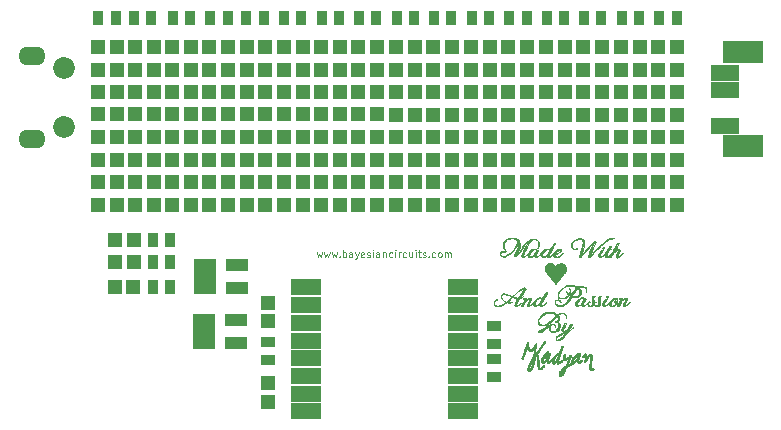
<source format=gts>
G04 #@! TF.FileFunction,Soldermask,Top*
%FSLAX46Y46*%
G04 Gerber Fmt 4.6, Leading zero omitted, Abs format (unit mm)*
G04 Created by KiCad (PCBNEW 4.0.7) date Tue Feb  6 08:28:50 2018*
%MOMM*%
%LPD*%
G01*
G04 APERTURE LIST*
%ADD10C,0.100000*%
%ADD11C,0.010000*%
%ADD12R,1.200000X1.150000*%
%ADD13R,1.200000X1.200000*%
%ADD14R,0.900000X1.300000*%
%ADD15R,1.960000X1.050000*%
%ADD16R,1.150000X1.200000*%
%ADD17C,1.850000*%
%ADD18O,2.300000X1.600000*%
%ADD19R,1.300000X0.900000*%
%ADD20R,2.600000X1.400000*%
%ADD21R,2.400000X1.400000*%
%ADD22R,3.400000X1.900000*%
G04 APERTURE END LIST*
D10*
X108360001Y-90731429D02*
X108474287Y-91131429D01*
X108588573Y-90845714D01*
X108702858Y-91131429D01*
X108817144Y-90731429D01*
X108988572Y-90731429D02*
X109102858Y-91131429D01*
X109217144Y-90845714D01*
X109331429Y-91131429D01*
X109445715Y-90731429D01*
X109617143Y-90731429D02*
X109731429Y-91131429D01*
X109845715Y-90845714D01*
X109960000Y-91131429D01*
X110074286Y-90731429D01*
X110302857Y-91074286D02*
X110331429Y-91102857D01*
X110302857Y-91131429D01*
X110274286Y-91102857D01*
X110302857Y-91074286D01*
X110302857Y-91131429D01*
X110588571Y-91131429D02*
X110588571Y-90531429D01*
X110588571Y-90760000D02*
X110645714Y-90731429D01*
X110760000Y-90731429D01*
X110817143Y-90760000D01*
X110845714Y-90788571D01*
X110874285Y-90845714D01*
X110874285Y-91017143D01*
X110845714Y-91074286D01*
X110817143Y-91102857D01*
X110760000Y-91131429D01*
X110645714Y-91131429D01*
X110588571Y-91102857D01*
X111388571Y-91131429D02*
X111388571Y-90817143D01*
X111360000Y-90760000D01*
X111302857Y-90731429D01*
X111188571Y-90731429D01*
X111131428Y-90760000D01*
X111388571Y-91102857D02*
X111331428Y-91131429D01*
X111188571Y-91131429D01*
X111131428Y-91102857D01*
X111102857Y-91045714D01*
X111102857Y-90988571D01*
X111131428Y-90931429D01*
X111188571Y-90902857D01*
X111331428Y-90902857D01*
X111388571Y-90874286D01*
X111617142Y-90731429D02*
X111759999Y-91131429D01*
X111902857Y-90731429D02*
X111759999Y-91131429D01*
X111702857Y-91274286D01*
X111674285Y-91302857D01*
X111617142Y-91331429D01*
X112360000Y-91102857D02*
X112302857Y-91131429D01*
X112188571Y-91131429D01*
X112131428Y-91102857D01*
X112102857Y-91045714D01*
X112102857Y-90817143D01*
X112131428Y-90760000D01*
X112188571Y-90731429D01*
X112302857Y-90731429D01*
X112360000Y-90760000D01*
X112388571Y-90817143D01*
X112388571Y-90874286D01*
X112102857Y-90931429D01*
X112617143Y-91102857D02*
X112674286Y-91131429D01*
X112788571Y-91131429D01*
X112845714Y-91102857D01*
X112874286Y-91045714D01*
X112874286Y-91017143D01*
X112845714Y-90960000D01*
X112788571Y-90931429D01*
X112702857Y-90931429D01*
X112645714Y-90902857D01*
X112617143Y-90845714D01*
X112617143Y-90817143D01*
X112645714Y-90760000D01*
X112702857Y-90731429D01*
X112788571Y-90731429D01*
X112845714Y-90760000D01*
X113131428Y-91131429D02*
X113131428Y-90731429D01*
X113131428Y-90531429D02*
X113102857Y-90560000D01*
X113131428Y-90588571D01*
X113160000Y-90560000D01*
X113131428Y-90531429D01*
X113131428Y-90588571D01*
X113674285Y-91131429D02*
X113674285Y-90817143D01*
X113645714Y-90760000D01*
X113588571Y-90731429D01*
X113474285Y-90731429D01*
X113417142Y-90760000D01*
X113674285Y-91102857D02*
X113617142Y-91131429D01*
X113474285Y-91131429D01*
X113417142Y-91102857D01*
X113388571Y-91045714D01*
X113388571Y-90988571D01*
X113417142Y-90931429D01*
X113474285Y-90902857D01*
X113617142Y-90902857D01*
X113674285Y-90874286D01*
X113959999Y-90731429D02*
X113959999Y-91131429D01*
X113959999Y-90788571D02*
X113988571Y-90760000D01*
X114045713Y-90731429D01*
X114131428Y-90731429D01*
X114188571Y-90760000D01*
X114217142Y-90817143D01*
X114217142Y-91131429D01*
X114759999Y-91102857D02*
X114702856Y-91131429D01*
X114588570Y-91131429D01*
X114531428Y-91102857D01*
X114502856Y-91074286D01*
X114474285Y-91017143D01*
X114474285Y-90845714D01*
X114502856Y-90788571D01*
X114531428Y-90760000D01*
X114588570Y-90731429D01*
X114702856Y-90731429D01*
X114759999Y-90760000D01*
X115017142Y-91131429D02*
X115017142Y-90731429D01*
X115017142Y-90531429D02*
X114988571Y-90560000D01*
X115017142Y-90588571D01*
X115045714Y-90560000D01*
X115017142Y-90531429D01*
X115017142Y-90588571D01*
X115302856Y-91131429D02*
X115302856Y-90731429D01*
X115302856Y-90845714D02*
X115331428Y-90788571D01*
X115359999Y-90760000D01*
X115417142Y-90731429D01*
X115474285Y-90731429D01*
X115931428Y-91102857D02*
X115874285Y-91131429D01*
X115759999Y-91131429D01*
X115702857Y-91102857D01*
X115674285Y-91074286D01*
X115645714Y-91017143D01*
X115645714Y-90845714D01*
X115674285Y-90788571D01*
X115702857Y-90760000D01*
X115759999Y-90731429D01*
X115874285Y-90731429D01*
X115931428Y-90760000D01*
X116445714Y-90731429D02*
X116445714Y-91131429D01*
X116188571Y-90731429D02*
X116188571Y-91045714D01*
X116217143Y-91102857D01*
X116274285Y-91131429D01*
X116360000Y-91131429D01*
X116417143Y-91102857D01*
X116445714Y-91074286D01*
X116731428Y-91131429D02*
X116731428Y-90731429D01*
X116731428Y-90531429D02*
X116702857Y-90560000D01*
X116731428Y-90588571D01*
X116760000Y-90560000D01*
X116731428Y-90531429D01*
X116731428Y-90588571D01*
X116931428Y-90731429D02*
X117159999Y-90731429D01*
X117017142Y-90531429D02*
X117017142Y-91045714D01*
X117045714Y-91102857D01*
X117102856Y-91131429D01*
X117159999Y-91131429D01*
X117331428Y-91102857D02*
X117388571Y-91131429D01*
X117502856Y-91131429D01*
X117559999Y-91102857D01*
X117588571Y-91045714D01*
X117588571Y-91017143D01*
X117559999Y-90960000D01*
X117502856Y-90931429D01*
X117417142Y-90931429D01*
X117359999Y-90902857D01*
X117331428Y-90845714D01*
X117331428Y-90817143D01*
X117359999Y-90760000D01*
X117417142Y-90731429D01*
X117502856Y-90731429D01*
X117559999Y-90760000D01*
X117845713Y-91074286D02*
X117874285Y-91102857D01*
X117845713Y-91131429D01*
X117817142Y-91102857D01*
X117845713Y-91074286D01*
X117845713Y-91131429D01*
X118388570Y-91102857D02*
X118331427Y-91131429D01*
X118217141Y-91131429D01*
X118159999Y-91102857D01*
X118131427Y-91074286D01*
X118102856Y-91017143D01*
X118102856Y-90845714D01*
X118131427Y-90788571D01*
X118159999Y-90760000D01*
X118217141Y-90731429D01*
X118331427Y-90731429D01*
X118388570Y-90760000D01*
X118731427Y-91131429D02*
X118674285Y-91102857D01*
X118645713Y-91074286D01*
X118617142Y-91017143D01*
X118617142Y-90845714D01*
X118645713Y-90788571D01*
X118674285Y-90760000D01*
X118731427Y-90731429D01*
X118817142Y-90731429D01*
X118874285Y-90760000D01*
X118902856Y-90788571D01*
X118931427Y-90845714D01*
X118931427Y-91017143D01*
X118902856Y-91074286D01*
X118874285Y-91102857D01*
X118817142Y-91131429D01*
X118731427Y-91131429D01*
X119188570Y-91131429D02*
X119188570Y-90731429D01*
X119188570Y-90788571D02*
X119217142Y-90760000D01*
X119274284Y-90731429D01*
X119359999Y-90731429D01*
X119417142Y-90760000D01*
X119445713Y-90817143D01*
X119445713Y-91131429D01*
X119445713Y-90817143D02*
X119474284Y-90760000D01*
X119531427Y-90731429D01*
X119617142Y-90731429D01*
X119674284Y-90760000D01*
X119702856Y-90817143D01*
X119702856Y-91131429D01*
D11*
G36*
X133851204Y-89977071D02*
X133856646Y-89978425D01*
X133920225Y-89994382D01*
X133801023Y-90216873D01*
X133744982Y-90320710D01*
X133690145Y-90421007D01*
X133644263Y-90503645D01*
X133623223Y-90540670D01*
X133564624Y-90641977D01*
X133686721Y-90557989D01*
X133796273Y-90496514D01*
X133886734Y-90475594D01*
X133957117Y-90495393D01*
X133975169Y-90510286D01*
X133999296Y-90542022D01*
X134007714Y-90579744D01*
X133998751Y-90631493D01*
X133970732Y-90705309D01*
X133921987Y-90809233D01*
X133906433Y-90840726D01*
X133855108Y-90948569D01*
X133826525Y-91022425D01*
X133819839Y-91068009D01*
X133834204Y-91091038D01*
X133868499Y-91097231D01*
X133913052Y-91081270D01*
X133979533Y-91038568D01*
X134058604Y-90976366D01*
X134140923Y-90901908D01*
X134204114Y-90836987D01*
X134248113Y-90790561D01*
X134263371Y-90779593D01*
X134250360Y-90803776D01*
X134247012Y-90808888D01*
X134191947Y-90878586D01*
X134115568Y-90958172D01*
X134029719Y-91036953D01*
X133946240Y-91104234D01*
X133876976Y-91149320D01*
X133862350Y-91156258D01*
X133808952Y-91177488D01*
X133777860Y-91187803D01*
X133775515Y-91187995D01*
X133751316Y-91179364D01*
X133734364Y-91172988D01*
X133689999Y-91146151D01*
X133669233Y-91104408D01*
X133672447Y-91041916D01*
X133700025Y-90952834D01*
X133752348Y-90831320D01*
X133757455Y-90820364D01*
X133812039Y-90696584D01*
X133842214Y-90610184D01*
X133848396Y-90559601D01*
X133831248Y-90543273D01*
X133794686Y-90557089D01*
X133735336Y-90592901D01*
X133665129Y-90642254D01*
X133595998Y-90696695D01*
X133539875Y-90747768D01*
X133534023Y-90753862D01*
X133486103Y-90813273D01*
X133428715Y-90896499D01*
X133373649Y-90986358D01*
X133369569Y-90993546D01*
X133311665Y-91087532D01*
X133265051Y-91142493D01*
X133226656Y-91162910D01*
X133168106Y-91160007D01*
X133145903Y-91129089D01*
X133160435Y-91071122D01*
X133177034Y-91039878D01*
X133207625Y-90985347D01*
X133224922Y-90949313D01*
X133226364Y-90943904D01*
X133210834Y-90951733D01*
X133170009Y-90984014D01*
X133112538Y-91033883D01*
X133109224Y-91036857D01*
X133011358Y-91110545D01*
X132918231Y-91154251D01*
X132837768Y-91165179D01*
X132789640Y-91149637D01*
X132766755Y-91119150D01*
X132756507Y-91059845D01*
X132755717Y-90995684D01*
X132758434Y-90865376D01*
X132646313Y-90975642D01*
X132528162Y-91078259D01*
X132422653Y-91142197D01*
X132331970Y-91166685D01*
X132258299Y-91150949D01*
X132225488Y-91124500D01*
X132192777Y-91054179D01*
X132197625Y-90957047D01*
X132240021Y-90833146D01*
X132319952Y-90682521D01*
X132352699Y-90629864D01*
X132407182Y-90557705D01*
X132457782Y-90524438D01*
X132514635Y-90524953D01*
X132542826Y-90534019D01*
X132560458Y-90548087D01*
X132555411Y-90575506D01*
X132524954Y-90626399D01*
X132513238Y-90643700D01*
X132423059Y-90790207D01*
X132367907Y-90914651D01*
X132348913Y-91014470D01*
X132348909Y-91015717D01*
X132353219Y-91070878D01*
X132372236Y-91093608D01*
X132404563Y-91097455D01*
X132457875Y-91081210D01*
X132530644Y-91037804D01*
X132612376Y-90975226D01*
X132692576Y-90901467D01*
X132757407Y-90828802D01*
X132808064Y-90758193D01*
X132865133Y-90669581D01*
X132902209Y-90606773D01*
X132940805Y-90534183D01*
X132956115Y-90492944D01*
X132950198Y-90475801D01*
X132939932Y-90474000D01*
X132907814Y-90462186D01*
X132903091Y-90450909D01*
X132922674Y-90432725D01*
X132955046Y-90427403D01*
X132999653Y-90410521D01*
X133050455Y-90357306D01*
X133082223Y-90311949D01*
X133134784Y-90240720D01*
X133178529Y-90204953D01*
X133213633Y-90196909D01*
X133266767Y-90206208D01*
X133282857Y-90236426D01*
X133262558Y-90291046D01*
X133238504Y-90329273D01*
X133179150Y-90416273D01*
X133237393Y-90423579D01*
X133285526Y-90436710D01*
X133291603Y-90454475D01*
X133258497Y-90470825D01*
X133211375Y-90478379D01*
X133172055Y-90483879D01*
X133141286Y-90497690D01*
X133112065Y-90527495D01*
X133077388Y-90580978D01*
X133030250Y-90665824D01*
X133015414Y-90693364D01*
X132941499Y-90841477D01*
X132897250Y-90955426D01*
X132882681Y-91034965D01*
X132897805Y-91079844D01*
X132942635Y-91089816D01*
X132995604Y-91074302D01*
X133095083Y-91014879D01*
X133199224Y-90916379D01*
X133309325Y-90777199D01*
X133426689Y-90595734D01*
X133526546Y-90419293D01*
X133606627Y-90271099D01*
X133668369Y-90158872D01*
X133715300Y-90077904D01*
X133750945Y-90023482D01*
X133778831Y-89990899D01*
X133802485Y-89975442D01*
X133825434Y-89972403D01*
X133851204Y-89977071D01*
X133851204Y-89977071D01*
G37*
X133851204Y-89977071D02*
X133856646Y-89978425D01*
X133920225Y-89994382D01*
X133801023Y-90216873D01*
X133744982Y-90320710D01*
X133690145Y-90421007D01*
X133644263Y-90503645D01*
X133623223Y-90540670D01*
X133564624Y-90641977D01*
X133686721Y-90557989D01*
X133796273Y-90496514D01*
X133886734Y-90475594D01*
X133957117Y-90495393D01*
X133975169Y-90510286D01*
X133999296Y-90542022D01*
X134007714Y-90579744D01*
X133998751Y-90631493D01*
X133970732Y-90705309D01*
X133921987Y-90809233D01*
X133906433Y-90840726D01*
X133855108Y-90948569D01*
X133826525Y-91022425D01*
X133819839Y-91068009D01*
X133834204Y-91091038D01*
X133868499Y-91097231D01*
X133913052Y-91081270D01*
X133979533Y-91038568D01*
X134058604Y-90976366D01*
X134140923Y-90901908D01*
X134204114Y-90836987D01*
X134248113Y-90790561D01*
X134263371Y-90779593D01*
X134250360Y-90803776D01*
X134247012Y-90808888D01*
X134191947Y-90878586D01*
X134115568Y-90958172D01*
X134029719Y-91036953D01*
X133946240Y-91104234D01*
X133876976Y-91149320D01*
X133862350Y-91156258D01*
X133808952Y-91177488D01*
X133777860Y-91187803D01*
X133775515Y-91187995D01*
X133751316Y-91179364D01*
X133734364Y-91172988D01*
X133689999Y-91146151D01*
X133669233Y-91104408D01*
X133672447Y-91041916D01*
X133700025Y-90952834D01*
X133752348Y-90831320D01*
X133757455Y-90820364D01*
X133812039Y-90696584D01*
X133842214Y-90610184D01*
X133848396Y-90559601D01*
X133831248Y-90543273D01*
X133794686Y-90557089D01*
X133735336Y-90592901D01*
X133665129Y-90642254D01*
X133595998Y-90696695D01*
X133539875Y-90747768D01*
X133534023Y-90753862D01*
X133486103Y-90813273D01*
X133428715Y-90896499D01*
X133373649Y-90986358D01*
X133369569Y-90993546D01*
X133311665Y-91087532D01*
X133265051Y-91142493D01*
X133226656Y-91162910D01*
X133168106Y-91160007D01*
X133145903Y-91129089D01*
X133160435Y-91071122D01*
X133177034Y-91039878D01*
X133207625Y-90985347D01*
X133224922Y-90949313D01*
X133226364Y-90943904D01*
X133210834Y-90951733D01*
X133170009Y-90984014D01*
X133112538Y-91033883D01*
X133109224Y-91036857D01*
X133011358Y-91110545D01*
X132918231Y-91154251D01*
X132837768Y-91165179D01*
X132789640Y-91149637D01*
X132766755Y-91119150D01*
X132756507Y-91059845D01*
X132755717Y-90995684D01*
X132758434Y-90865376D01*
X132646313Y-90975642D01*
X132528162Y-91078259D01*
X132422653Y-91142197D01*
X132331970Y-91166685D01*
X132258299Y-91150949D01*
X132225488Y-91124500D01*
X132192777Y-91054179D01*
X132197625Y-90957047D01*
X132240021Y-90833146D01*
X132319952Y-90682521D01*
X132352699Y-90629864D01*
X132407182Y-90557705D01*
X132457782Y-90524438D01*
X132514635Y-90524953D01*
X132542826Y-90534019D01*
X132560458Y-90548087D01*
X132555411Y-90575506D01*
X132524954Y-90626399D01*
X132513238Y-90643700D01*
X132423059Y-90790207D01*
X132367907Y-90914651D01*
X132348913Y-91014470D01*
X132348909Y-91015717D01*
X132353219Y-91070878D01*
X132372236Y-91093608D01*
X132404563Y-91097455D01*
X132457875Y-91081210D01*
X132530644Y-91037804D01*
X132612376Y-90975226D01*
X132692576Y-90901467D01*
X132757407Y-90828802D01*
X132808064Y-90758193D01*
X132865133Y-90669581D01*
X132902209Y-90606773D01*
X132940805Y-90534183D01*
X132956115Y-90492944D01*
X132950198Y-90475801D01*
X132939932Y-90474000D01*
X132907814Y-90462186D01*
X132903091Y-90450909D01*
X132922674Y-90432725D01*
X132955046Y-90427403D01*
X132999653Y-90410521D01*
X133050455Y-90357306D01*
X133082223Y-90311949D01*
X133134784Y-90240720D01*
X133178529Y-90204953D01*
X133213633Y-90196909D01*
X133266767Y-90206208D01*
X133282857Y-90236426D01*
X133262558Y-90291046D01*
X133238504Y-90329273D01*
X133179150Y-90416273D01*
X133237393Y-90423579D01*
X133285526Y-90436710D01*
X133291603Y-90454475D01*
X133258497Y-90470825D01*
X133211375Y-90478379D01*
X133172055Y-90483879D01*
X133141286Y-90497690D01*
X133112065Y-90527495D01*
X133077388Y-90580978D01*
X133030250Y-90665824D01*
X133015414Y-90693364D01*
X132941499Y-90841477D01*
X132897250Y-90955426D01*
X132882681Y-91034965D01*
X132897805Y-91079844D01*
X132942635Y-91089816D01*
X132995604Y-91074302D01*
X133095083Y-91014879D01*
X133199224Y-90916379D01*
X133309325Y-90777199D01*
X133426689Y-90595734D01*
X133526546Y-90419293D01*
X133606627Y-90271099D01*
X133668369Y-90158872D01*
X133715300Y-90077904D01*
X133750945Y-90023482D01*
X133778831Y-89990899D01*
X133802485Y-89975442D01*
X133825434Y-89972403D01*
X133851204Y-89977071D01*
G36*
X125079267Y-89514670D02*
X125202273Y-89557405D01*
X125346152Y-89637355D01*
X125453841Y-89727815D01*
X125525843Y-89831971D01*
X125562659Y-89953009D01*
X125564794Y-90094115D01*
X125532750Y-90258476D01*
X125467030Y-90449278D01*
X125375460Y-90654630D01*
X125325845Y-90759614D01*
X125285679Y-90849143D01*
X125258304Y-90915407D01*
X125247060Y-90950597D01*
X125247405Y-90954011D01*
X125270739Y-90946834D01*
X125314930Y-90904626D01*
X125376500Y-90831602D01*
X125451968Y-90731980D01*
X125537854Y-90609977D01*
X125567327Y-90566364D01*
X125724874Y-90337274D01*
X125866354Y-90146253D01*
X125995650Y-89989718D01*
X126116648Y-89864087D01*
X126233231Y-89765780D01*
X126349283Y-89691213D01*
X126468689Y-89636806D01*
X126595332Y-89598977D01*
X126623047Y-89592838D01*
X126777228Y-89579227D01*
X126911340Y-89605040D01*
X127021657Y-89667700D01*
X127104450Y-89764625D01*
X127155994Y-89893237D01*
X127169113Y-89970822D01*
X127171118Y-90064935D01*
X127161603Y-90160162D01*
X127154392Y-90193791D01*
X127122439Y-90273313D01*
X127076481Y-90342801D01*
X127026079Y-90390228D01*
X126987095Y-90404214D01*
X126980651Y-90392453D01*
X127007358Y-90364492D01*
X127008232Y-90363805D01*
X127072717Y-90286303D01*
X127112974Y-90181451D01*
X127128598Y-90061462D01*
X127119183Y-89938552D01*
X127084321Y-89824934D01*
X127029029Y-89738670D01*
X126946258Y-89667571D01*
X126851084Y-89630546D01*
X126731213Y-89623233D01*
X126707542Y-89624627D01*
X126648398Y-89630292D01*
X126600241Y-89641174D01*
X126558138Y-89662483D01*
X126517152Y-89699434D01*
X126472350Y-89757237D01*
X126418797Y-89841105D01*
X126351558Y-89956251D01*
X126288830Y-90066889D01*
X126186025Y-90253209D01*
X126091775Y-90432151D01*
X126008760Y-90598070D01*
X125939657Y-90745319D01*
X125887145Y-90868253D01*
X125853902Y-90961228D01*
X125843525Y-91005504D01*
X125838448Y-91064664D01*
X125847696Y-91091150D01*
X125875936Y-91097446D01*
X125877893Y-91097455D01*
X125934131Y-91081291D01*
X126008809Y-91038473D01*
X126090426Y-90977507D01*
X126167484Y-90906901D01*
X126223954Y-90841436D01*
X126341849Y-90690500D01*
X126446942Y-90577927D01*
X126544746Y-90499686D01*
X126640775Y-90451746D01*
X126740542Y-90430076D01*
X126789615Y-90427818D01*
X126863909Y-90433345D01*
X126911715Y-90454752D01*
X126942120Y-90486319D01*
X126976935Y-90519795D01*
X127000795Y-90523794D01*
X127002262Y-90521964D01*
X127033395Y-90507367D01*
X127050285Y-90509645D01*
X127104113Y-90526341D01*
X127117322Y-90530428D01*
X127126149Y-90546471D01*
X127112413Y-90585728D01*
X127073934Y-90652873D01*
X127024958Y-90728179D01*
X126952472Y-90848792D01*
X126908877Y-90949348D01*
X126895134Y-91026121D01*
X126912208Y-91075381D01*
X126932007Y-91088305D01*
X126985101Y-91085175D01*
X127060055Y-91046126D01*
X127153484Y-90973911D01*
X127262006Y-90871285D01*
X127382236Y-90741001D01*
X127435569Y-90678507D01*
X127540625Y-90573179D01*
X127653914Y-90494790D01*
X127768108Y-90445959D01*
X127875880Y-90429304D01*
X127969900Y-90447443D01*
X128012175Y-90472471D01*
X128068941Y-90517123D01*
X128110483Y-90443607D01*
X128188927Y-90310418D01*
X128265215Y-90191193D01*
X128335141Y-90091700D01*
X128394503Y-90017708D01*
X128439093Y-89974985D01*
X128458091Y-89966716D01*
X128501150Y-89970118D01*
X128524931Y-89983910D01*
X128528170Y-90013436D01*
X128509607Y-90064044D01*
X128467978Y-90141080D01*
X128402022Y-90249891D01*
X128384658Y-90277767D01*
X128265937Y-90473900D01*
X128168490Y-90647596D01*
X128093303Y-90796486D01*
X128041362Y-90918199D01*
X128013653Y-91010365D01*
X128011162Y-91070615D01*
X128034875Y-91096579D01*
X128043601Y-91097455D01*
X128093343Y-91087727D01*
X128151940Y-91056435D01*
X128222939Y-91000416D01*
X128309886Y-90916508D01*
X128397192Y-90822216D01*
X128608182Y-90822216D01*
X128626675Y-90830553D01*
X128674957Y-90820447D01*
X128742230Y-90795492D01*
X128817699Y-90759282D01*
X128847656Y-90742513D01*
X128929848Y-90682663D01*
X128979463Y-90621281D01*
X128992475Y-90564844D01*
X128978290Y-90532515D01*
X128939379Y-90502275D01*
X128893906Y-90505859D01*
X128832634Y-90544802D01*
X128814335Y-90559763D01*
X128762916Y-90609330D01*
X128707292Y-90672358D01*
X128656772Y-90736995D01*
X128620666Y-90791390D01*
X128608182Y-90822216D01*
X128397192Y-90822216D01*
X128416330Y-90801547D01*
X128545816Y-90652371D01*
X128555438Y-90641033D01*
X128653563Y-90544816D01*
X128754247Y-90480994D01*
X128851095Y-90451613D01*
X128937711Y-90458717D01*
X129001909Y-90498272D01*
X129034155Y-90557112D01*
X129025580Y-90622766D01*
X128980180Y-90690896D01*
X128901951Y-90757166D01*
X128794886Y-90817238D01*
X128662982Y-90866776D01*
X128662251Y-90866994D01*
X128596092Y-90893558D01*
X128563351Y-90928210D01*
X128554715Y-90955912D01*
X128554231Y-91034004D01*
X128584546Y-91084121D01*
X128640349Y-91107075D01*
X128716328Y-91103680D01*
X128807172Y-91074747D01*
X128907568Y-91021091D01*
X129012206Y-90943523D01*
X129085928Y-90874618D01*
X129141406Y-90820120D01*
X129178555Y-90788274D01*
X129191763Y-90783670D01*
X129189313Y-90790064D01*
X129149128Y-90843406D01*
X129081933Y-90911626D01*
X128999510Y-90984546D01*
X128913644Y-91051986D01*
X128836117Y-91103771D01*
X128809545Y-91118081D01*
X128707873Y-91152784D01*
X128601868Y-91165274D01*
X128507330Y-91154992D01*
X128451684Y-91130782D01*
X128417542Y-91095125D01*
X128402598Y-91041267D01*
X128400364Y-90989076D01*
X128400364Y-90883317D01*
X128288539Y-90987916D01*
X128176293Y-91080317D01*
X128074218Y-91140272D01*
X127986285Y-91167437D01*
X127916466Y-91161468D01*
X127868735Y-91122024D01*
X127847064Y-91048759D01*
X127846182Y-91026121D01*
X127842860Y-90990888D01*
X127825089Y-90994820D01*
X127805358Y-91011788D01*
X127738405Y-91057345D01*
X127648862Y-91099936D01*
X127556903Y-91131286D01*
X127485058Y-91143129D01*
X127395234Y-91125640D01*
X127335609Y-91074092D01*
X127310028Y-90993417D01*
X127455378Y-90993417D01*
X127456568Y-91057241D01*
X127469031Y-91082061D01*
X127512005Y-91096732D01*
X127579173Y-91091087D01*
X127654185Y-91066921D01*
X127668374Y-91060182D01*
X127769932Y-90994542D01*
X127853494Y-90905490D01*
X127927490Y-90783293D01*
X127951689Y-90733071D01*
X127994410Y-90631801D01*
X128012780Y-90562557D01*
X128007007Y-90518251D01*
X127977298Y-90491801D01*
X127958985Y-90484704D01*
X127876277Y-90481405D01*
X127784413Y-90516128D01*
X127690412Y-90583637D01*
X127601291Y-90678697D01*
X127524068Y-90796072D01*
X127512777Y-90817576D01*
X127474771Y-90909557D01*
X127455378Y-90993417D01*
X127310028Y-90993417D01*
X127309592Y-90992044D01*
X127308946Y-90959287D01*
X127312826Y-90861989D01*
X127188950Y-90979146D01*
X127071270Y-91077770D01*
X126967401Y-91139138D01*
X126879729Y-91162718D01*
X126810637Y-91147981D01*
X126762510Y-91094397D01*
X126754361Y-91075740D01*
X126729519Y-91009928D01*
X126639915Y-91069225D01*
X126546958Y-91115232D01*
X126448347Y-91138982D01*
X126357000Y-91139453D01*
X126285836Y-91115628D01*
X126265645Y-91098770D01*
X126238193Y-91044919D01*
X126367787Y-91044919D01*
X126383758Y-91082061D01*
X126429803Y-91098010D01*
X126500679Y-91087901D01*
X126584902Y-91054212D01*
X126628436Y-91029295D01*
X126722095Y-90952106D01*
X126792405Y-90848826D01*
X126797554Y-90838795D01*
X126840261Y-90758594D01*
X126883234Y-90685002D01*
X126905290Y-90651127D01*
X126935123Y-90597673D01*
X126934882Y-90553145D01*
X126925914Y-90529900D01*
X126884801Y-90487326D01*
X126820958Y-90475903D01*
X126742813Y-90492690D01*
X126658790Y-90534747D01*
X126577317Y-90599133D01*
X126512959Y-90673992D01*
X126447509Y-90779599D01*
X126399632Y-90882509D01*
X126372127Y-90973893D01*
X126367787Y-91044919D01*
X126238193Y-91044919D01*
X126229639Y-91028141D01*
X126223017Y-90968336D01*
X126225307Y-90887537D01*
X126111619Y-90993878D01*
X126006154Y-91079305D01*
X125904556Y-91137271D01*
X125813555Y-91165383D01*
X125739885Y-91161247D01*
X125703346Y-91139018D01*
X125679899Y-91091455D01*
X125681035Y-91017172D01*
X125707281Y-90912089D01*
X125746495Y-90803647D01*
X125788874Y-90705081D01*
X125848559Y-90578060D01*
X125919681Y-90434079D01*
X125996371Y-90284628D01*
X126072761Y-90141202D01*
X126142983Y-90015293D01*
X126186817Y-89941306D01*
X126223607Y-89878130D01*
X126247601Y-89830429D01*
X126252909Y-89814022D01*
X126237842Y-89820206D01*
X126197378Y-89853158D01*
X126138621Y-89906839D01*
X126100505Y-89943576D01*
X126019465Y-90032112D01*
X125922041Y-90153621D01*
X125814014Y-90300559D01*
X125704502Y-90460346D01*
X125620110Y-90584885D01*
X125535991Y-90704174D01*
X125458505Y-90809543D01*
X125394011Y-90892317D01*
X125353151Y-90939482D01*
X125288689Y-91002022D01*
X125239229Y-91036152D01*
X125191176Y-91049725D01*
X125159611Y-91051273D01*
X125092908Y-91042274D01*
X125061044Y-91017970D01*
X125066573Y-90986863D01*
X125090131Y-90922552D01*
X125128464Y-90832819D01*
X125178317Y-90725447D01*
X125213156Y-90654289D01*
X125303008Y-90461906D01*
X125368592Y-90294286D01*
X125408989Y-90154539D01*
X125423276Y-90045773D01*
X125413407Y-89977861D01*
X125400890Y-89965319D01*
X125381048Y-89983031D01*
X125350350Y-90035568D01*
X125317250Y-90102302D01*
X125220092Y-90276896D01*
X125098944Y-90450023D01*
X124960034Y-90615823D01*
X124809592Y-90768439D01*
X124653845Y-90902011D01*
X124499022Y-91010681D01*
X124351351Y-91088590D01*
X124226682Y-91128154D01*
X124111959Y-91130174D01*
X124008192Y-91095486D01*
X123924910Y-91029998D01*
X123871645Y-90939616D01*
X123861613Y-90901908D01*
X123865414Y-90808830D01*
X123906438Y-90726457D01*
X123975726Y-90665487D01*
X124064319Y-90636619D01*
X124084597Y-90635637D01*
X124137388Y-90645733D01*
X124196474Y-90670296D01*
X124245223Y-90700735D01*
X124267005Y-90728458D01*
X124267091Y-90729902D01*
X124251470Y-90736024D01*
X124215771Y-90717764D01*
X124133145Y-90683794D01*
X124050876Y-90688988D01*
X123979740Y-90727550D01*
X123930513Y-90793682D01*
X123913924Y-90880136D01*
X123936524Y-90970551D01*
X123993233Y-91037848D01*
X124075964Y-91077677D01*
X124176630Y-91085687D01*
X124261768Y-91067265D01*
X124406757Y-90999875D01*
X124562342Y-90897414D01*
X124721340Y-90767432D01*
X124876565Y-90617477D01*
X125020832Y-90455101D01*
X125146956Y-90287851D01*
X125247751Y-90123279D01*
X125316033Y-89968934D01*
X125320729Y-89954566D01*
X125361027Y-89826728D01*
X125272584Y-89736155D01*
X125142272Y-89632290D01*
X124995636Y-89571507D01*
X124831206Y-89553241D01*
X124799920Y-89554407D01*
X124630257Y-89583333D01*
X124483362Y-89645451D01*
X124361838Y-89735092D01*
X124268284Y-89846588D01*
X124205303Y-89974273D01*
X124175496Y-90112479D01*
X124181464Y-90255538D01*
X124225809Y-90397782D01*
X124311132Y-90533543D01*
X124336851Y-90563283D01*
X124377187Y-90611276D01*
X124397958Y-90643846D01*
X124398486Y-90650484D01*
X124377571Y-90642366D01*
X124339168Y-90605518D01*
X124291249Y-90549737D01*
X124241788Y-90484823D01*
X124198756Y-90420575D01*
X124172938Y-90373255D01*
X124138833Y-90254303D01*
X124130180Y-90117593D01*
X124146952Y-89983879D01*
X124173562Y-89903714D01*
X124241084Y-89796685D01*
X124339862Y-89692308D01*
X124456061Y-89603214D01*
X124565437Y-89546002D01*
X124731508Y-89501528D01*
X124907811Y-89491174D01*
X125079267Y-89514670D01*
X125079267Y-89514670D01*
G37*
X125079267Y-89514670D02*
X125202273Y-89557405D01*
X125346152Y-89637355D01*
X125453841Y-89727815D01*
X125525843Y-89831971D01*
X125562659Y-89953009D01*
X125564794Y-90094115D01*
X125532750Y-90258476D01*
X125467030Y-90449278D01*
X125375460Y-90654630D01*
X125325845Y-90759614D01*
X125285679Y-90849143D01*
X125258304Y-90915407D01*
X125247060Y-90950597D01*
X125247405Y-90954011D01*
X125270739Y-90946834D01*
X125314930Y-90904626D01*
X125376500Y-90831602D01*
X125451968Y-90731980D01*
X125537854Y-90609977D01*
X125567327Y-90566364D01*
X125724874Y-90337274D01*
X125866354Y-90146253D01*
X125995650Y-89989718D01*
X126116648Y-89864087D01*
X126233231Y-89765780D01*
X126349283Y-89691213D01*
X126468689Y-89636806D01*
X126595332Y-89598977D01*
X126623047Y-89592838D01*
X126777228Y-89579227D01*
X126911340Y-89605040D01*
X127021657Y-89667700D01*
X127104450Y-89764625D01*
X127155994Y-89893237D01*
X127169113Y-89970822D01*
X127171118Y-90064935D01*
X127161603Y-90160162D01*
X127154392Y-90193791D01*
X127122439Y-90273313D01*
X127076481Y-90342801D01*
X127026079Y-90390228D01*
X126987095Y-90404214D01*
X126980651Y-90392453D01*
X127007358Y-90364492D01*
X127008232Y-90363805D01*
X127072717Y-90286303D01*
X127112974Y-90181451D01*
X127128598Y-90061462D01*
X127119183Y-89938552D01*
X127084321Y-89824934D01*
X127029029Y-89738670D01*
X126946258Y-89667571D01*
X126851084Y-89630546D01*
X126731213Y-89623233D01*
X126707542Y-89624627D01*
X126648398Y-89630292D01*
X126600241Y-89641174D01*
X126558138Y-89662483D01*
X126517152Y-89699434D01*
X126472350Y-89757237D01*
X126418797Y-89841105D01*
X126351558Y-89956251D01*
X126288830Y-90066889D01*
X126186025Y-90253209D01*
X126091775Y-90432151D01*
X126008760Y-90598070D01*
X125939657Y-90745319D01*
X125887145Y-90868253D01*
X125853902Y-90961228D01*
X125843525Y-91005504D01*
X125838448Y-91064664D01*
X125847696Y-91091150D01*
X125875936Y-91097446D01*
X125877893Y-91097455D01*
X125934131Y-91081291D01*
X126008809Y-91038473D01*
X126090426Y-90977507D01*
X126167484Y-90906901D01*
X126223954Y-90841436D01*
X126341849Y-90690500D01*
X126446942Y-90577927D01*
X126544746Y-90499686D01*
X126640775Y-90451746D01*
X126740542Y-90430076D01*
X126789615Y-90427818D01*
X126863909Y-90433345D01*
X126911715Y-90454752D01*
X126942120Y-90486319D01*
X126976935Y-90519795D01*
X127000795Y-90523794D01*
X127002262Y-90521964D01*
X127033395Y-90507367D01*
X127050285Y-90509645D01*
X127104113Y-90526341D01*
X127117322Y-90530428D01*
X127126149Y-90546471D01*
X127112413Y-90585728D01*
X127073934Y-90652873D01*
X127024958Y-90728179D01*
X126952472Y-90848792D01*
X126908877Y-90949348D01*
X126895134Y-91026121D01*
X126912208Y-91075381D01*
X126932007Y-91088305D01*
X126985101Y-91085175D01*
X127060055Y-91046126D01*
X127153484Y-90973911D01*
X127262006Y-90871285D01*
X127382236Y-90741001D01*
X127435569Y-90678507D01*
X127540625Y-90573179D01*
X127653914Y-90494790D01*
X127768108Y-90445959D01*
X127875880Y-90429304D01*
X127969900Y-90447443D01*
X128012175Y-90472471D01*
X128068941Y-90517123D01*
X128110483Y-90443607D01*
X128188927Y-90310418D01*
X128265215Y-90191193D01*
X128335141Y-90091700D01*
X128394503Y-90017708D01*
X128439093Y-89974985D01*
X128458091Y-89966716D01*
X128501150Y-89970118D01*
X128524931Y-89983910D01*
X128528170Y-90013436D01*
X128509607Y-90064044D01*
X128467978Y-90141080D01*
X128402022Y-90249891D01*
X128384658Y-90277767D01*
X128265937Y-90473900D01*
X128168490Y-90647596D01*
X128093303Y-90796486D01*
X128041362Y-90918199D01*
X128013653Y-91010365D01*
X128011162Y-91070615D01*
X128034875Y-91096579D01*
X128043601Y-91097455D01*
X128093343Y-91087727D01*
X128151940Y-91056435D01*
X128222939Y-91000416D01*
X128309886Y-90916508D01*
X128397192Y-90822216D01*
X128608182Y-90822216D01*
X128626675Y-90830553D01*
X128674957Y-90820447D01*
X128742230Y-90795492D01*
X128817699Y-90759282D01*
X128847656Y-90742513D01*
X128929848Y-90682663D01*
X128979463Y-90621281D01*
X128992475Y-90564844D01*
X128978290Y-90532515D01*
X128939379Y-90502275D01*
X128893906Y-90505859D01*
X128832634Y-90544802D01*
X128814335Y-90559763D01*
X128762916Y-90609330D01*
X128707292Y-90672358D01*
X128656772Y-90736995D01*
X128620666Y-90791390D01*
X128608182Y-90822216D01*
X128397192Y-90822216D01*
X128416330Y-90801547D01*
X128545816Y-90652371D01*
X128555438Y-90641033D01*
X128653563Y-90544816D01*
X128754247Y-90480994D01*
X128851095Y-90451613D01*
X128937711Y-90458717D01*
X129001909Y-90498272D01*
X129034155Y-90557112D01*
X129025580Y-90622766D01*
X128980180Y-90690896D01*
X128901951Y-90757166D01*
X128794886Y-90817238D01*
X128662982Y-90866776D01*
X128662251Y-90866994D01*
X128596092Y-90893558D01*
X128563351Y-90928210D01*
X128554715Y-90955912D01*
X128554231Y-91034004D01*
X128584546Y-91084121D01*
X128640349Y-91107075D01*
X128716328Y-91103680D01*
X128807172Y-91074747D01*
X128907568Y-91021091D01*
X129012206Y-90943523D01*
X129085928Y-90874618D01*
X129141406Y-90820120D01*
X129178555Y-90788274D01*
X129191763Y-90783670D01*
X129189313Y-90790064D01*
X129149128Y-90843406D01*
X129081933Y-90911626D01*
X128999510Y-90984546D01*
X128913644Y-91051986D01*
X128836117Y-91103771D01*
X128809545Y-91118081D01*
X128707873Y-91152784D01*
X128601868Y-91165274D01*
X128507330Y-91154992D01*
X128451684Y-91130782D01*
X128417542Y-91095125D01*
X128402598Y-91041267D01*
X128400364Y-90989076D01*
X128400364Y-90883317D01*
X128288539Y-90987916D01*
X128176293Y-91080317D01*
X128074218Y-91140272D01*
X127986285Y-91167437D01*
X127916466Y-91161468D01*
X127868735Y-91122024D01*
X127847064Y-91048759D01*
X127846182Y-91026121D01*
X127842860Y-90990888D01*
X127825089Y-90994820D01*
X127805358Y-91011788D01*
X127738405Y-91057345D01*
X127648862Y-91099936D01*
X127556903Y-91131286D01*
X127485058Y-91143129D01*
X127395234Y-91125640D01*
X127335609Y-91074092D01*
X127310028Y-90993417D01*
X127455378Y-90993417D01*
X127456568Y-91057241D01*
X127469031Y-91082061D01*
X127512005Y-91096732D01*
X127579173Y-91091087D01*
X127654185Y-91066921D01*
X127668374Y-91060182D01*
X127769932Y-90994542D01*
X127853494Y-90905490D01*
X127927490Y-90783293D01*
X127951689Y-90733071D01*
X127994410Y-90631801D01*
X128012780Y-90562557D01*
X128007007Y-90518251D01*
X127977298Y-90491801D01*
X127958985Y-90484704D01*
X127876277Y-90481405D01*
X127784413Y-90516128D01*
X127690412Y-90583637D01*
X127601291Y-90678697D01*
X127524068Y-90796072D01*
X127512777Y-90817576D01*
X127474771Y-90909557D01*
X127455378Y-90993417D01*
X127310028Y-90993417D01*
X127309592Y-90992044D01*
X127308946Y-90959287D01*
X127312826Y-90861989D01*
X127188950Y-90979146D01*
X127071270Y-91077770D01*
X126967401Y-91139138D01*
X126879729Y-91162718D01*
X126810637Y-91147981D01*
X126762510Y-91094397D01*
X126754361Y-91075740D01*
X126729519Y-91009928D01*
X126639915Y-91069225D01*
X126546958Y-91115232D01*
X126448347Y-91138982D01*
X126357000Y-91139453D01*
X126285836Y-91115628D01*
X126265645Y-91098770D01*
X126238193Y-91044919D01*
X126367787Y-91044919D01*
X126383758Y-91082061D01*
X126429803Y-91098010D01*
X126500679Y-91087901D01*
X126584902Y-91054212D01*
X126628436Y-91029295D01*
X126722095Y-90952106D01*
X126792405Y-90848826D01*
X126797554Y-90838795D01*
X126840261Y-90758594D01*
X126883234Y-90685002D01*
X126905290Y-90651127D01*
X126935123Y-90597673D01*
X126934882Y-90553145D01*
X126925914Y-90529900D01*
X126884801Y-90487326D01*
X126820958Y-90475903D01*
X126742813Y-90492690D01*
X126658790Y-90534747D01*
X126577317Y-90599133D01*
X126512959Y-90673992D01*
X126447509Y-90779599D01*
X126399632Y-90882509D01*
X126372127Y-90973893D01*
X126367787Y-91044919D01*
X126238193Y-91044919D01*
X126229639Y-91028141D01*
X126223017Y-90968336D01*
X126225307Y-90887537D01*
X126111619Y-90993878D01*
X126006154Y-91079305D01*
X125904556Y-91137271D01*
X125813555Y-91165383D01*
X125739885Y-91161247D01*
X125703346Y-91139018D01*
X125679899Y-91091455D01*
X125681035Y-91017172D01*
X125707281Y-90912089D01*
X125746495Y-90803647D01*
X125788874Y-90705081D01*
X125848559Y-90578060D01*
X125919681Y-90434079D01*
X125996371Y-90284628D01*
X126072761Y-90141202D01*
X126142983Y-90015293D01*
X126186817Y-89941306D01*
X126223607Y-89878130D01*
X126247601Y-89830429D01*
X126252909Y-89814022D01*
X126237842Y-89820206D01*
X126197378Y-89853158D01*
X126138621Y-89906839D01*
X126100505Y-89943576D01*
X126019465Y-90032112D01*
X125922041Y-90153621D01*
X125814014Y-90300559D01*
X125704502Y-90460346D01*
X125620110Y-90584885D01*
X125535991Y-90704174D01*
X125458505Y-90809543D01*
X125394011Y-90892317D01*
X125353151Y-90939482D01*
X125288689Y-91002022D01*
X125239229Y-91036152D01*
X125191176Y-91049725D01*
X125159611Y-91051273D01*
X125092908Y-91042274D01*
X125061044Y-91017970D01*
X125066573Y-90986863D01*
X125090131Y-90922552D01*
X125128464Y-90832819D01*
X125178317Y-90725447D01*
X125213156Y-90654289D01*
X125303008Y-90461906D01*
X125368592Y-90294286D01*
X125408989Y-90154539D01*
X125423276Y-90045773D01*
X125413407Y-89977861D01*
X125400890Y-89965319D01*
X125381048Y-89983031D01*
X125350350Y-90035568D01*
X125317250Y-90102302D01*
X125220092Y-90276896D01*
X125098944Y-90450023D01*
X124960034Y-90615823D01*
X124809592Y-90768439D01*
X124653845Y-90902011D01*
X124499022Y-91010681D01*
X124351351Y-91088590D01*
X124226682Y-91128154D01*
X124111959Y-91130174D01*
X124008192Y-91095486D01*
X123924910Y-91029998D01*
X123871645Y-90939616D01*
X123861613Y-90901908D01*
X123865414Y-90808830D01*
X123906438Y-90726457D01*
X123975726Y-90665487D01*
X124064319Y-90636619D01*
X124084597Y-90635637D01*
X124137388Y-90645733D01*
X124196474Y-90670296D01*
X124245223Y-90700735D01*
X124267005Y-90728458D01*
X124267091Y-90729902D01*
X124251470Y-90736024D01*
X124215771Y-90717764D01*
X124133145Y-90683794D01*
X124050876Y-90688988D01*
X123979740Y-90727550D01*
X123930513Y-90793682D01*
X123913924Y-90880136D01*
X123936524Y-90970551D01*
X123993233Y-91037848D01*
X124075964Y-91077677D01*
X124176630Y-91085687D01*
X124261768Y-91067265D01*
X124406757Y-90999875D01*
X124562342Y-90897414D01*
X124721340Y-90767432D01*
X124876565Y-90617477D01*
X125020832Y-90455101D01*
X125146956Y-90287851D01*
X125247751Y-90123279D01*
X125316033Y-89968934D01*
X125320729Y-89954566D01*
X125361027Y-89826728D01*
X125272584Y-89736155D01*
X125142272Y-89632290D01*
X124995636Y-89571507D01*
X124831206Y-89553241D01*
X124799920Y-89554407D01*
X124630257Y-89583333D01*
X124483362Y-89645451D01*
X124361838Y-89735092D01*
X124268284Y-89846588D01*
X124205303Y-89974273D01*
X124175496Y-90112479D01*
X124181464Y-90255538D01*
X124225809Y-90397782D01*
X124311132Y-90533543D01*
X124336851Y-90563283D01*
X124377187Y-90611276D01*
X124397958Y-90643846D01*
X124398486Y-90650484D01*
X124377571Y-90642366D01*
X124339168Y-90605518D01*
X124291249Y-90549737D01*
X124241788Y-90484823D01*
X124198756Y-90420575D01*
X124172938Y-90373255D01*
X124138833Y-90254303D01*
X124130180Y-90117593D01*
X124146952Y-89983879D01*
X124173562Y-89903714D01*
X124241084Y-89796685D01*
X124339862Y-89692308D01*
X124456061Y-89603214D01*
X124565437Y-89546002D01*
X124731508Y-89501528D01*
X124907811Y-89491174D01*
X125079267Y-89514670D01*
G36*
X133514662Y-89531211D02*
X133546152Y-89540377D01*
X133536511Y-89551577D01*
X133487824Y-89561343D01*
X133416864Y-89565938D01*
X133311938Y-89574907D01*
X133206955Y-89598017D01*
X133099047Y-89637448D01*
X132985348Y-89695380D01*
X132862988Y-89773993D01*
X132729101Y-89875470D01*
X132580819Y-90001989D01*
X132415275Y-90155731D01*
X132229600Y-90338878D01*
X132020926Y-90553609D01*
X131786387Y-90802105D01*
X131774736Y-90814591D01*
X131667564Y-90928819D01*
X131586212Y-91013257D01*
X131525485Y-91072335D01*
X131480191Y-91110480D01*
X131445134Y-91132122D01*
X131415121Y-91141689D01*
X131388822Y-91143637D01*
X131330281Y-91136045D01*
X131309966Y-91111578D01*
X131309818Y-91108255D01*
X131319234Y-91063727D01*
X131346526Y-90980963D01*
X131390261Y-90863679D01*
X131449005Y-90715591D01*
X131521325Y-90540414D01*
X131602375Y-90349792D01*
X131651656Y-90233915D01*
X131693080Y-90133821D01*
X131723747Y-90056736D01*
X131740759Y-90009888D01*
X131743071Y-89999010D01*
X131726354Y-90013329D01*
X131683330Y-90057126D01*
X131618507Y-90125482D01*
X131536393Y-90213479D01*
X131441496Y-90316198D01*
X131338324Y-90428719D01*
X131231386Y-90546125D01*
X131125189Y-90663496D01*
X131024242Y-90775913D01*
X130933053Y-90878457D01*
X130856130Y-90966210D01*
X130847454Y-90976227D01*
X130777792Y-91054907D01*
X130727911Y-91104299D01*
X130688621Y-91131082D01*
X130650734Y-91141934D01*
X130617113Y-91143637D01*
X130531519Y-91143637D01*
X130645978Y-90826137D01*
X130735654Y-90562907D01*
X130803840Y-90330886D01*
X130850210Y-90131784D01*
X130874443Y-89967312D01*
X130876214Y-89839180D01*
X130855199Y-89749099D01*
X130851225Y-89741103D01*
X130790072Y-89673475D01*
X130698047Y-89633613D01*
X130581994Y-89622631D01*
X130448759Y-89641644D01*
X130375452Y-89663581D01*
X130220137Y-89736726D01*
X130099106Y-89836860D01*
X130014998Y-89952907D01*
X129968989Y-90060549D01*
X129947605Y-90172282D01*
X129951977Y-90274387D01*
X129982163Y-90351641D01*
X130048426Y-90408507D01*
X130140646Y-90436897D01*
X130246026Y-90433452D01*
X130271555Y-90427595D01*
X130332420Y-90413837D01*
X130371656Y-90409888D01*
X130377630Y-90411569D01*
X130363731Y-90422848D01*
X130317275Y-90440408D01*
X130283857Y-90450466D01*
X130153947Y-90468605D01*
X130044965Y-90448218D01*
X129961117Y-90393828D01*
X129906610Y-90309954D01*
X129885651Y-90201121D01*
X129902444Y-90071850D01*
X129909428Y-90047940D01*
X129976164Y-89904949D01*
X130080381Y-89784090D01*
X130224636Y-89682632D01*
X130277748Y-89654760D01*
X130435110Y-89592241D01*
X130586456Y-89559864D01*
X130725329Y-89557241D01*
X130845269Y-89583985D01*
X130939819Y-89639710D01*
X130988414Y-89697338D01*
X131019654Y-89785660D01*
X131029914Y-89909382D01*
X131019919Y-90063145D01*
X130990397Y-90241586D01*
X130942074Y-90439345D01*
X130875677Y-90651060D01*
X130849042Y-90725464D01*
X130818258Y-90812127D01*
X130796150Y-90880827D01*
X130785894Y-90921356D01*
X130786055Y-90927751D01*
X130803147Y-90913666D01*
X130846888Y-90869586D01*
X130913126Y-90799926D01*
X130997707Y-90709102D01*
X131096480Y-90601527D01*
X131196316Y-90491561D01*
X131351842Y-90319343D01*
X131479458Y-90178295D01*
X131582324Y-90065419D01*
X131663599Y-89977715D01*
X131726441Y-89912185D01*
X131774011Y-89865831D01*
X131809467Y-89835653D01*
X131835969Y-89818653D01*
X131856675Y-89811833D01*
X131874745Y-89812194D01*
X131893338Y-89816737D01*
X131904124Y-89819720D01*
X131977383Y-89839000D01*
X131849656Y-90139182D01*
X131765141Y-90339079D01*
X131690490Y-90518191D01*
X131627238Y-90672691D01*
X131576921Y-90798757D01*
X131541073Y-90892563D01*
X131521229Y-90950286D01*
X131517637Y-90966385D01*
X131533343Y-90956597D01*
X131578027Y-90917596D01*
X131648034Y-90852849D01*
X131739711Y-90765823D01*
X131849402Y-90659985D01*
X131973455Y-90538802D01*
X132100682Y-90413213D01*
X132240382Y-90275576D01*
X132374027Y-90145656D01*
X132497056Y-90027759D01*
X132604907Y-89926188D01*
X132693018Y-89845247D01*
X132756826Y-89789242D01*
X132787637Y-89765062D01*
X132999334Y-89641701D01*
X133200845Y-89563104D01*
X133392638Y-89529102D01*
X133439955Y-89527547D01*
X133514662Y-89531211D01*
X133514662Y-89531211D01*
G37*
X133514662Y-89531211D02*
X133546152Y-89540377D01*
X133536511Y-89551577D01*
X133487824Y-89561343D01*
X133416864Y-89565938D01*
X133311938Y-89574907D01*
X133206955Y-89598017D01*
X133099047Y-89637448D01*
X132985348Y-89695380D01*
X132862988Y-89773993D01*
X132729101Y-89875470D01*
X132580819Y-90001989D01*
X132415275Y-90155731D01*
X132229600Y-90338878D01*
X132020926Y-90553609D01*
X131786387Y-90802105D01*
X131774736Y-90814591D01*
X131667564Y-90928819D01*
X131586212Y-91013257D01*
X131525485Y-91072335D01*
X131480191Y-91110480D01*
X131445134Y-91132122D01*
X131415121Y-91141689D01*
X131388822Y-91143637D01*
X131330281Y-91136045D01*
X131309966Y-91111578D01*
X131309818Y-91108255D01*
X131319234Y-91063727D01*
X131346526Y-90980963D01*
X131390261Y-90863679D01*
X131449005Y-90715591D01*
X131521325Y-90540414D01*
X131602375Y-90349792D01*
X131651656Y-90233915D01*
X131693080Y-90133821D01*
X131723747Y-90056736D01*
X131740759Y-90009888D01*
X131743071Y-89999010D01*
X131726354Y-90013329D01*
X131683330Y-90057126D01*
X131618507Y-90125482D01*
X131536393Y-90213479D01*
X131441496Y-90316198D01*
X131338324Y-90428719D01*
X131231386Y-90546125D01*
X131125189Y-90663496D01*
X131024242Y-90775913D01*
X130933053Y-90878457D01*
X130856130Y-90966210D01*
X130847454Y-90976227D01*
X130777792Y-91054907D01*
X130727911Y-91104299D01*
X130688621Y-91131082D01*
X130650734Y-91141934D01*
X130617113Y-91143637D01*
X130531519Y-91143637D01*
X130645978Y-90826137D01*
X130735654Y-90562907D01*
X130803840Y-90330886D01*
X130850210Y-90131784D01*
X130874443Y-89967312D01*
X130876214Y-89839180D01*
X130855199Y-89749099D01*
X130851225Y-89741103D01*
X130790072Y-89673475D01*
X130698047Y-89633613D01*
X130581994Y-89622631D01*
X130448759Y-89641644D01*
X130375452Y-89663581D01*
X130220137Y-89736726D01*
X130099106Y-89836860D01*
X130014998Y-89952907D01*
X129968989Y-90060549D01*
X129947605Y-90172282D01*
X129951977Y-90274387D01*
X129982163Y-90351641D01*
X130048426Y-90408507D01*
X130140646Y-90436897D01*
X130246026Y-90433452D01*
X130271555Y-90427595D01*
X130332420Y-90413837D01*
X130371656Y-90409888D01*
X130377630Y-90411569D01*
X130363731Y-90422848D01*
X130317275Y-90440408D01*
X130283857Y-90450466D01*
X130153947Y-90468605D01*
X130044965Y-90448218D01*
X129961117Y-90393828D01*
X129906610Y-90309954D01*
X129885651Y-90201121D01*
X129902444Y-90071850D01*
X129909428Y-90047940D01*
X129976164Y-89904949D01*
X130080381Y-89784090D01*
X130224636Y-89682632D01*
X130277748Y-89654760D01*
X130435110Y-89592241D01*
X130586456Y-89559864D01*
X130725329Y-89557241D01*
X130845269Y-89583985D01*
X130939819Y-89639710D01*
X130988414Y-89697338D01*
X131019654Y-89785660D01*
X131029914Y-89909382D01*
X131019919Y-90063145D01*
X130990397Y-90241586D01*
X130942074Y-90439345D01*
X130875677Y-90651060D01*
X130849042Y-90725464D01*
X130818258Y-90812127D01*
X130796150Y-90880827D01*
X130785894Y-90921356D01*
X130786055Y-90927751D01*
X130803147Y-90913666D01*
X130846888Y-90869586D01*
X130913126Y-90799926D01*
X130997707Y-90709102D01*
X131096480Y-90601527D01*
X131196316Y-90491561D01*
X131351842Y-90319343D01*
X131479458Y-90178295D01*
X131582324Y-90065419D01*
X131663599Y-89977715D01*
X131726441Y-89912185D01*
X131774011Y-89865831D01*
X131809467Y-89835653D01*
X131835969Y-89818653D01*
X131856675Y-89811833D01*
X131874745Y-89812194D01*
X131893338Y-89816737D01*
X131904124Y-89819720D01*
X131977383Y-89839000D01*
X131849656Y-90139182D01*
X131765141Y-90339079D01*
X131690490Y-90518191D01*
X131627238Y-90672691D01*
X131576921Y-90798757D01*
X131541073Y-90892563D01*
X131521229Y-90950286D01*
X131517637Y-90966385D01*
X131533343Y-90956597D01*
X131578027Y-90917596D01*
X131648034Y-90852849D01*
X131739711Y-90765823D01*
X131849402Y-90659985D01*
X131973455Y-90538802D01*
X132100682Y-90413213D01*
X132240382Y-90275576D01*
X132374027Y-90145656D01*
X132497056Y-90027759D01*
X132604907Y-89926188D01*
X132693018Y-89845247D01*
X132756826Y-89789242D01*
X132787637Y-89765062D01*
X132999334Y-89641701D01*
X133200845Y-89563104D01*
X133392638Y-89529102D01*
X133439955Y-89527547D01*
X133514662Y-89531211D01*
G36*
X132644915Y-90289013D02*
X132658300Y-90297327D01*
X132704778Y-90339844D01*
X132707498Y-90380813D01*
X132683109Y-90413593D01*
X132627477Y-90447771D01*
X132572906Y-90435972D01*
X132546831Y-90414624D01*
X132514821Y-90371118D01*
X132523151Y-90335267D01*
X132561429Y-90302433D01*
X132606170Y-90279589D01*
X132644915Y-90289013D01*
X132644915Y-90289013D01*
G37*
X132644915Y-90289013D02*
X132658300Y-90297327D01*
X132704778Y-90339844D01*
X132707498Y-90380813D01*
X132683109Y-90413593D01*
X132627477Y-90447771D01*
X132572906Y-90435972D01*
X132546831Y-90414624D01*
X132514821Y-90371118D01*
X132523151Y-90335267D01*
X132561429Y-90302433D01*
X132606170Y-90279589D01*
X132644915Y-90289013D01*
G36*
X129143804Y-91647978D02*
X129253841Y-91705993D01*
X129349840Y-91791740D01*
X129421256Y-91896267D01*
X129453274Y-91985834D01*
X129462551Y-92124516D01*
X129437858Y-92275346D01*
X129381847Y-92422334D01*
X129380403Y-92425170D01*
X129356494Y-92461966D01*
X129309608Y-92526016D01*
X129244289Y-92611680D01*
X129165080Y-92713319D01*
X129076527Y-92825293D01*
X128983173Y-92941962D01*
X128889563Y-93057688D01*
X128800241Y-93166831D01*
X128719751Y-93263752D01*
X128652638Y-93342811D01*
X128603445Y-93398368D01*
X128576718Y-93424784D01*
X128573781Y-93426186D01*
X128558432Y-93408861D01*
X128517917Y-93360326D01*
X128456100Y-93285287D01*
X128376846Y-93188452D01*
X128284018Y-93074526D01*
X128187455Y-92955589D01*
X128052312Y-92787425D01*
X127944443Y-92648868D01*
X127860938Y-92534570D01*
X127798891Y-92439182D01*
X127755395Y-92357355D01*
X127727540Y-92283740D01*
X127712421Y-92212989D01*
X127707130Y-92139753D01*
X127708098Y-92073763D01*
X127714764Y-91978928D01*
X127728913Y-91913026D01*
X127755518Y-91858879D01*
X127780531Y-91823570D01*
X127886508Y-91716881D01*
X128008352Y-91651193D01*
X128141500Y-91628435D01*
X128224127Y-91636040D01*
X128303724Y-91669309D01*
X128387707Y-91733476D01*
X128463845Y-91816353D01*
X128519907Y-91905751D01*
X128535890Y-91946718D01*
X128561332Y-92015014D01*
X128583378Y-92037511D01*
X128602642Y-92014417D01*
X128614343Y-91973337D01*
X128658416Y-91866397D01*
X128735441Y-91768971D01*
X128834162Y-91690441D01*
X128943324Y-91640189D01*
X129030273Y-91626651D01*
X129143804Y-91647978D01*
X129143804Y-91647978D01*
G37*
X129143804Y-91647978D02*
X129253841Y-91705993D01*
X129349840Y-91791740D01*
X129421256Y-91896267D01*
X129453274Y-91985834D01*
X129462551Y-92124516D01*
X129437858Y-92275346D01*
X129381847Y-92422334D01*
X129380403Y-92425170D01*
X129356494Y-92461966D01*
X129309608Y-92526016D01*
X129244289Y-92611680D01*
X129165080Y-92713319D01*
X129076527Y-92825293D01*
X128983173Y-92941962D01*
X128889563Y-93057688D01*
X128800241Y-93166831D01*
X128719751Y-93263752D01*
X128652638Y-93342811D01*
X128603445Y-93398368D01*
X128576718Y-93424784D01*
X128573781Y-93426186D01*
X128558432Y-93408861D01*
X128517917Y-93360326D01*
X128456100Y-93285287D01*
X128376846Y-93188452D01*
X128284018Y-93074526D01*
X128187455Y-92955589D01*
X128052312Y-92787425D01*
X127944443Y-92648868D01*
X127860938Y-92534570D01*
X127798891Y-92439182D01*
X127755395Y-92357355D01*
X127727540Y-92283740D01*
X127712421Y-92212989D01*
X127707130Y-92139753D01*
X127708098Y-92073763D01*
X127714764Y-91978928D01*
X127728913Y-91913026D01*
X127755518Y-91858879D01*
X127780531Y-91823570D01*
X127886508Y-91716881D01*
X128008352Y-91651193D01*
X128141500Y-91628435D01*
X128224127Y-91636040D01*
X128303724Y-91669309D01*
X128387707Y-91733476D01*
X128463845Y-91816353D01*
X128519907Y-91905751D01*
X128535890Y-91946718D01*
X128561332Y-92015014D01*
X128583378Y-92037511D01*
X128602642Y-92014417D01*
X128614343Y-91973337D01*
X128658416Y-91866397D01*
X128735441Y-91768971D01*
X128834162Y-91690441D01*
X128943324Y-91640189D01*
X129030273Y-91626651D01*
X129143804Y-91647978D01*
G36*
X127854604Y-94104664D02*
X127878385Y-94118455D01*
X127881625Y-94147982D01*
X127863061Y-94198590D01*
X127821433Y-94275626D01*
X127755477Y-94384437D01*
X127738112Y-94412313D01*
X127614107Y-94617323D01*
X127514759Y-94795149D01*
X127440153Y-94944613D01*
X127390374Y-95064536D01*
X127365507Y-95153740D01*
X127365637Y-95211049D01*
X127390848Y-95235285D01*
X127441225Y-95225269D01*
X127516853Y-95179823D01*
X127617816Y-95097771D01*
X127693837Y-95027361D01*
X127755646Y-94970079D01*
X127796668Y-94936474D01*
X127812541Y-94929795D01*
X127805548Y-94944079D01*
X127749073Y-95013920D01*
X127671197Y-95093945D01*
X127585411Y-95171716D01*
X127505204Y-95234795D01*
X127458413Y-95264167D01*
X127362122Y-95298592D01*
X127283702Y-95296240D01*
X127228391Y-95259205D01*
X127201424Y-95189581D01*
X127199636Y-95160667D01*
X127196314Y-95125434D01*
X127178544Y-95129366D01*
X127158812Y-95146334D01*
X127091860Y-95191891D01*
X127002316Y-95234481D01*
X126910358Y-95265832D01*
X126838513Y-95277675D01*
X126750021Y-95259748D01*
X126689173Y-95208635D01*
X126662290Y-95130440D01*
X126662221Y-95127962D01*
X126808832Y-95127962D01*
X126810023Y-95191787D01*
X126822485Y-95216606D01*
X126865459Y-95231277D01*
X126932627Y-95225633D01*
X127007639Y-95201467D01*
X127021828Y-95194728D01*
X127123386Y-95129088D01*
X127206948Y-95040036D01*
X127280944Y-94917838D01*
X127305143Y-94867617D01*
X127347864Y-94766347D01*
X127366234Y-94697102D01*
X127360461Y-94652797D01*
X127330752Y-94626346D01*
X127312439Y-94619250D01*
X127229731Y-94615951D01*
X127137867Y-94650673D01*
X127043866Y-94718182D01*
X126954745Y-94813242D01*
X126877522Y-94930618D01*
X126866231Y-94952121D01*
X126828225Y-95044102D01*
X126808832Y-95127962D01*
X126662221Y-95127962D01*
X126661630Y-95106892D01*
X126664034Y-95022083D01*
X126554465Y-95124571D01*
X126439248Y-95220708D01*
X126339883Y-95279515D01*
X126258548Y-95300106D01*
X126197423Y-95281595D01*
X126188255Y-95273564D01*
X126167010Y-95237927D01*
X126163833Y-95186334D01*
X126179938Y-95112139D01*
X126216544Y-95008699D01*
X126252909Y-94920273D01*
X126291684Y-94826916D01*
X126322443Y-94748565D01*
X126341275Y-94695439D01*
X126345273Y-94678996D01*
X126329783Y-94656015D01*
X126284604Y-94666004D01*
X126211673Y-94708282D01*
X126162690Y-94743351D01*
X126099074Y-94796605D01*
X126047324Y-94855560D01*
X125998030Y-94932852D01*
X125943433Y-95037760D01*
X125886157Y-95152280D01*
X125843433Y-95230676D01*
X125810282Y-95278673D01*
X125781724Y-95301995D01*
X125752780Y-95306368D01*
X125718472Y-95297515D01*
X125717736Y-95297256D01*
X125655926Y-95275461D01*
X125745053Y-95109412D01*
X125822566Y-94957446D01*
X125877662Y-94832920D01*
X125909785Y-94738049D01*
X125918382Y-94675047D01*
X125902898Y-94646128D01*
X125862778Y-94653507D01*
X125858729Y-94655603D01*
X125816788Y-94671082D01*
X125797800Y-94669134D01*
X125808205Y-94652622D01*
X125849359Y-94626628D01*
X125866614Y-94617966D01*
X125948904Y-94591887D01*
X126015493Y-94595468D01*
X126057716Y-94626614D01*
X126068182Y-94666713D01*
X126072241Y-94709944D01*
X126079927Y-94724000D01*
X126103761Y-94711582D01*
X126151863Y-94679818D01*
X126187301Y-94654728D01*
X126280259Y-94604078D01*
X126368771Y-94585927D01*
X126442730Y-94601453D01*
X126470623Y-94621741D01*
X126492032Y-94646357D01*
X126501884Y-94672602D01*
X126498360Y-94708818D01*
X126479641Y-94763343D01*
X126443908Y-94844519D01*
X126403000Y-94931819D01*
X126346638Y-95056376D01*
X126312881Y-95144845D01*
X126300765Y-95200852D01*
X126309327Y-95228024D01*
X126323328Y-95232000D01*
X126386418Y-95211786D01*
X126471791Y-95151158D01*
X126579425Y-95050138D01*
X126709295Y-94908748D01*
X126812536Y-94786841D01*
X126907461Y-94693876D01*
X127015283Y-94624115D01*
X127126936Y-94580506D01*
X127233353Y-94565995D01*
X127325467Y-94583532D01*
X127365629Y-94607016D01*
X127422395Y-94651669D01*
X127463937Y-94578153D01*
X127542381Y-94444964D01*
X127618669Y-94325738D01*
X127688596Y-94226245D01*
X127747957Y-94152253D01*
X127792547Y-94109531D01*
X127811545Y-94101262D01*
X127854604Y-94104664D01*
X127854604Y-94104664D01*
G37*
X127854604Y-94104664D02*
X127878385Y-94118455D01*
X127881625Y-94147982D01*
X127863061Y-94198590D01*
X127821433Y-94275626D01*
X127755477Y-94384437D01*
X127738112Y-94412313D01*
X127614107Y-94617323D01*
X127514759Y-94795149D01*
X127440153Y-94944613D01*
X127390374Y-95064536D01*
X127365507Y-95153740D01*
X127365637Y-95211049D01*
X127390848Y-95235285D01*
X127441225Y-95225269D01*
X127516853Y-95179823D01*
X127617816Y-95097771D01*
X127693837Y-95027361D01*
X127755646Y-94970079D01*
X127796668Y-94936474D01*
X127812541Y-94929795D01*
X127805548Y-94944079D01*
X127749073Y-95013920D01*
X127671197Y-95093945D01*
X127585411Y-95171716D01*
X127505204Y-95234795D01*
X127458413Y-95264167D01*
X127362122Y-95298592D01*
X127283702Y-95296240D01*
X127228391Y-95259205D01*
X127201424Y-95189581D01*
X127199636Y-95160667D01*
X127196314Y-95125434D01*
X127178544Y-95129366D01*
X127158812Y-95146334D01*
X127091860Y-95191891D01*
X127002316Y-95234481D01*
X126910358Y-95265832D01*
X126838513Y-95277675D01*
X126750021Y-95259748D01*
X126689173Y-95208635D01*
X126662290Y-95130440D01*
X126662221Y-95127962D01*
X126808832Y-95127962D01*
X126810023Y-95191787D01*
X126822485Y-95216606D01*
X126865459Y-95231277D01*
X126932627Y-95225633D01*
X127007639Y-95201467D01*
X127021828Y-95194728D01*
X127123386Y-95129088D01*
X127206948Y-95040036D01*
X127280944Y-94917838D01*
X127305143Y-94867617D01*
X127347864Y-94766347D01*
X127366234Y-94697102D01*
X127360461Y-94652797D01*
X127330752Y-94626346D01*
X127312439Y-94619250D01*
X127229731Y-94615951D01*
X127137867Y-94650673D01*
X127043866Y-94718182D01*
X126954745Y-94813242D01*
X126877522Y-94930618D01*
X126866231Y-94952121D01*
X126828225Y-95044102D01*
X126808832Y-95127962D01*
X126662221Y-95127962D01*
X126661630Y-95106892D01*
X126664034Y-95022083D01*
X126554465Y-95124571D01*
X126439248Y-95220708D01*
X126339883Y-95279515D01*
X126258548Y-95300106D01*
X126197423Y-95281595D01*
X126188255Y-95273564D01*
X126167010Y-95237927D01*
X126163833Y-95186334D01*
X126179938Y-95112139D01*
X126216544Y-95008699D01*
X126252909Y-94920273D01*
X126291684Y-94826916D01*
X126322443Y-94748565D01*
X126341275Y-94695439D01*
X126345273Y-94678996D01*
X126329783Y-94656015D01*
X126284604Y-94666004D01*
X126211673Y-94708282D01*
X126162690Y-94743351D01*
X126099074Y-94796605D01*
X126047324Y-94855560D01*
X125998030Y-94932852D01*
X125943433Y-95037760D01*
X125886157Y-95152280D01*
X125843433Y-95230676D01*
X125810282Y-95278673D01*
X125781724Y-95301995D01*
X125752780Y-95306368D01*
X125718472Y-95297515D01*
X125717736Y-95297256D01*
X125655926Y-95275461D01*
X125745053Y-95109412D01*
X125822566Y-94957446D01*
X125877662Y-94832920D01*
X125909785Y-94738049D01*
X125918382Y-94675047D01*
X125902898Y-94646128D01*
X125862778Y-94653507D01*
X125858729Y-94655603D01*
X125816788Y-94671082D01*
X125797800Y-94669134D01*
X125808205Y-94652622D01*
X125849359Y-94626628D01*
X125866614Y-94617966D01*
X125948904Y-94591887D01*
X126015493Y-94595468D01*
X126057716Y-94626614D01*
X126068182Y-94666713D01*
X126072241Y-94709944D01*
X126079927Y-94724000D01*
X126103761Y-94711582D01*
X126151863Y-94679818D01*
X126187301Y-94654728D01*
X126280259Y-94604078D01*
X126368771Y-94585927D01*
X126442730Y-94601453D01*
X126470623Y-94621741D01*
X126492032Y-94646357D01*
X126501884Y-94672602D01*
X126498360Y-94708818D01*
X126479641Y-94763343D01*
X126443908Y-94844519D01*
X126403000Y-94931819D01*
X126346638Y-95056376D01*
X126312881Y-95144845D01*
X126300765Y-95200852D01*
X126309327Y-95228024D01*
X126323328Y-95232000D01*
X126386418Y-95211786D01*
X126471791Y-95151158D01*
X126579425Y-95050138D01*
X126709295Y-94908748D01*
X126812536Y-94786841D01*
X126907461Y-94693876D01*
X127015283Y-94624115D01*
X127126936Y-94580506D01*
X127233353Y-94565995D01*
X127325467Y-94583532D01*
X127365629Y-94607016D01*
X127422395Y-94651669D01*
X127463937Y-94578153D01*
X127542381Y-94444964D01*
X127618669Y-94325738D01*
X127688596Y-94226245D01*
X127747957Y-94152253D01*
X127792547Y-94109531D01*
X127811545Y-94101262D01*
X127854604Y-94104664D01*
G36*
X132437516Y-94412017D02*
X132441273Y-94420932D01*
X132422656Y-94444058D01*
X132407169Y-94446910D01*
X132371369Y-94464664D01*
X132333776Y-94506871D01*
X132316919Y-94536161D01*
X132307834Y-94567403D01*
X132306539Y-94610603D01*
X132313053Y-94675765D01*
X132327393Y-94772897D01*
X132334333Y-94816733D01*
X132353800Y-94961530D01*
X132357852Y-95069758D01*
X132344202Y-95149125D01*
X132310564Y-95207337D01*
X132254649Y-95252103D01*
X132196388Y-95281636D01*
X132075974Y-95316576D01*
X131971024Y-95308104D01*
X131881746Y-95256250D01*
X131860053Y-95234482D01*
X131817992Y-95193396D01*
X131794365Y-95187097D01*
X131785360Y-95200015D01*
X131748086Y-95242156D01*
X131679482Y-95278769D01*
X131594389Y-95305399D01*
X131507645Y-95317596D01*
X131434091Y-95310906D01*
X131425273Y-95308057D01*
X131354760Y-95262661D01*
X131297550Y-95192244D01*
X131274356Y-95135878D01*
X131259590Y-95068646D01*
X131168233Y-95151182D01*
X131059746Y-95235192D01*
X130961923Y-95283538D01*
X130878680Y-95295634D01*
X130813935Y-95270897D01*
X130772179Y-95210286D01*
X130747337Y-95144474D01*
X130658555Y-95203227D01*
X130577468Y-95243208D01*
X130485183Y-95268391D01*
X130396524Y-95276692D01*
X130326316Y-95266028D01*
X130303077Y-95253194D01*
X130254535Y-95185019D01*
X130253734Y-95179465D01*
X130385605Y-95179465D01*
X130401576Y-95216606D01*
X130447621Y-95232555D01*
X130518497Y-95222447D01*
X130602720Y-95188758D01*
X130646254Y-95163841D01*
X130739913Y-95086652D01*
X130810223Y-94983372D01*
X130815372Y-94973341D01*
X130858079Y-94893140D01*
X130901052Y-94819548D01*
X130923108Y-94785673D01*
X130952941Y-94732219D01*
X130952700Y-94687691D01*
X130943732Y-94664446D01*
X130902619Y-94621872D01*
X130838776Y-94610449D01*
X130760631Y-94627236D01*
X130676608Y-94669292D01*
X130595135Y-94733679D01*
X130530777Y-94808538D01*
X130465326Y-94914145D01*
X130417450Y-95017055D01*
X130389945Y-95108439D01*
X130385605Y-95179465D01*
X130253734Y-95179465D01*
X130241666Y-95095815D01*
X130263155Y-94992202D01*
X130317682Y-94880797D01*
X130398465Y-94774239D01*
X130525658Y-94659019D01*
X130659612Y-94588148D01*
X130798733Y-94562451D01*
X130807433Y-94562364D01*
X130881727Y-94567891D01*
X130929532Y-94589297D01*
X130959938Y-94620865D01*
X130994753Y-94654341D01*
X131018613Y-94658339D01*
X131020080Y-94656510D01*
X131051213Y-94641913D01*
X131068103Y-94644191D01*
X131121931Y-94660887D01*
X131135140Y-94664974D01*
X131143967Y-94681016D01*
X131130231Y-94720274D01*
X131091752Y-94787419D01*
X131042776Y-94862725D01*
X130975731Y-94968994D01*
X130935580Y-95048911D01*
X130918506Y-95110615D01*
X130917273Y-95130294D01*
X130929443Y-95196497D01*
X130965460Y-95223848D01*
X131024582Y-95212584D01*
X131106065Y-95162945D01*
X131209169Y-95075169D01*
X131268310Y-95017344D01*
X131328785Y-94957301D01*
X131372450Y-94916352D01*
X131393149Y-94900142D01*
X131393034Y-94902955D01*
X131390652Y-94928317D01*
X131399769Y-94931819D01*
X131401248Y-94945589D01*
X131375102Y-94979600D01*
X131366496Y-94988496D01*
X131319043Y-95057502D01*
X131317621Y-95125211D01*
X131362229Y-95194066D01*
X131366496Y-95198414D01*
X131440555Y-95245335D01*
X131519354Y-95252127D01*
X131592166Y-95222176D01*
X131648263Y-95158869D01*
X131670426Y-95102470D01*
X131673748Y-95052530D01*
X131669483Y-94971457D01*
X131658583Y-94873501D01*
X131652226Y-94830564D01*
X131634819Y-94702742D01*
X131630904Y-94610593D01*
X131641728Y-94545265D01*
X131668541Y-94497902D01*
X131703607Y-94466058D01*
X131758934Y-94434796D01*
X131820432Y-94413347D01*
X131874221Y-94404743D01*
X131906425Y-94412017D01*
X131910182Y-94420932D01*
X131891565Y-94444058D01*
X131876078Y-94446910D01*
X131840060Y-94464653D01*
X131803581Y-94505504D01*
X131785725Y-94538303D01*
X131777125Y-94575378D01*
X131777403Y-94628274D01*
X131786179Y-94708536D01*
X131794852Y-94771050D01*
X131812663Y-94880330D01*
X131829403Y-94947152D01*
X131846673Y-94975165D01*
X131866073Y-94968013D01*
X131875545Y-94954910D01*
X131909030Y-94933483D01*
X131922040Y-94931819D01*
X131932224Y-94944422D01*
X131904861Y-94981058D01*
X131897587Y-94988496D01*
X131858545Y-95040899D01*
X131840985Y-95090872D01*
X131840909Y-95093455D01*
X131856594Y-95142398D01*
X131894644Y-95195407D01*
X131897587Y-95198414D01*
X131971646Y-95245335D01*
X132050445Y-95252127D01*
X132123257Y-95222176D01*
X132179354Y-95158869D01*
X132201517Y-95102470D01*
X132204839Y-95052530D01*
X132200574Y-94971457D01*
X132189674Y-94873501D01*
X132183317Y-94830564D01*
X132165910Y-94702742D01*
X132161995Y-94610593D01*
X132172819Y-94545265D01*
X132199632Y-94497902D01*
X132234698Y-94466058D01*
X132290025Y-94434796D01*
X132351523Y-94413347D01*
X132405312Y-94404743D01*
X132437516Y-94412017D01*
X132437516Y-94412017D01*
G37*
X132437516Y-94412017D02*
X132441273Y-94420932D01*
X132422656Y-94444058D01*
X132407169Y-94446910D01*
X132371369Y-94464664D01*
X132333776Y-94506871D01*
X132316919Y-94536161D01*
X132307834Y-94567403D01*
X132306539Y-94610603D01*
X132313053Y-94675765D01*
X132327393Y-94772897D01*
X132334333Y-94816733D01*
X132353800Y-94961530D01*
X132357852Y-95069758D01*
X132344202Y-95149125D01*
X132310564Y-95207337D01*
X132254649Y-95252103D01*
X132196388Y-95281636D01*
X132075974Y-95316576D01*
X131971024Y-95308104D01*
X131881746Y-95256250D01*
X131860053Y-95234482D01*
X131817992Y-95193396D01*
X131794365Y-95187097D01*
X131785360Y-95200015D01*
X131748086Y-95242156D01*
X131679482Y-95278769D01*
X131594389Y-95305399D01*
X131507645Y-95317596D01*
X131434091Y-95310906D01*
X131425273Y-95308057D01*
X131354760Y-95262661D01*
X131297550Y-95192244D01*
X131274356Y-95135878D01*
X131259590Y-95068646D01*
X131168233Y-95151182D01*
X131059746Y-95235192D01*
X130961923Y-95283538D01*
X130878680Y-95295634D01*
X130813935Y-95270897D01*
X130772179Y-95210286D01*
X130747337Y-95144474D01*
X130658555Y-95203227D01*
X130577468Y-95243208D01*
X130485183Y-95268391D01*
X130396524Y-95276692D01*
X130326316Y-95266028D01*
X130303077Y-95253194D01*
X130254535Y-95185019D01*
X130253734Y-95179465D01*
X130385605Y-95179465D01*
X130401576Y-95216606D01*
X130447621Y-95232555D01*
X130518497Y-95222447D01*
X130602720Y-95188758D01*
X130646254Y-95163841D01*
X130739913Y-95086652D01*
X130810223Y-94983372D01*
X130815372Y-94973341D01*
X130858079Y-94893140D01*
X130901052Y-94819548D01*
X130923108Y-94785673D01*
X130952941Y-94732219D01*
X130952700Y-94687691D01*
X130943732Y-94664446D01*
X130902619Y-94621872D01*
X130838776Y-94610449D01*
X130760631Y-94627236D01*
X130676608Y-94669292D01*
X130595135Y-94733679D01*
X130530777Y-94808538D01*
X130465326Y-94914145D01*
X130417450Y-95017055D01*
X130389945Y-95108439D01*
X130385605Y-95179465D01*
X130253734Y-95179465D01*
X130241666Y-95095815D01*
X130263155Y-94992202D01*
X130317682Y-94880797D01*
X130398465Y-94774239D01*
X130525658Y-94659019D01*
X130659612Y-94588148D01*
X130798733Y-94562451D01*
X130807433Y-94562364D01*
X130881727Y-94567891D01*
X130929532Y-94589297D01*
X130959938Y-94620865D01*
X130994753Y-94654341D01*
X131018613Y-94658339D01*
X131020080Y-94656510D01*
X131051213Y-94641913D01*
X131068103Y-94644191D01*
X131121931Y-94660887D01*
X131135140Y-94664974D01*
X131143967Y-94681016D01*
X131130231Y-94720274D01*
X131091752Y-94787419D01*
X131042776Y-94862725D01*
X130975731Y-94968994D01*
X130935580Y-95048911D01*
X130918506Y-95110615D01*
X130917273Y-95130294D01*
X130929443Y-95196497D01*
X130965460Y-95223848D01*
X131024582Y-95212584D01*
X131106065Y-95162945D01*
X131209169Y-95075169D01*
X131268310Y-95017344D01*
X131328785Y-94957301D01*
X131372450Y-94916352D01*
X131393149Y-94900142D01*
X131393034Y-94902955D01*
X131390652Y-94928317D01*
X131399769Y-94931819D01*
X131401248Y-94945589D01*
X131375102Y-94979600D01*
X131366496Y-94988496D01*
X131319043Y-95057502D01*
X131317621Y-95125211D01*
X131362229Y-95194066D01*
X131366496Y-95198414D01*
X131440555Y-95245335D01*
X131519354Y-95252127D01*
X131592166Y-95222176D01*
X131648263Y-95158869D01*
X131670426Y-95102470D01*
X131673748Y-95052530D01*
X131669483Y-94971457D01*
X131658583Y-94873501D01*
X131652226Y-94830564D01*
X131634819Y-94702742D01*
X131630904Y-94610593D01*
X131641728Y-94545265D01*
X131668541Y-94497902D01*
X131703607Y-94466058D01*
X131758934Y-94434796D01*
X131820432Y-94413347D01*
X131874221Y-94404743D01*
X131906425Y-94412017D01*
X131910182Y-94420932D01*
X131891565Y-94444058D01*
X131876078Y-94446910D01*
X131840060Y-94464653D01*
X131803581Y-94505504D01*
X131785725Y-94538303D01*
X131777125Y-94575378D01*
X131777403Y-94628274D01*
X131786179Y-94708536D01*
X131794852Y-94771050D01*
X131812663Y-94880330D01*
X131829403Y-94947152D01*
X131846673Y-94975165D01*
X131866073Y-94968013D01*
X131875545Y-94954910D01*
X131909030Y-94933483D01*
X131922040Y-94931819D01*
X131932224Y-94944422D01*
X131904861Y-94981058D01*
X131897587Y-94988496D01*
X131858545Y-95040899D01*
X131840985Y-95090872D01*
X131840909Y-95093455D01*
X131856594Y-95142398D01*
X131894644Y-95195407D01*
X131897587Y-95198414D01*
X131971646Y-95245335D01*
X132050445Y-95252127D01*
X132123257Y-95222176D01*
X132179354Y-95158869D01*
X132201517Y-95102470D01*
X132204839Y-95052530D01*
X132200574Y-94971457D01*
X132189674Y-94873501D01*
X132183317Y-94830564D01*
X132165910Y-94702742D01*
X132161995Y-94610593D01*
X132172819Y-94545265D01*
X132199632Y-94497902D01*
X132234698Y-94466058D01*
X132290025Y-94434796D01*
X132351523Y-94413347D01*
X132405312Y-94404743D01*
X132437516Y-94412017D01*
G36*
X134570730Y-94601453D02*
X134598623Y-94621741D01*
X134620032Y-94646357D01*
X134629884Y-94672602D01*
X134626360Y-94708818D01*
X134607641Y-94763343D01*
X134571908Y-94844519D01*
X134531000Y-94931819D01*
X134487767Y-95026951D01*
X134453344Y-95109699D01*
X134432024Y-95169318D01*
X134427195Y-95191591D01*
X134440409Y-95228608D01*
X134480384Y-95228306D01*
X134547186Y-95190650D01*
X134640884Y-95115604D01*
X134736564Y-95027361D01*
X134798373Y-94970079D01*
X134839395Y-94936474D01*
X134855268Y-94929795D01*
X134848275Y-94944079D01*
X134791800Y-95013920D01*
X134713924Y-95093945D01*
X134628138Y-95171716D01*
X134547931Y-95234795D01*
X134501140Y-95264167D01*
X134412416Y-95296164D01*
X134344420Y-95292265D01*
X134301679Y-95254014D01*
X134288545Y-95191569D01*
X134297354Y-95147802D01*
X134321067Y-95073889D01*
X134355614Y-94981787D01*
X134380909Y-94920273D01*
X134419684Y-94826916D01*
X134450443Y-94748565D01*
X134469275Y-94695439D01*
X134473273Y-94678996D01*
X134457785Y-94656011D01*
X134412562Y-94666051D01*
X134339462Y-94708458D01*
X134289927Y-94743924D01*
X134216193Y-94807032D01*
X134158580Y-94877987D01*
X134104563Y-94973026D01*
X134089556Y-95003697D01*
X134044547Y-95095072D01*
X134000661Y-95179765D01*
X133966407Y-95241423D01*
X133962554Y-95247790D01*
X133928949Y-95295147D01*
X133898175Y-95309403D01*
X133852092Y-95298602D01*
X133849780Y-95297800D01*
X133782346Y-95274292D01*
X133855586Y-95144519D01*
X133893767Y-95075762D01*
X133910057Y-95040848D01*
X133905619Y-95033604D01*
X133881619Y-95047859D01*
X133872638Y-95054100D01*
X133806977Y-95083395D01*
X133745091Y-95093455D01*
X133671918Y-95111876D01*
X133605911Y-95164789D01*
X133499128Y-95254153D01*
X133389773Y-95302811D01*
X133282805Y-95309287D01*
X133204446Y-95284226D01*
X133132902Y-95224069D01*
X133099508Y-95145237D01*
X133253736Y-95145237D01*
X133273358Y-95210428D01*
X133316341Y-95247176D01*
X133381824Y-95251788D01*
X133459723Y-95224855D01*
X133504083Y-95196901D01*
X133573328Y-95139255D01*
X133604700Y-95092640D01*
X133602130Y-95048460D01*
X133585492Y-95018916D01*
X133555169Y-94939849D01*
X133554940Y-94910018D01*
X133581403Y-94910018D01*
X133599097Y-94971792D01*
X133629707Y-95014374D01*
X133654604Y-95024182D01*
X133678559Y-95004668D01*
X133710253Y-94954526D01*
X133731520Y-94910220D01*
X133769469Y-94804974D01*
X133777913Y-94733034D01*
X133756977Y-94692278D01*
X133744734Y-94685718D01*
X133700955Y-94690974D01*
X133651502Y-94727472D01*
X133608086Y-94783673D01*
X133583034Y-94845093D01*
X133581403Y-94910018D01*
X133554940Y-94910018D01*
X133554431Y-94843748D01*
X133583296Y-94749055D01*
X133585234Y-94745233D01*
X133620831Y-94676396D01*
X133533279Y-94711846D01*
X133438462Y-94768428D01*
X133357765Y-94850289D01*
X133296522Y-94947199D01*
X133260068Y-95048926D01*
X133253736Y-95145237D01*
X133099508Y-95145237D01*
X133097365Y-95140179D01*
X133100838Y-95047714D01*
X133103554Y-95022395D01*
X133090688Y-95021708D01*
X133056859Y-95048658D01*
X132997510Y-95105441D01*
X132877166Y-95210452D01*
X132770578Y-95275973D01*
X132679457Y-95301387D01*
X132605515Y-95286077D01*
X132571851Y-95259046D01*
X132539141Y-95188725D01*
X132543989Y-95091592D01*
X132586384Y-94967692D01*
X132666315Y-94817067D01*
X132699063Y-94764410D01*
X132753545Y-94692250D01*
X132804145Y-94658984D01*
X132860998Y-94659499D01*
X132889190Y-94668564D01*
X132906821Y-94682633D01*
X132901774Y-94710052D01*
X132871317Y-94760944D01*
X132859602Y-94778246D01*
X132769423Y-94924753D01*
X132714270Y-95049196D01*
X132695277Y-95149016D01*
X132695273Y-95150262D01*
X132699517Y-95205357D01*
X132718505Y-95228072D01*
X132752135Y-95232000D01*
X132810219Y-95214341D01*
X132886322Y-95166236D01*
X132971870Y-95095000D01*
X133058288Y-95007945D01*
X133137003Y-94912384D01*
X133153067Y-94890042D01*
X133266118Y-94759413D01*
X133392992Y-94669280D01*
X133530080Y-94621407D01*
X133673773Y-94617560D01*
X133701395Y-94621928D01*
X133765353Y-94645149D01*
X133801550Y-94688297D01*
X133810210Y-94755444D01*
X133791558Y-94850664D01*
X133745819Y-94978031D01*
X133723889Y-95029955D01*
X133722573Y-95062342D01*
X133752992Y-95069863D01*
X133808154Y-95052809D01*
X133861217Y-95024273D01*
X133929953Y-94958859D01*
X133993182Y-94850086D01*
X133998644Y-94838134D01*
X134036879Y-94739808D01*
X134048792Y-94675009D01*
X134034482Y-94645214D01*
X133994043Y-94651900D01*
X133986729Y-94655603D01*
X133944788Y-94671082D01*
X133925800Y-94669134D01*
X133936205Y-94652622D01*
X133977359Y-94626628D01*
X133994614Y-94617966D01*
X134076904Y-94591887D01*
X134143493Y-94595468D01*
X134185716Y-94626614D01*
X134196182Y-94666713D01*
X134200241Y-94709944D01*
X134207927Y-94724000D01*
X134231761Y-94711582D01*
X134279863Y-94679818D01*
X134315301Y-94654728D01*
X134408259Y-94604078D01*
X134496771Y-94585927D01*
X134570730Y-94601453D01*
X134570730Y-94601453D01*
G37*
X134570730Y-94601453D02*
X134598623Y-94621741D01*
X134620032Y-94646357D01*
X134629884Y-94672602D01*
X134626360Y-94708818D01*
X134607641Y-94763343D01*
X134571908Y-94844519D01*
X134531000Y-94931819D01*
X134487767Y-95026951D01*
X134453344Y-95109699D01*
X134432024Y-95169318D01*
X134427195Y-95191591D01*
X134440409Y-95228608D01*
X134480384Y-95228306D01*
X134547186Y-95190650D01*
X134640884Y-95115604D01*
X134736564Y-95027361D01*
X134798373Y-94970079D01*
X134839395Y-94936474D01*
X134855268Y-94929795D01*
X134848275Y-94944079D01*
X134791800Y-95013920D01*
X134713924Y-95093945D01*
X134628138Y-95171716D01*
X134547931Y-95234795D01*
X134501140Y-95264167D01*
X134412416Y-95296164D01*
X134344420Y-95292265D01*
X134301679Y-95254014D01*
X134288545Y-95191569D01*
X134297354Y-95147802D01*
X134321067Y-95073889D01*
X134355614Y-94981787D01*
X134380909Y-94920273D01*
X134419684Y-94826916D01*
X134450443Y-94748565D01*
X134469275Y-94695439D01*
X134473273Y-94678996D01*
X134457785Y-94656011D01*
X134412562Y-94666051D01*
X134339462Y-94708458D01*
X134289927Y-94743924D01*
X134216193Y-94807032D01*
X134158580Y-94877987D01*
X134104563Y-94973026D01*
X134089556Y-95003697D01*
X134044547Y-95095072D01*
X134000661Y-95179765D01*
X133966407Y-95241423D01*
X133962554Y-95247790D01*
X133928949Y-95295147D01*
X133898175Y-95309403D01*
X133852092Y-95298602D01*
X133849780Y-95297800D01*
X133782346Y-95274292D01*
X133855586Y-95144519D01*
X133893767Y-95075762D01*
X133910057Y-95040848D01*
X133905619Y-95033604D01*
X133881619Y-95047859D01*
X133872638Y-95054100D01*
X133806977Y-95083395D01*
X133745091Y-95093455D01*
X133671918Y-95111876D01*
X133605911Y-95164789D01*
X133499128Y-95254153D01*
X133389773Y-95302811D01*
X133282805Y-95309287D01*
X133204446Y-95284226D01*
X133132902Y-95224069D01*
X133099508Y-95145237D01*
X133253736Y-95145237D01*
X133273358Y-95210428D01*
X133316341Y-95247176D01*
X133381824Y-95251788D01*
X133459723Y-95224855D01*
X133504083Y-95196901D01*
X133573328Y-95139255D01*
X133604700Y-95092640D01*
X133602130Y-95048460D01*
X133585492Y-95018916D01*
X133555169Y-94939849D01*
X133554940Y-94910018D01*
X133581403Y-94910018D01*
X133599097Y-94971792D01*
X133629707Y-95014374D01*
X133654604Y-95024182D01*
X133678559Y-95004668D01*
X133710253Y-94954526D01*
X133731520Y-94910220D01*
X133769469Y-94804974D01*
X133777913Y-94733034D01*
X133756977Y-94692278D01*
X133744734Y-94685718D01*
X133700955Y-94690974D01*
X133651502Y-94727472D01*
X133608086Y-94783673D01*
X133583034Y-94845093D01*
X133581403Y-94910018D01*
X133554940Y-94910018D01*
X133554431Y-94843748D01*
X133583296Y-94749055D01*
X133585234Y-94745233D01*
X133620831Y-94676396D01*
X133533279Y-94711846D01*
X133438462Y-94768428D01*
X133357765Y-94850289D01*
X133296522Y-94947199D01*
X133260068Y-95048926D01*
X133253736Y-95145237D01*
X133099508Y-95145237D01*
X133097365Y-95140179D01*
X133100838Y-95047714D01*
X133103554Y-95022395D01*
X133090688Y-95021708D01*
X133056859Y-95048658D01*
X132997510Y-95105441D01*
X132877166Y-95210452D01*
X132770578Y-95275973D01*
X132679457Y-95301387D01*
X132605515Y-95286077D01*
X132571851Y-95259046D01*
X132539141Y-95188725D01*
X132543989Y-95091592D01*
X132586384Y-94967692D01*
X132666315Y-94817067D01*
X132699063Y-94764410D01*
X132753545Y-94692250D01*
X132804145Y-94658984D01*
X132860998Y-94659499D01*
X132889190Y-94668564D01*
X132906821Y-94682633D01*
X132901774Y-94710052D01*
X132871317Y-94760944D01*
X132859602Y-94778246D01*
X132769423Y-94924753D01*
X132714270Y-95049196D01*
X132695277Y-95149016D01*
X132695273Y-95150262D01*
X132699517Y-95205357D01*
X132718505Y-95228072D01*
X132752135Y-95232000D01*
X132810219Y-95214341D01*
X132886322Y-95166236D01*
X132971870Y-95095000D01*
X133058288Y-95007945D01*
X133137003Y-94912384D01*
X133153067Y-94890042D01*
X133266118Y-94759413D01*
X133392992Y-94669280D01*
X133530080Y-94621407D01*
X133673773Y-94617560D01*
X133701395Y-94621928D01*
X133765353Y-94645149D01*
X133801550Y-94688297D01*
X133810210Y-94755444D01*
X133791558Y-94850664D01*
X133745819Y-94978031D01*
X133723889Y-95029955D01*
X133722573Y-95062342D01*
X133752992Y-95069863D01*
X133808154Y-95052809D01*
X133861217Y-95024273D01*
X133929953Y-94958859D01*
X133993182Y-94850086D01*
X133998644Y-94838134D01*
X134036879Y-94739808D01*
X134048792Y-94675009D01*
X134034482Y-94645214D01*
X133994043Y-94651900D01*
X133986729Y-94655603D01*
X133944788Y-94671082D01*
X133925800Y-94669134D01*
X133936205Y-94652622D01*
X133977359Y-94626628D01*
X133994614Y-94617966D01*
X134076904Y-94591887D01*
X134143493Y-94595468D01*
X134185716Y-94626614D01*
X134196182Y-94666713D01*
X134200241Y-94709944D01*
X134207927Y-94724000D01*
X134231761Y-94711582D01*
X134279863Y-94679818D01*
X134315301Y-94654728D01*
X134408259Y-94604078D01*
X134496771Y-94585927D01*
X134570730Y-94601453D01*
G36*
X125964791Y-93733408D02*
X125967797Y-93734838D01*
X126016653Y-93769807D01*
X126041166Y-93808581D01*
X126031300Y-93842344D01*
X125997586Y-93908568D01*
X125942989Y-94002117D01*
X125870477Y-94117850D01*
X125804687Y-94218269D01*
X125730260Y-94331908D01*
X125667668Y-94431249D01*
X125620375Y-94510471D01*
X125591843Y-94563753D01*
X125585535Y-94585274D01*
X125586241Y-94585455D01*
X125629258Y-94571637D01*
X125688619Y-94537858D01*
X125746874Y-94495629D01*
X125786570Y-94456462D01*
X125790246Y-94450887D01*
X125808450Y-94429884D01*
X125813480Y-94436817D01*
X125795549Y-94474506D01*
X125748601Y-94521388D01*
X125685438Y-94567074D01*
X125618868Y-94601172D01*
X125604745Y-94606180D01*
X125559212Y-94626384D01*
X125518624Y-94660644D01*
X125474680Y-94718018D01*
X125419077Y-94807567D01*
X125417045Y-94811011D01*
X125337423Y-94955456D01*
X125287829Y-95067065D01*
X125267979Y-95145263D01*
X125277586Y-95189472D01*
X125316366Y-95199117D01*
X125384033Y-95173622D01*
X125480302Y-95112411D01*
X125542864Y-95065260D01*
X125598894Y-95027068D01*
X125626769Y-95018923D01*
X125622501Y-95038319D01*
X125582102Y-95082751D01*
X125577500Y-95087026D01*
X125476346Y-95167490D01*
X125373112Y-95227732D01*
X125276084Y-95264753D01*
X125193546Y-95275552D01*
X125133781Y-95257132D01*
X125126073Y-95250473D01*
X125100752Y-95193310D01*
X125106762Y-95107036D01*
X125142999Y-94995418D01*
X125208360Y-94862224D01*
X125269646Y-94760049D01*
X125350656Y-94633409D01*
X125264919Y-94617528D01*
X125192236Y-94600453D01*
X125102697Y-94574666D01*
X125055714Y-94559388D01*
X124932247Y-94517128D01*
X124703698Y-94729395D01*
X124603770Y-94824073D01*
X124539347Y-94892360D01*
X124510968Y-94938030D01*
X124519170Y-94964858D01*
X124564491Y-94976619D01*
X124647467Y-94977088D01*
X124738255Y-94972070D01*
X124824670Y-94967059D01*
X124868433Y-94966506D01*
X124872890Y-94970777D01*
X124841390Y-94980234D01*
X124832818Y-94982355D01*
X124761574Y-94992246D01*
X124665948Y-94996030D01*
X124573296Y-94993232D01*
X124479206Y-94990031D01*
X124415637Y-94994915D01*
X124391554Y-95005196D01*
X124365987Y-95028719D01*
X124312459Y-95068379D01*
X124242204Y-95115887D01*
X124237105Y-95119192D01*
X124088236Y-95200171D01*
X123931792Y-95258500D01*
X123777668Y-95292189D01*
X123635758Y-95299244D01*
X123515957Y-95277675D01*
X123493545Y-95268888D01*
X123399878Y-95206408D01*
X123343555Y-95122384D01*
X123327408Y-95024424D01*
X123354268Y-94920136D01*
X123359668Y-94909188D01*
X123410857Y-94838514D01*
X123480466Y-94777366D01*
X123553864Y-94736597D01*
X123606642Y-94725985D01*
X123631653Y-94729824D01*
X123614978Y-94739507D01*
X123589201Y-94747743D01*
X123488468Y-94800747D01*
X123414747Y-94891117D01*
X123396686Y-94928438D01*
X123375336Y-95028780D01*
X123399187Y-95120281D01*
X123465563Y-95199420D01*
X123505882Y-95230268D01*
X123544426Y-95247538D01*
X123595093Y-95254028D01*
X123671783Y-95252537D01*
X123717162Y-95250085D01*
X123827170Y-95239580D01*
X123917868Y-95218598D01*
X124012564Y-95180811D01*
X124064342Y-95155815D01*
X124154296Y-95108206D01*
X124236804Y-95059864D01*
X124295800Y-95020270D01*
X124301289Y-95015949D01*
X124370123Y-94959987D01*
X124286520Y-94925055D01*
X124189379Y-94868843D01*
X124090483Y-94786281D01*
X124006545Y-94692804D01*
X123965237Y-94628359D01*
X123926785Y-94517218D01*
X123926561Y-94508696D01*
X123975267Y-94508696D01*
X124011519Y-94618287D01*
X124051857Y-94686198D01*
X124100870Y-94741662D01*
X124169076Y-94801098D01*
X124245153Y-94856664D01*
X124317775Y-94900515D01*
X124375618Y-94924807D01*
X124398967Y-94926634D01*
X124425650Y-94909279D01*
X124478633Y-94866356D01*
X124550648Y-94804016D01*
X124634429Y-94728409D01*
X124648790Y-94715168D01*
X124729653Y-94637827D01*
X124794378Y-94570963D01*
X124837236Y-94520886D01*
X124852497Y-94493902D01*
X124851695Y-94491795D01*
X124846371Y-94488475D01*
X124970596Y-94488475D01*
X124997587Y-94500603D01*
X125055814Y-94520412D01*
X125132171Y-94544064D01*
X125213555Y-94567718D01*
X125286863Y-94587534D01*
X125338990Y-94599672D01*
X125356172Y-94601468D01*
X125373030Y-94581718D01*
X125411148Y-94529210D01*
X125466456Y-94449802D01*
X125534885Y-94349351D01*
X125612367Y-94233716D01*
X125628558Y-94209332D01*
X125724120Y-94064725D01*
X125796337Y-93953986D01*
X125847733Y-93872726D01*
X125880831Y-93816558D01*
X125898157Y-93781092D01*
X125902235Y-93761941D01*
X125895587Y-93754716D01*
X125890339Y-93754182D01*
X125857534Y-93766290D01*
X125798231Y-93797990D01*
X125723735Y-93842343D01*
X125645349Y-93892415D01*
X125574378Y-93941267D01*
X125529780Y-93975438D01*
X125440143Y-94051360D01*
X125344101Y-94135005D01*
X125247694Y-94220830D01*
X125156964Y-94303294D01*
X125077951Y-94376854D01*
X125016695Y-94435969D01*
X124979237Y-94475095D01*
X124970596Y-94488475D01*
X124846371Y-94488475D01*
X124809462Y-94465459D01*
X124733550Y-94431073D01*
X124634916Y-94392437D01*
X124524517Y-94353354D01*
X124413309Y-94317627D01*
X124312248Y-94289058D01*
X124232291Y-94271450D01*
X124207506Y-94268227D01*
X124128446Y-94263198D01*
X124080171Y-94267603D01*
X124047574Y-94285721D01*
X124015546Y-94321833D01*
X124014754Y-94322835D01*
X123976059Y-94407412D01*
X123975267Y-94508696D01*
X123926561Y-94508696D01*
X123924042Y-94413267D01*
X123954390Y-94324473D01*
X124015213Y-94258806D01*
X124097595Y-94225331D01*
X124180707Y-94220550D01*
X124284170Y-94235155D01*
X124413493Y-94270488D01*
X124574187Y-94327889D01*
X124660919Y-94362383D01*
X124904657Y-94461766D01*
X125041919Y-94336591D01*
X125215268Y-94182366D01*
X125377095Y-94045954D01*
X125522580Y-93931131D01*
X125646904Y-93841675D01*
X125745249Y-93781363D01*
X125759962Y-93773823D01*
X125837926Y-93737137D01*
X125888944Y-93719880D01*
X125926678Y-93719491D01*
X125964791Y-93733408D01*
X125964791Y-93733408D01*
G37*
X125964791Y-93733408D02*
X125967797Y-93734838D01*
X126016653Y-93769807D01*
X126041166Y-93808581D01*
X126031300Y-93842344D01*
X125997586Y-93908568D01*
X125942989Y-94002117D01*
X125870477Y-94117850D01*
X125804687Y-94218269D01*
X125730260Y-94331908D01*
X125667668Y-94431249D01*
X125620375Y-94510471D01*
X125591843Y-94563753D01*
X125585535Y-94585274D01*
X125586241Y-94585455D01*
X125629258Y-94571637D01*
X125688619Y-94537858D01*
X125746874Y-94495629D01*
X125786570Y-94456462D01*
X125790246Y-94450887D01*
X125808450Y-94429884D01*
X125813480Y-94436817D01*
X125795549Y-94474506D01*
X125748601Y-94521388D01*
X125685438Y-94567074D01*
X125618868Y-94601172D01*
X125604745Y-94606180D01*
X125559212Y-94626384D01*
X125518624Y-94660644D01*
X125474680Y-94718018D01*
X125419077Y-94807567D01*
X125417045Y-94811011D01*
X125337423Y-94955456D01*
X125287829Y-95067065D01*
X125267979Y-95145263D01*
X125277586Y-95189472D01*
X125316366Y-95199117D01*
X125384033Y-95173622D01*
X125480302Y-95112411D01*
X125542864Y-95065260D01*
X125598894Y-95027068D01*
X125626769Y-95018923D01*
X125622501Y-95038319D01*
X125582102Y-95082751D01*
X125577500Y-95087026D01*
X125476346Y-95167490D01*
X125373112Y-95227732D01*
X125276084Y-95264753D01*
X125193546Y-95275552D01*
X125133781Y-95257132D01*
X125126073Y-95250473D01*
X125100752Y-95193310D01*
X125106762Y-95107036D01*
X125142999Y-94995418D01*
X125208360Y-94862224D01*
X125269646Y-94760049D01*
X125350656Y-94633409D01*
X125264919Y-94617528D01*
X125192236Y-94600453D01*
X125102697Y-94574666D01*
X125055714Y-94559388D01*
X124932247Y-94517128D01*
X124703698Y-94729395D01*
X124603770Y-94824073D01*
X124539347Y-94892360D01*
X124510968Y-94938030D01*
X124519170Y-94964858D01*
X124564491Y-94976619D01*
X124647467Y-94977088D01*
X124738255Y-94972070D01*
X124824670Y-94967059D01*
X124868433Y-94966506D01*
X124872890Y-94970777D01*
X124841390Y-94980234D01*
X124832818Y-94982355D01*
X124761574Y-94992246D01*
X124665948Y-94996030D01*
X124573296Y-94993232D01*
X124479206Y-94990031D01*
X124415637Y-94994915D01*
X124391554Y-95005196D01*
X124365987Y-95028719D01*
X124312459Y-95068379D01*
X124242204Y-95115887D01*
X124237105Y-95119192D01*
X124088236Y-95200171D01*
X123931792Y-95258500D01*
X123777668Y-95292189D01*
X123635758Y-95299244D01*
X123515957Y-95277675D01*
X123493545Y-95268888D01*
X123399878Y-95206408D01*
X123343555Y-95122384D01*
X123327408Y-95024424D01*
X123354268Y-94920136D01*
X123359668Y-94909188D01*
X123410857Y-94838514D01*
X123480466Y-94777366D01*
X123553864Y-94736597D01*
X123606642Y-94725985D01*
X123631653Y-94729824D01*
X123614978Y-94739507D01*
X123589201Y-94747743D01*
X123488468Y-94800747D01*
X123414747Y-94891117D01*
X123396686Y-94928438D01*
X123375336Y-95028780D01*
X123399187Y-95120281D01*
X123465563Y-95199420D01*
X123505882Y-95230268D01*
X123544426Y-95247538D01*
X123595093Y-95254028D01*
X123671783Y-95252537D01*
X123717162Y-95250085D01*
X123827170Y-95239580D01*
X123917868Y-95218598D01*
X124012564Y-95180811D01*
X124064342Y-95155815D01*
X124154296Y-95108206D01*
X124236804Y-95059864D01*
X124295800Y-95020270D01*
X124301289Y-95015949D01*
X124370123Y-94959987D01*
X124286520Y-94925055D01*
X124189379Y-94868843D01*
X124090483Y-94786281D01*
X124006545Y-94692804D01*
X123965237Y-94628359D01*
X123926785Y-94517218D01*
X123926561Y-94508696D01*
X123975267Y-94508696D01*
X124011519Y-94618287D01*
X124051857Y-94686198D01*
X124100870Y-94741662D01*
X124169076Y-94801098D01*
X124245153Y-94856664D01*
X124317775Y-94900515D01*
X124375618Y-94924807D01*
X124398967Y-94926634D01*
X124425650Y-94909279D01*
X124478633Y-94866356D01*
X124550648Y-94804016D01*
X124634429Y-94728409D01*
X124648790Y-94715168D01*
X124729653Y-94637827D01*
X124794378Y-94570963D01*
X124837236Y-94520886D01*
X124852497Y-94493902D01*
X124851695Y-94491795D01*
X124846371Y-94488475D01*
X124970596Y-94488475D01*
X124997587Y-94500603D01*
X125055814Y-94520412D01*
X125132171Y-94544064D01*
X125213555Y-94567718D01*
X125286863Y-94587534D01*
X125338990Y-94599672D01*
X125356172Y-94601468D01*
X125373030Y-94581718D01*
X125411148Y-94529210D01*
X125466456Y-94449802D01*
X125534885Y-94349351D01*
X125612367Y-94233716D01*
X125628558Y-94209332D01*
X125724120Y-94064725D01*
X125796337Y-93953986D01*
X125847733Y-93872726D01*
X125880831Y-93816558D01*
X125898157Y-93781092D01*
X125902235Y-93761941D01*
X125895587Y-93754716D01*
X125890339Y-93754182D01*
X125857534Y-93766290D01*
X125798231Y-93797990D01*
X125723735Y-93842343D01*
X125645349Y-93892415D01*
X125574378Y-93941267D01*
X125529780Y-93975438D01*
X125440143Y-94051360D01*
X125344101Y-94135005D01*
X125247694Y-94220830D01*
X125156964Y-94303294D01*
X125077951Y-94376854D01*
X125016695Y-94435969D01*
X124979237Y-94475095D01*
X124970596Y-94488475D01*
X124846371Y-94488475D01*
X124809462Y-94465459D01*
X124733550Y-94431073D01*
X124634916Y-94392437D01*
X124524517Y-94353354D01*
X124413309Y-94317627D01*
X124312248Y-94289058D01*
X124232291Y-94271450D01*
X124207506Y-94268227D01*
X124128446Y-94263198D01*
X124080171Y-94267603D01*
X124047574Y-94285721D01*
X124015546Y-94321833D01*
X124014754Y-94322835D01*
X123976059Y-94407412D01*
X123975267Y-94508696D01*
X123926561Y-94508696D01*
X123924042Y-94413267D01*
X123954390Y-94324473D01*
X124015213Y-94258806D01*
X124097595Y-94225331D01*
X124180707Y-94220550D01*
X124284170Y-94235155D01*
X124413493Y-94270488D01*
X124574187Y-94327889D01*
X124660919Y-94362383D01*
X124904657Y-94461766D01*
X125041919Y-94336591D01*
X125215268Y-94182366D01*
X125377095Y-94045954D01*
X125522580Y-93931131D01*
X125646904Y-93841675D01*
X125745249Y-93781363D01*
X125759962Y-93773823D01*
X125837926Y-93737137D01*
X125888944Y-93719880D01*
X125926678Y-93719491D01*
X125964791Y-93733408D01*
G36*
X130098465Y-93506996D02*
X130297526Y-93564981D01*
X130340516Y-93583090D01*
X130419510Y-93615789D01*
X130475629Y-93629256D01*
X130526603Y-93626251D01*
X130562283Y-93617639D01*
X130714297Y-93592753D01*
X130862199Y-93600378D01*
X130995320Y-93638554D01*
X131102991Y-93705326D01*
X131118235Y-93719617D01*
X131161253Y-93767156D01*
X131184100Y-93811283D01*
X131193032Y-93869830D01*
X131194364Y-93936600D01*
X131191757Y-94010359D01*
X131184973Y-94061349D01*
X131176879Y-94077455D01*
X131167667Y-94056980D01*
X131165111Y-94005461D01*
X131166323Y-93979319D01*
X131154575Y-93867421D01*
X131105766Y-93776802D01*
X131025286Y-93710551D01*
X130918521Y-93671756D01*
X130790862Y-93663507D01*
X130655729Y-93686613D01*
X130600327Y-93703929D01*
X130582255Y-93720566D01*
X130594111Y-93747311D01*
X130604307Y-93761529D01*
X130695679Y-93904164D01*
X130746192Y-94029652D01*
X130756020Y-94142036D01*
X130725338Y-94245360D01*
X130654319Y-94343666D01*
X130630437Y-94367785D01*
X130536743Y-94441728D01*
X130433310Y-94488415D01*
X130309898Y-94510693D01*
X130156268Y-94511410D01*
X130121779Y-94509271D01*
X129929096Y-94495673D01*
X129824047Y-94676469D01*
X129694265Y-94875520D01*
X129560198Y-95030985D01*
X129418302Y-95145456D01*
X129265031Y-95221523D01*
X129096842Y-95261778D01*
X129013471Y-95268983D01*
X128917589Y-95270571D01*
X128833146Y-95267297D01*
X128775987Y-95259871D01*
X128769669Y-95258098D01*
X128646226Y-95201118D01*
X128556225Y-95124898D01*
X128504204Y-95034273D01*
X128492814Y-94962965D01*
X128512969Y-94887914D01*
X128564754Y-94815164D01*
X128635583Y-94760336D01*
X128667083Y-94746704D01*
X128754960Y-94733717D01*
X128846509Y-94745060D01*
X128923234Y-94777109D01*
X128952776Y-94802687D01*
X128978178Y-94845737D01*
X128997953Y-94899643D01*
X129007884Y-94948443D01*
X129003750Y-94976175D01*
X128999115Y-94978000D01*
X128981135Y-94958833D01*
X128977636Y-94935844D01*
X128957244Y-94881621D01*
X128905089Y-94829691D01*
X128834708Y-94791343D01*
X128790447Y-94779709D01*
X128706877Y-94785466D01*
X128627763Y-94820844D01*
X128568713Y-94876796D01*
X128548458Y-94920005D01*
X128548302Y-95008372D01*
X128588547Y-95089401D01*
X128663493Y-95153023D01*
X128687241Y-95165146D01*
X128786188Y-95194114D01*
X128908253Y-95207339D01*
X129032858Y-95204027D01*
X129139427Y-95183384D01*
X129141600Y-95182667D01*
X129273526Y-95115952D01*
X129408081Y-95003156D01*
X129545244Y-94844302D01*
X129684992Y-94639414D01*
X129747164Y-94534912D01*
X129809201Y-94426642D01*
X129765361Y-94395935D01*
X129991952Y-94395935D01*
X129994379Y-94416638D01*
X130009953Y-94427315D01*
X130082650Y-94442034D01*
X130180070Y-94444289D01*
X130282733Y-94434993D01*
X130371161Y-94415063D01*
X130386012Y-94409647D01*
X130487935Y-94346594D01*
X130555817Y-94256784D01*
X130586639Y-94147669D01*
X130577382Y-94026700D01*
X130561590Y-93976161D01*
X130527866Y-93904900D01*
X130489373Y-93846852D01*
X130476723Y-93833351D01*
X130449813Y-93812136D01*
X130426033Y-93809607D01*
X130394462Y-93830241D01*
X130344179Y-93878520D01*
X130328801Y-93894024D01*
X130271578Y-93959513D01*
X130202242Y-94050168D01*
X130131825Y-94151189D01*
X130097882Y-94203801D01*
X130040865Y-94296732D01*
X130006501Y-94358371D01*
X129991952Y-94395935D01*
X129765361Y-94395935D01*
X129758005Y-94390783D01*
X129722921Y-94370753D01*
X129693712Y-94374346D01*
X129654119Y-94405797D01*
X129636632Y-94422407D01*
X129531241Y-94502146D01*
X129400045Y-94569345D01*
X129257065Y-94619313D01*
X129116318Y-94647356D01*
X128991825Y-94648782D01*
X128970213Y-94645479D01*
X128893001Y-94618796D01*
X128823615Y-94576315D01*
X128821864Y-94574827D01*
X128787743Y-94541167D01*
X128768741Y-94504855D01*
X128760661Y-94451623D01*
X128759734Y-94393894D01*
X128791879Y-94393894D01*
X128802221Y-94457777D01*
X128842232Y-94528922D01*
X128916727Y-94577378D01*
X129019115Y-94601559D01*
X129142800Y-94599881D01*
X129277169Y-94571963D01*
X129409757Y-94520812D01*
X129526353Y-94453683D01*
X129607282Y-94384124D01*
X129627527Y-94357742D01*
X129632196Y-94331530D01*
X129618659Y-94293727D01*
X129584283Y-94232576D01*
X129566873Y-94203533D01*
X129523076Y-94127027D01*
X129496183Y-94072875D01*
X129487030Y-94045212D01*
X129496454Y-94048172D01*
X129525291Y-94085891D01*
X129550965Y-94124889D01*
X129611632Y-94213489D01*
X129657578Y-94260810D01*
X129693634Y-94267412D01*
X129724629Y-94233854D01*
X129755394Y-94160698D01*
X129759377Y-94149055D01*
X129784200Y-94019900D01*
X129766509Y-93896476D01*
X129750879Y-93853804D01*
X129727781Y-93788720D01*
X129726058Y-93761594D01*
X129741489Y-93771944D01*
X129769855Y-93819285D01*
X129788190Y-93858075D01*
X129823883Y-93993150D01*
X129814219Y-94130879D01*
X129772582Y-94242360D01*
X129749662Y-94292965D01*
X129750581Y-94323386D01*
X129774047Y-94351644D01*
X129789659Y-94367279D01*
X129802824Y-94375331D01*
X129817945Y-94370971D01*
X129839427Y-94349367D01*
X129871672Y-94305691D01*
X129919086Y-94235113D01*
X129986072Y-94132802D01*
X130017649Y-94084485D01*
X130085497Y-93986866D01*
X130156394Y-93894924D01*
X130220130Y-93821462D01*
X130252544Y-93789975D01*
X130306486Y-93742174D01*
X130329389Y-93713392D01*
X130325842Y-93693263D01*
X130303866Y-93674008D01*
X130256242Y-93646765D01*
X130185005Y-93615221D01*
X130143727Y-93599674D01*
X129987947Y-93564146D01*
X129822955Y-93560262D01*
X129654016Y-93584657D01*
X129486392Y-93633963D01*
X129325344Y-93704816D01*
X129176136Y-93793849D01*
X129044030Y-93897696D01*
X128934289Y-94012990D01*
X128852175Y-94136365D01*
X128802951Y-94264455D01*
X128791879Y-94393894D01*
X128759734Y-94393894D01*
X128759305Y-94367203D01*
X128759336Y-94362266D01*
X128769150Y-94240703D01*
X128800335Y-94133725D01*
X128858179Y-94030652D01*
X128947970Y-93920807D01*
X129009685Y-93856827D01*
X129170354Y-93723699D01*
X129358141Y-93612790D01*
X129557616Y-93532193D01*
X129692419Y-93498766D01*
X129891414Y-93484228D01*
X130098465Y-93506996D01*
X130098465Y-93506996D01*
G37*
X130098465Y-93506996D02*
X130297526Y-93564981D01*
X130340516Y-93583090D01*
X130419510Y-93615789D01*
X130475629Y-93629256D01*
X130526603Y-93626251D01*
X130562283Y-93617639D01*
X130714297Y-93592753D01*
X130862199Y-93600378D01*
X130995320Y-93638554D01*
X131102991Y-93705326D01*
X131118235Y-93719617D01*
X131161253Y-93767156D01*
X131184100Y-93811283D01*
X131193032Y-93869830D01*
X131194364Y-93936600D01*
X131191757Y-94010359D01*
X131184973Y-94061349D01*
X131176879Y-94077455D01*
X131167667Y-94056980D01*
X131165111Y-94005461D01*
X131166323Y-93979319D01*
X131154575Y-93867421D01*
X131105766Y-93776802D01*
X131025286Y-93710551D01*
X130918521Y-93671756D01*
X130790862Y-93663507D01*
X130655729Y-93686613D01*
X130600327Y-93703929D01*
X130582255Y-93720566D01*
X130594111Y-93747311D01*
X130604307Y-93761529D01*
X130695679Y-93904164D01*
X130746192Y-94029652D01*
X130756020Y-94142036D01*
X130725338Y-94245360D01*
X130654319Y-94343666D01*
X130630437Y-94367785D01*
X130536743Y-94441728D01*
X130433310Y-94488415D01*
X130309898Y-94510693D01*
X130156268Y-94511410D01*
X130121779Y-94509271D01*
X129929096Y-94495673D01*
X129824047Y-94676469D01*
X129694265Y-94875520D01*
X129560198Y-95030985D01*
X129418302Y-95145456D01*
X129265031Y-95221523D01*
X129096842Y-95261778D01*
X129013471Y-95268983D01*
X128917589Y-95270571D01*
X128833146Y-95267297D01*
X128775987Y-95259871D01*
X128769669Y-95258098D01*
X128646226Y-95201118D01*
X128556225Y-95124898D01*
X128504204Y-95034273D01*
X128492814Y-94962965D01*
X128512969Y-94887914D01*
X128564754Y-94815164D01*
X128635583Y-94760336D01*
X128667083Y-94746704D01*
X128754960Y-94733717D01*
X128846509Y-94745060D01*
X128923234Y-94777109D01*
X128952776Y-94802687D01*
X128978178Y-94845737D01*
X128997953Y-94899643D01*
X129007884Y-94948443D01*
X129003750Y-94976175D01*
X128999115Y-94978000D01*
X128981135Y-94958833D01*
X128977636Y-94935844D01*
X128957244Y-94881621D01*
X128905089Y-94829691D01*
X128834708Y-94791343D01*
X128790447Y-94779709D01*
X128706877Y-94785466D01*
X128627763Y-94820844D01*
X128568713Y-94876796D01*
X128548458Y-94920005D01*
X128548302Y-95008372D01*
X128588547Y-95089401D01*
X128663493Y-95153023D01*
X128687241Y-95165146D01*
X128786188Y-95194114D01*
X128908253Y-95207339D01*
X129032858Y-95204027D01*
X129139427Y-95183384D01*
X129141600Y-95182667D01*
X129273526Y-95115952D01*
X129408081Y-95003156D01*
X129545244Y-94844302D01*
X129684992Y-94639414D01*
X129747164Y-94534912D01*
X129809201Y-94426642D01*
X129765361Y-94395935D01*
X129991952Y-94395935D01*
X129994379Y-94416638D01*
X130009953Y-94427315D01*
X130082650Y-94442034D01*
X130180070Y-94444289D01*
X130282733Y-94434993D01*
X130371161Y-94415063D01*
X130386012Y-94409647D01*
X130487935Y-94346594D01*
X130555817Y-94256784D01*
X130586639Y-94147669D01*
X130577382Y-94026700D01*
X130561590Y-93976161D01*
X130527866Y-93904900D01*
X130489373Y-93846852D01*
X130476723Y-93833351D01*
X130449813Y-93812136D01*
X130426033Y-93809607D01*
X130394462Y-93830241D01*
X130344179Y-93878520D01*
X130328801Y-93894024D01*
X130271578Y-93959513D01*
X130202242Y-94050168D01*
X130131825Y-94151189D01*
X130097882Y-94203801D01*
X130040865Y-94296732D01*
X130006501Y-94358371D01*
X129991952Y-94395935D01*
X129765361Y-94395935D01*
X129758005Y-94390783D01*
X129722921Y-94370753D01*
X129693712Y-94374346D01*
X129654119Y-94405797D01*
X129636632Y-94422407D01*
X129531241Y-94502146D01*
X129400045Y-94569345D01*
X129257065Y-94619313D01*
X129116318Y-94647356D01*
X128991825Y-94648782D01*
X128970213Y-94645479D01*
X128893001Y-94618796D01*
X128823615Y-94576315D01*
X128821864Y-94574827D01*
X128787743Y-94541167D01*
X128768741Y-94504855D01*
X128760661Y-94451623D01*
X128759734Y-94393894D01*
X128791879Y-94393894D01*
X128802221Y-94457777D01*
X128842232Y-94528922D01*
X128916727Y-94577378D01*
X129019115Y-94601559D01*
X129142800Y-94599881D01*
X129277169Y-94571963D01*
X129409757Y-94520812D01*
X129526353Y-94453683D01*
X129607282Y-94384124D01*
X129627527Y-94357742D01*
X129632196Y-94331530D01*
X129618659Y-94293727D01*
X129584283Y-94232576D01*
X129566873Y-94203533D01*
X129523076Y-94127027D01*
X129496183Y-94072875D01*
X129487030Y-94045212D01*
X129496454Y-94048172D01*
X129525291Y-94085891D01*
X129550965Y-94124889D01*
X129611632Y-94213489D01*
X129657578Y-94260810D01*
X129693634Y-94267412D01*
X129724629Y-94233854D01*
X129755394Y-94160698D01*
X129759377Y-94149055D01*
X129784200Y-94019900D01*
X129766509Y-93896476D01*
X129750879Y-93853804D01*
X129727781Y-93788720D01*
X129726058Y-93761594D01*
X129741489Y-93771944D01*
X129769855Y-93819285D01*
X129788190Y-93858075D01*
X129823883Y-93993150D01*
X129814219Y-94130879D01*
X129772582Y-94242360D01*
X129749662Y-94292965D01*
X129750581Y-94323386D01*
X129774047Y-94351644D01*
X129789659Y-94367279D01*
X129802824Y-94375331D01*
X129817945Y-94370971D01*
X129839427Y-94349367D01*
X129871672Y-94305691D01*
X129919086Y-94235113D01*
X129986072Y-94132802D01*
X130017649Y-94084485D01*
X130085497Y-93986866D01*
X130156394Y-93894924D01*
X130220130Y-93821462D01*
X130252544Y-93789975D01*
X130306486Y-93742174D01*
X130329389Y-93713392D01*
X130325842Y-93693263D01*
X130303866Y-93674008D01*
X130256242Y-93646765D01*
X130185005Y-93615221D01*
X130143727Y-93599674D01*
X129987947Y-93564146D01*
X129822955Y-93560262D01*
X129654016Y-93584657D01*
X129486392Y-93633963D01*
X129325344Y-93704816D01*
X129176136Y-93793849D01*
X129044030Y-93897696D01*
X128934289Y-94012990D01*
X128852175Y-94136365D01*
X128802951Y-94264455D01*
X128791879Y-94393894D01*
X128759734Y-94393894D01*
X128759305Y-94367203D01*
X128759336Y-94362266D01*
X128769150Y-94240703D01*
X128800335Y-94133725D01*
X128858179Y-94030652D01*
X128947970Y-93920807D01*
X129009685Y-93856827D01*
X129170354Y-93723699D01*
X129358141Y-93612790D01*
X129557616Y-93532193D01*
X129692419Y-93498766D01*
X129891414Y-93484228D01*
X130098465Y-93506996D01*
G36*
X131486848Y-94916425D02*
X131483679Y-94930152D01*
X131471455Y-94931819D01*
X131452448Y-94923370D01*
X131456061Y-94916425D01*
X131483464Y-94913661D01*
X131486848Y-94916425D01*
X131486848Y-94916425D01*
G37*
X131486848Y-94916425D02*
X131483679Y-94930152D01*
X131471455Y-94931819D01*
X131452448Y-94923370D01*
X131456061Y-94916425D01*
X131483464Y-94913661D01*
X131486848Y-94916425D01*
G36*
X132017939Y-94916425D02*
X132014770Y-94930152D01*
X132002545Y-94931819D01*
X131983539Y-94923370D01*
X131987151Y-94916425D01*
X132014555Y-94913661D01*
X132017939Y-94916425D01*
X132017939Y-94916425D01*
G37*
X132017939Y-94916425D02*
X132014770Y-94930152D01*
X132002545Y-94931819D01*
X131983539Y-94923370D01*
X131987151Y-94916425D01*
X132014555Y-94913661D01*
X132017939Y-94916425D01*
G36*
X132991278Y-94423559D02*
X133004664Y-94431873D01*
X133051141Y-94474390D01*
X133053861Y-94515358D01*
X133029472Y-94548138D01*
X132973841Y-94582317D01*
X132919269Y-94570518D01*
X132893195Y-94549169D01*
X132861184Y-94505664D01*
X132869514Y-94469812D01*
X132907793Y-94436979D01*
X132952533Y-94414135D01*
X132991278Y-94423559D01*
X132991278Y-94423559D01*
G37*
X132991278Y-94423559D02*
X133004664Y-94431873D01*
X133051141Y-94474390D01*
X133053861Y-94515358D01*
X133029472Y-94548138D01*
X132973841Y-94582317D01*
X132919269Y-94570518D01*
X132893195Y-94549169D01*
X132861184Y-94505664D01*
X132869514Y-94469812D01*
X132907793Y-94436979D01*
X132952533Y-94414135D01*
X132991278Y-94423559D01*
G36*
X129396747Y-96730104D02*
X129467861Y-96744327D01*
X129340881Y-96989936D01*
X129269390Y-97136542D01*
X129225701Y-97247439D01*
X129210174Y-97324064D01*
X129223171Y-97367852D01*
X129265049Y-97380238D01*
X129336170Y-97362658D01*
X129424364Y-97322967D01*
X129483958Y-97290701D01*
X129527923Y-97258336D01*
X129564938Y-97215685D01*
X129603683Y-97152563D01*
X129652838Y-97058786D01*
X129657785Y-97049055D01*
X129703738Y-96957532D01*
X129741979Y-96879461D01*
X129767451Y-96825272D01*
X129774759Y-96807813D01*
X129793229Y-96788560D01*
X129836280Y-96791431D01*
X129861926Y-96798125D01*
X129938539Y-96820098D01*
X129787428Y-97114412D01*
X129735078Y-97218771D01*
X129693239Y-97306850D01*
X129665148Y-97371449D01*
X129654042Y-97405364D01*
X129655156Y-97408727D01*
X129686897Y-97393494D01*
X129741887Y-97352923D01*
X129811100Y-97294711D01*
X129885510Y-97226551D01*
X129956092Y-97156139D01*
X129974470Y-97136491D01*
X130020960Y-97088797D01*
X130048573Y-97066479D01*
X130051632Y-97074075D01*
X130051058Y-97075281D01*
X130022239Y-97114987D01*
X129968294Y-97174335D01*
X129898402Y-97244669D01*
X129821739Y-97317330D01*
X129747484Y-97383663D01*
X129684812Y-97435009D01*
X129642901Y-97462713D01*
X129638499Y-97464450D01*
X129607061Y-97488839D01*
X129558521Y-97543034D01*
X129500621Y-97617912D01*
X129463287Y-97670914D01*
X129329657Y-97848603D01*
X129194935Y-97991411D01*
X129061900Y-98097630D01*
X128933330Y-98165552D01*
X128812005Y-98193466D01*
X128700701Y-98179665D01*
X128662364Y-98163515D01*
X128626354Y-98138147D01*
X128609726Y-98100541D01*
X128605992Y-98034761D01*
X128606087Y-98025312D01*
X128606264Y-98024088D01*
X128639273Y-98024088D01*
X128643926Y-98078531D01*
X128654667Y-98109152D01*
X128699784Y-98125179D01*
X128769952Y-98119158D01*
X128851199Y-98093739D01*
X128917933Y-98059241D01*
X128991655Y-98004127D01*
X129071917Y-97931712D01*
X129119649Y-97881761D01*
X129177787Y-97813075D01*
X129237429Y-97738310D01*
X129292337Y-97665910D01*
X129336270Y-97604318D01*
X129362991Y-97561976D01*
X129366806Y-97547273D01*
X129342101Y-97555241D01*
X129283447Y-97576897D01*
X129199809Y-97608864D01*
X129107216Y-97644988D01*
X128939286Y-97720422D01*
X128805539Y-97800232D01*
X128709075Y-97881910D01*
X128652991Y-97962942D01*
X128639273Y-98024088D01*
X128606264Y-98024088D01*
X128618261Y-97941533D01*
X128655084Y-97866135D01*
X128720581Y-97795807D01*
X128818775Y-97727236D01*
X128953693Y-97657112D01*
X129129357Y-97582122D01*
X129158818Y-97570505D01*
X129310719Y-97505478D01*
X129416942Y-97447039D01*
X129477516Y-97395169D01*
X129493123Y-97358543D01*
X129475612Y-97357566D01*
X129431597Y-97374727D01*
X129418591Y-97381099D01*
X129344570Y-97406414D01*
X129259695Y-97419337D01*
X129246234Y-97419739D01*
X129153656Y-97406092D01*
X129096091Y-97363692D01*
X129073471Y-97292162D01*
X129085733Y-97191124D01*
X129132811Y-97060202D01*
X129170336Y-96981546D01*
X129226950Y-96871897D01*
X129268768Y-96797567D01*
X129301324Y-96752409D01*
X129330152Y-96730279D01*
X129360786Y-96725027D01*
X129396747Y-96730104D01*
X129396747Y-96730104D01*
G37*
X129396747Y-96730104D02*
X129467861Y-96744327D01*
X129340881Y-96989936D01*
X129269390Y-97136542D01*
X129225701Y-97247439D01*
X129210174Y-97324064D01*
X129223171Y-97367852D01*
X129265049Y-97380238D01*
X129336170Y-97362658D01*
X129424364Y-97322967D01*
X129483958Y-97290701D01*
X129527923Y-97258336D01*
X129564938Y-97215685D01*
X129603683Y-97152563D01*
X129652838Y-97058786D01*
X129657785Y-97049055D01*
X129703738Y-96957532D01*
X129741979Y-96879461D01*
X129767451Y-96825272D01*
X129774759Y-96807813D01*
X129793229Y-96788560D01*
X129836280Y-96791431D01*
X129861926Y-96798125D01*
X129938539Y-96820098D01*
X129787428Y-97114412D01*
X129735078Y-97218771D01*
X129693239Y-97306850D01*
X129665148Y-97371449D01*
X129654042Y-97405364D01*
X129655156Y-97408727D01*
X129686897Y-97393494D01*
X129741887Y-97352923D01*
X129811100Y-97294711D01*
X129885510Y-97226551D01*
X129956092Y-97156139D01*
X129974470Y-97136491D01*
X130020960Y-97088797D01*
X130048573Y-97066479D01*
X130051632Y-97074075D01*
X130051058Y-97075281D01*
X130022239Y-97114987D01*
X129968294Y-97174335D01*
X129898402Y-97244669D01*
X129821739Y-97317330D01*
X129747484Y-97383663D01*
X129684812Y-97435009D01*
X129642901Y-97462713D01*
X129638499Y-97464450D01*
X129607061Y-97488839D01*
X129558521Y-97543034D01*
X129500621Y-97617912D01*
X129463287Y-97670914D01*
X129329657Y-97848603D01*
X129194935Y-97991411D01*
X129061900Y-98097630D01*
X128933330Y-98165552D01*
X128812005Y-98193466D01*
X128700701Y-98179665D01*
X128662364Y-98163515D01*
X128626354Y-98138147D01*
X128609726Y-98100541D01*
X128605992Y-98034761D01*
X128606087Y-98025312D01*
X128606264Y-98024088D01*
X128639273Y-98024088D01*
X128643926Y-98078531D01*
X128654667Y-98109152D01*
X128699784Y-98125179D01*
X128769952Y-98119158D01*
X128851199Y-98093739D01*
X128917933Y-98059241D01*
X128991655Y-98004127D01*
X129071917Y-97931712D01*
X129119649Y-97881761D01*
X129177787Y-97813075D01*
X129237429Y-97738310D01*
X129292337Y-97665910D01*
X129336270Y-97604318D01*
X129362991Y-97561976D01*
X129366806Y-97547273D01*
X129342101Y-97555241D01*
X129283447Y-97576897D01*
X129199809Y-97608864D01*
X129107216Y-97644988D01*
X128939286Y-97720422D01*
X128805539Y-97800232D01*
X128709075Y-97881910D01*
X128652991Y-97962942D01*
X128639273Y-98024088D01*
X128606264Y-98024088D01*
X128618261Y-97941533D01*
X128655084Y-97866135D01*
X128720581Y-97795807D01*
X128818775Y-97727236D01*
X128953693Y-97657112D01*
X129129357Y-97582122D01*
X129158818Y-97570505D01*
X129310719Y-97505478D01*
X129416942Y-97447039D01*
X129477516Y-97395169D01*
X129493123Y-97358543D01*
X129475612Y-97357566D01*
X129431597Y-97374727D01*
X129418591Y-97381099D01*
X129344570Y-97406414D01*
X129259695Y-97419337D01*
X129246234Y-97419739D01*
X129153656Y-97406092D01*
X129096091Y-97363692D01*
X129073471Y-97292162D01*
X129085733Y-97191124D01*
X129132811Y-97060202D01*
X129170336Y-96981546D01*
X129226950Y-96871897D01*
X129268768Y-96797567D01*
X129301324Y-96752409D01*
X129330152Y-96730279D01*
X129360786Y-96725027D01*
X129396747Y-96730104D01*
G36*
X128357140Y-95803077D02*
X128516680Y-95853274D01*
X128651878Y-95934979D01*
X128667822Y-95948439D01*
X128693253Y-95965381D01*
X128723760Y-95967709D01*
X128771245Y-95953502D01*
X128847609Y-95920840D01*
X128852549Y-95918620D01*
X128982478Y-95873456D01*
X129111646Y-95852116D01*
X129228349Y-95855233D01*
X129320886Y-95883444D01*
X129335783Y-95892367D01*
X129407063Y-95966497D01*
X129457220Y-96075563D01*
X129481550Y-96200326D01*
X129485501Y-96254540D01*
X129484302Y-96274848D01*
X129480618Y-96265727D01*
X129467528Y-96214132D01*
X129449338Y-96143128D01*
X129444255Y-96123384D01*
X129411020Y-96043973D01*
X129361023Y-95972010D01*
X129351068Y-95961748D01*
X129306543Y-95924607D01*
X129261194Y-95905087D01*
X129197913Y-95897987D01*
X129139925Y-95897560D01*
X129026188Y-95906889D01*
X128926894Y-95937337D01*
X128873742Y-95962570D01*
X128806428Y-95998909D01*
X128774144Y-96023310D01*
X128770212Y-96043671D01*
X128786271Y-96066037D01*
X128834811Y-96140996D01*
X128873216Y-96237951D01*
X128892432Y-96332729D01*
X128893186Y-96351577D01*
X128882493Y-96415978D01*
X128855715Y-96484410D01*
X128820608Y-96542219D01*
X128784926Y-96574752D01*
X128773645Y-96577455D01*
X128772552Y-96590952D01*
X128800159Y-96625515D01*
X128828901Y-96653662D01*
X128906993Y-96754420D01*
X128945555Y-96873954D01*
X128944436Y-97006910D01*
X128903485Y-97147938D01*
X128845976Y-97256676D01*
X128755824Y-97365965D01*
X128647127Y-97446248D01*
X128527729Y-97496374D01*
X128405472Y-97515194D01*
X128288202Y-97501558D01*
X128183762Y-97454318D01*
X128099996Y-97372323D01*
X128096008Y-97366581D01*
X128052053Y-97266840D01*
X128035627Y-97149088D01*
X128046919Y-97030989D01*
X128086119Y-96930207D01*
X128091231Y-96922280D01*
X128160488Y-96848882D01*
X128242033Y-96806169D01*
X128326849Y-96792772D01*
X128405921Y-96807325D01*
X128470233Y-96848458D01*
X128510771Y-96914806D01*
X128519936Y-96987318D01*
X128516055Y-97073909D01*
X128507018Y-96987666D01*
X128479781Y-96903094D01*
X128423553Y-96850511D01*
X128345253Y-96832868D01*
X128251801Y-96853115D01*
X128222880Y-96866482D01*
X128147288Y-96928900D01*
X128102077Y-97014915D01*
X128086808Y-97113735D01*
X128101037Y-97214567D01*
X128144324Y-97306619D01*
X128216227Y-97379098D01*
X128244559Y-97396061D01*
X128351172Y-97427587D01*
X128459270Y-97417308D01*
X128562606Y-97368948D01*
X128654932Y-97286231D01*
X128729997Y-97172883D01*
X128766417Y-97085021D01*
X128793578Y-96953716D01*
X128786723Y-96835038D01*
X128748125Y-96736034D01*
X128680062Y-96663753D01*
X128620911Y-96634377D01*
X128555799Y-96608624D01*
X128533856Y-96589818D01*
X128555788Y-96579271D01*
X128590292Y-96577455D01*
X128668975Y-96557720D01*
X128733976Y-96506785D01*
X128772258Y-96437049D01*
X128777311Y-96399550D01*
X128768697Y-96344849D01*
X128747535Y-96277063D01*
X128719825Y-96210547D01*
X128691567Y-96159655D01*
X128668759Y-96138742D01*
X128668300Y-96138727D01*
X128635446Y-96157395D01*
X128579120Y-96211552D01*
X128501718Y-96298430D01*
X128405635Y-96415262D01*
X128293267Y-96559278D01*
X128216997Y-96660300D01*
X128061605Y-96863443D01*
X127924996Y-97030353D01*
X127803064Y-97164907D01*
X127691704Y-97270982D01*
X127586808Y-97352456D01*
X127484271Y-97413205D01*
X127379987Y-97457107D01*
X127369273Y-97460731D01*
X127265240Y-97491348D01*
X127176304Y-97510333D01*
X127112297Y-97516015D01*
X127084758Y-97509061D01*
X127073089Y-97476382D01*
X127069091Y-97430592D01*
X127073968Y-97390866D01*
X127096819Y-97369072D01*
X127149970Y-97355821D01*
X127171776Y-97352391D01*
X127299538Y-97320534D01*
X127428630Y-97261556D01*
X127562769Y-97172604D01*
X127705675Y-97050828D01*
X127861069Y-96893379D01*
X128032669Y-96697404D01*
X128043856Y-96684004D01*
X128140140Y-96570369D01*
X128242097Y-96453359D01*
X128339112Y-96344956D01*
X128420573Y-96257139D01*
X128438864Y-96238162D01*
X128517922Y-96155055D01*
X128563459Y-96095966D01*
X128574705Y-96052357D01*
X128550892Y-96015686D01*
X128491250Y-95977413D01*
X128411749Y-95937212D01*
X128345598Y-95907079D01*
X128286738Y-95888287D01*
X128220760Y-95878341D01*
X128133255Y-95874750D01*
X128050455Y-95874687D01*
X127923731Y-95878211D01*
X127827325Y-95888401D01*
X127745581Y-95907564D01*
X127687058Y-95928194D01*
X127503042Y-96019684D01*
X127350804Y-96135605D01*
X127234151Y-96272026D01*
X127156892Y-96425020D01*
X127136393Y-96496425D01*
X127122053Y-96574275D01*
X127123229Y-96629701D01*
X127141576Y-96684331D01*
X127152573Y-96707700D01*
X127214851Y-96788591D01*
X127307434Y-96853209D01*
X127415045Y-96892711D01*
X127485950Y-96900727D01*
X127628379Y-96883792D01*
X127764809Y-96836907D01*
X127884238Y-96765958D01*
X127975662Y-96676829D01*
X128011169Y-96619851D01*
X128038892Y-96568403D01*
X128057001Y-96545758D01*
X128060849Y-96549738D01*
X128051595Y-96590700D01*
X128029425Y-96642101D01*
X127952285Y-96747221D01*
X127847753Y-96829891D01*
X127724503Y-96888805D01*
X127591206Y-96922659D01*
X127456535Y-96930146D01*
X127329162Y-96909963D01*
X127217758Y-96860802D01*
X127130997Y-96781360D01*
X127128308Y-96777734D01*
X127087157Y-96684287D01*
X127079466Y-96570363D01*
X127102912Y-96444682D01*
X127155174Y-96315962D01*
X127233930Y-96192923D01*
X127305288Y-96113181D01*
X127454666Y-95993222D01*
X127624335Y-95899373D01*
X127806856Y-95832535D01*
X127994789Y-95793607D01*
X128180697Y-95783488D01*
X128357140Y-95803077D01*
X128357140Y-95803077D01*
G37*
X128357140Y-95803077D02*
X128516680Y-95853274D01*
X128651878Y-95934979D01*
X128667822Y-95948439D01*
X128693253Y-95965381D01*
X128723760Y-95967709D01*
X128771245Y-95953502D01*
X128847609Y-95920840D01*
X128852549Y-95918620D01*
X128982478Y-95873456D01*
X129111646Y-95852116D01*
X129228349Y-95855233D01*
X129320886Y-95883444D01*
X129335783Y-95892367D01*
X129407063Y-95966497D01*
X129457220Y-96075563D01*
X129481550Y-96200326D01*
X129485501Y-96254540D01*
X129484302Y-96274848D01*
X129480618Y-96265727D01*
X129467528Y-96214132D01*
X129449338Y-96143128D01*
X129444255Y-96123384D01*
X129411020Y-96043973D01*
X129361023Y-95972010D01*
X129351068Y-95961748D01*
X129306543Y-95924607D01*
X129261194Y-95905087D01*
X129197913Y-95897987D01*
X129139925Y-95897560D01*
X129026188Y-95906889D01*
X128926894Y-95937337D01*
X128873742Y-95962570D01*
X128806428Y-95998909D01*
X128774144Y-96023310D01*
X128770212Y-96043671D01*
X128786271Y-96066037D01*
X128834811Y-96140996D01*
X128873216Y-96237951D01*
X128892432Y-96332729D01*
X128893186Y-96351577D01*
X128882493Y-96415978D01*
X128855715Y-96484410D01*
X128820608Y-96542219D01*
X128784926Y-96574752D01*
X128773645Y-96577455D01*
X128772552Y-96590952D01*
X128800159Y-96625515D01*
X128828901Y-96653662D01*
X128906993Y-96754420D01*
X128945555Y-96873954D01*
X128944436Y-97006910D01*
X128903485Y-97147938D01*
X128845976Y-97256676D01*
X128755824Y-97365965D01*
X128647127Y-97446248D01*
X128527729Y-97496374D01*
X128405472Y-97515194D01*
X128288202Y-97501558D01*
X128183762Y-97454318D01*
X128099996Y-97372323D01*
X128096008Y-97366581D01*
X128052053Y-97266840D01*
X128035627Y-97149088D01*
X128046919Y-97030989D01*
X128086119Y-96930207D01*
X128091231Y-96922280D01*
X128160488Y-96848882D01*
X128242033Y-96806169D01*
X128326849Y-96792772D01*
X128405921Y-96807325D01*
X128470233Y-96848458D01*
X128510771Y-96914806D01*
X128519936Y-96987318D01*
X128516055Y-97073909D01*
X128507018Y-96987666D01*
X128479781Y-96903094D01*
X128423553Y-96850511D01*
X128345253Y-96832868D01*
X128251801Y-96853115D01*
X128222880Y-96866482D01*
X128147288Y-96928900D01*
X128102077Y-97014915D01*
X128086808Y-97113735D01*
X128101037Y-97214567D01*
X128144324Y-97306619D01*
X128216227Y-97379098D01*
X128244559Y-97396061D01*
X128351172Y-97427587D01*
X128459270Y-97417308D01*
X128562606Y-97368948D01*
X128654932Y-97286231D01*
X128729997Y-97172883D01*
X128766417Y-97085021D01*
X128793578Y-96953716D01*
X128786723Y-96835038D01*
X128748125Y-96736034D01*
X128680062Y-96663753D01*
X128620911Y-96634377D01*
X128555799Y-96608624D01*
X128533856Y-96589818D01*
X128555788Y-96579271D01*
X128590292Y-96577455D01*
X128668975Y-96557720D01*
X128733976Y-96506785D01*
X128772258Y-96437049D01*
X128777311Y-96399550D01*
X128768697Y-96344849D01*
X128747535Y-96277063D01*
X128719825Y-96210547D01*
X128691567Y-96159655D01*
X128668759Y-96138742D01*
X128668300Y-96138727D01*
X128635446Y-96157395D01*
X128579120Y-96211552D01*
X128501718Y-96298430D01*
X128405635Y-96415262D01*
X128293267Y-96559278D01*
X128216997Y-96660300D01*
X128061605Y-96863443D01*
X127924996Y-97030353D01*
X127803064Y-97164907D01*
X127691704Y-97270982D01*
X127586808Y-97352456D01*
X127484271Y-97413205D01*
X127379987Y-97457107D01*
X127369273Y-97460731D01*
X127265240Y-97491348D01*
X127176304Y-97510333D01*
X127112297Y-97516015D01*
X127084758Y-97509061D01*
X127073089Y-97476382D01*
X127069091Y-97430592D01*
X127073968Y-97390866D01*
X127096819Y-97369072D01*
X127149970Y-97355821D01*
X127171776Y-97352391D01*
X127299538Y-97320534D01*
X127428630Y-97261556D01*
X127562769Y-97172604D01*
X127705675Y-97050828D01*
X127861069Y-96893379D01*
X128032669Y-96697404D01*
X128043856Y-96684004D01*
X128140140Y-96570369D01*
X128242097Y-96453359D01*
X128339112Y-96344956D01*
X128420573Y-96257139D01*
X128438864Y-96238162D01*
X128517922Y-96155055D01*
X128563459Y-96095966D01*
X128574705Y-96052357D01*
X128550892Y-96015686D01*
X128491250Y-95977413D01*
X128411749Y-95937212D01*
X128345598Y-95907079D01*
X128286738Y-95888287D01*
X128220760Y-95878341D01*
X128133255Y-95874750D01*
X128050455Y-95874687D01*
X127923731Y-95878211D01*
X127827325Y-95888401D01*
X127745581Y-95907564D01*
X127687058Y-95928194D01*
X127503042Y-96019684D01*
X127350804Y-96135605D01*
X127234151Y-96272026D01*
X127156892Y-96425020D01*
X127136393Y-96496425D01*
X127122053Y-96574275D01*
X127123229Y-96629701D01*
X127141576Y-96684331D01*
X127152573Y-96707700D01*
X127214851Y-96788591D01*
X127307434Y-96853209D01*
X127415045Y-96892711D01*
X127485950Y-96900727D01*
X127628379Y-96883792D01*
X127764809Y-96836907D01*
X127884238Y-96765958D01*
X127975662Y-96676829D01*
X128011169Y-96619851D01*
X128038892Y-96568403D01*
X128057001Y-96545758D01*
X128060849Y-96549738D01*
X128051595Y-96590700D01*
X128029425Y-96642101D01*
X127952285Y-96747221D01*
X127847753Y-96829891D01*
X127724503Y-96888805D01*
X127591206Y-96922659D01*
X127456535Y-96930146D01*
X127329162Y-96909963D01*
X127217758Y-96860802D01*
X127130997Y-96781360D01*
X127128308Y-96777734D01*
X127087157Y-96684287D01*
X127079466Y-96570363D01*
X127102912Y-96444682D01*
X127155174Y-96315962D01*
X127233930Y-96192923D01*
X127305288Y-96113181D01*
X127454666Y-95993222D01*
X127624335Y-95899373D01*
X127806856Y-95832535D01*
X127994789Y-95793607D01*
X128180697Y-95783488D01*
X128357140Y-95803077D01*
G36*
X130596130Y-99236488D02*
X130613703Y-99244283D01*
X130626844Y-99255727D01*
X130640547Y-99272306D01*
X130648294Y-99287200D01*
X130648860Y-99290199D01*
X130647621Y-99324620D01*
X130638306Y-99351244D01*
X130633056Y-99359460D01*
X130624300Y-99372927D01*
X130623030Y-99382911D01*
X130629313Y-99396109D01*
X130633476Y-99403002D01*
X130642035Y-99419571D01*
X130646312Y-99436180D01*
X130645816Y-99455037D01*
X130640060Y-99478347D01*
X130628554Y-99508316D01*
X130610810Y-99547151D01*
X130593783Y-99582069D01*
X130568355Y-99635070D01*
X130549204Y-99679624D01*
X130535107Y-99719713D01*
X130524841Y-99759318D01*
X130517185Y-99802419D01*
X130511090Y-99851371D01*
X130507305Y-99900496D01*
X130508122Y-99936491D01*
X130513639Y-99960025D01*
X130523954Y-99971764D01*
X130528843Y-99973230D01*
X130540168Y-99970355D01*
X130561220Y-99960928D01*
X130589490Y-99946203D01*
X130622469Y-99927439D01*
X130633803Y-99920668D01*
X130676880Y-99895452D01*
X130710212Y-99878267D01*
X130735812Y-99868637D01*
X130755693Y-99866084D01*
X130771870Y-99870132D01*
X130786356Y-99880303D01*
X130789901Y-99883699D01*
X130804865Y-99907526D01*
X130806100Y-99933975D01*
X130793620Y-99960984D01*
X130789447Y-99966310D01*
X130772306Y-99982470D01*
X130745361Y-100002997D01*
X130711805Y-100025799D01*
X130674834Y-100048784D01*
X130637640Y-100069861D01*
X130609657Y-100084044D01*
X130572048Y-100097693D01*
X130532831Y-100104952D01*
X130496456Y-100105417D01*
X130467377Y-100098683D01*
X130464337Y-100097243D01*
X130429464Y-100071512D01*
X130402783Y-100035498D01*
X130385682Y-99991739D01*
X130379544Y-99942773D01*
X130379543Y-99941978D01*
X130378519Y-99922099D01*
X130375960Y-99909040D01*
X130374918Y-99907223D01*
X130368044Y-99909886D01*
X130353206Y-99920764D01*
X130332850Y-99937952D01*
X130317289Y-99952099D01*
X130284798Y-99980461D01*
X130245801Y-100011460D01*
X130204084Y-100042344D01*
X130163431Y-100070361D01*
X130127628Y-100092762D01*
X130111736Y-100101507D01*
X130089476Y-100116313D01*
X130069826Y-100134614D01*
X130069334Y-100135192D01*
X130053021Y-100150221D01*
X130026063Y-100170122D01*
X129990874Y-100193433D01*
X129949867Y-100218690D01*
X129905457Y-100244432D01*
X129860058Y-100269195D01*
X129816083Y-100291516D01*
X129794633Y-100301649D01*
X129754731Y-100320243D01*
X129707429Y-100342770D01*
X129658257Y-100366571D01*
X129612747Y-100388986D01*
X129606657Y-100392025D01*
X129505057Y-100442829D01*
X129410638Y-100664171D01*
X129386801Y-100719742D01*
X129363640Y-100773154D01*
X129342055Y-100822379D01*
X129322945Y-100865387D01*
X129307209Y-100900148D01*
X129295745Y-100924631D01*
X129291740Y-100932686D01*
X129258865Y-100990074D01*
X129221780Y-101044613D01*
X129182394Y-101094057D01*
X129142617Y-101136161D01*
X129104359Y-101168680D01*
X129075945Y-101186378D01*
X129036449Y-101200935D01*
X128996591Y-101206552D01*
X128960693Y-101202891D01*
X128943932Y-101196664D01*
X128913958Y-101173930D01*
X128888552Y-101140234D01*
X128869346Y-101098832D01*
X128857972Y-101052976D01*
X128855827Y-101024256D01*
X128986744Y-101024256D01*
X128989121Y-101052210D01*
X128992808Y-101062154D01*
X128999783Y-101072433D01*
X129008241Y-101073433D01*
X129021967Y-101067196D01*
X129036972Y-101056524D01*
X129057130Y-101038427D01*
X129078311Y-101016640D01*
X129080203Y-101014540D01*
X129103166Y-100986611D01*
X129127904Y-100953030D01*
X129149215Y-100920871D01*
X129149970Y-100919638D01*
X129161612Y-100898749D01*
X129176595Y-100869225D01*
X129193956Y-100833242D01*
X129212734Y-100792973D01*
X129231967Y-100750593D01*
X129250691Y-100708276D01*
X129267945Y-100668196D01*
X129282766Y-100632529D01*
X129294193Y-100603448D01*
X129301263Y-100583127D01*
X129303024Y-100573773D01*
X129297094Y-100574952D01*
X129283220Y-100585327D01*
X129263062Y-100603213D01*
X129238281Y-100626926D01*
X129210537Y-100654778D01*
X129181489Y-100685085D01*
X129152799Y-100716160D01*
X129126126Y-100746319D01*
X129103130Y-100773876D01*
X129092478Y-100787543D01*
X129068605Y-100821119D01*
X129045379Y-100857061D01*
X129025951Y-100890331D01*
X129016258Y-100909421D01*
X129000840Y-100949424D01*
X128990826Y-100988848D01*
X128986744Y-101024256D01*
X128855827Y-101024256D01*
X128855543Y-101020458D01*
X128861943Y-100962114D01*
X128880704Y-100898531D01*
X128911164Y-100830882D01*
X128952662Y-100760339D01*
X129004538Y-100688076D01*
X129066132Y-100615265D01*
X129109400Y-100569868D01*
X129159810Y-100521116D01*
X129207120Y-100479870D01*
X129256193Y-100442251D01*
X129311892Y-100404378D01*
X129336314Y-100388793D01*
X129402944Y-100346864D01*
X129445319Y-100249704D01*
X129483380Y-100162302D01*
X129518945Y-100080364D01*
X129551636Y-100004774D01*
X129581076Y-99936417D01*
X129606886Y-99876176D01*
X129628690Y-99824936D01*
X129646108Y-99783581D01*
X129658764Y-99752995D01*
X129666279Y-99734062D01*
X129668343Y-99727795D01*
X129662647Y-99727706D01*
X129647610Y-99733844D01*
X129626306Y-99744922D01*
X129622986Y-99746801D01*
X129559135Y-99781160D01*
X129496700Y-99810727D01*
X129437501Y-99834874D01*
X129383357Y-99852975D01*
X129336086Y-99864400D01*
X129297508Y-99868524D01*
X129275809Y-99866548D01*
X129239840Y-99854019D01*
X129214087Y-99833622D01*
X129195220Y-99802703D01*
X129194974Y-99802149D01*
X129187887Y-99783851D01*
X129183920Y-99765816D01*
X129182618Y-99743665D01*
X129183525Y-99713015D01*
X129184288Y-99699347D01*
X129186831Y-99666204D01*
X129190727Y-99636397D01*
X129196768Y-99606952D01*
X129205742Y-99574900D01*
X129218442Y-99537267D01*
X129235657Y-99491082D01*
X129248528Y-99457917D01*
X129268781Y-99409518D01*
X129286993Y-99373870D01*
X129304244Y-99349550D01*
X129321616Y-99335134D01*
X129340188Y-99329198D01*
X129346515Y-99328857D01*
X129365797Y-99334910D01*
X129385393Y-99349997D01*
X129400691Y-99369513D01*
X129407080Y-99388850D01*
X129407086Y-99389366D01*
X129404494Y-99402881D01*
X129397428Y-99426548D01*
X129386947Y-99457102D01*
X129374113Y-99491279D01*
X129373305Y-99493339D01*
X129358684Y-99531876D01*
X129344706Y-99571114D01*
X129333070Y-99606146D01*
X129326134Y-99629538D01*
X129318585Y-99662820D01*
X129314131Y-99692870D01*
X129312960Y-99716800D01*
X129315260Y-99731718D01*
X129319235Y-99735257D01*
X129337453Y-99732130D01*
X129365368Y-99723576D01*
X129399783Y-99710835D01*
X129437502Y-99695147D01*
X129475331Y-99677753D01*
X129501429Y-99664557D01*
X129562085Y-99631382D01*
X129612078Y-99601471D01*
X129654277Y-99572840D01*
X129691548Y-99543501D01*
X129726761Y-99511470D01*
X129736815Y-99501576D01*
X129761252Y-99477670D01*
X129783018Y-99457301D01*
X129799460Y-99442899D01*
X129807095Y-99437251D01*
X129833967Y-99430341D01*
X129861900Y-99435006D01*
X129882758Y-99448270D01*
X129894033Y-99462807D01*
X129899790Y-99479847D01*
X129899739Y-99501341D01*
X129893590Y-99529238D01*
X129881052Y-99565490D01*
X129861835Y-99612047D01*
X129856554Y-99624156D01*
X129841016Y-99659810D01*
X129821278Y-99705525D01*
X129798765Y-99757979D01*
X129774899Y-99813851D01*
X129751105Y-99869821D01*
X129737410Y-99902171D01*
X129714914Y-99955217D01*
X129692004Y-100008890D01*
X129669971Y-100060193D01*
X129650106Y-100106124D01*
X129633699Y-100143685D01*
X129625274Y-100162699D01*
X129611412Y-100194281D01*
X129600320Y-100220710D01*
X129593050Y-100239389D01*
X129590654Y-100247721D01*
X129590723Y-100247885D01*
X129598825Y-100246741D01*
X129617563Y-100239929D01*
X129644711Y-100228511D01*
X129678045Y-100213548D01*
X129715338Y-100196099D01*
X129754366Y-100177225D01*
X129792904Y-100157987D01*
X129828725Y-100139445D01*
X129859605Y-100122659D01*
X129883319Y-100108691D01*
X129884873Y-100107706D01*
X129905699Y-100093970D01*
X129916178Y-100084857D01*
X129918334Y-100077401D01*
X129914192Y-100068638D01*
X129912918Y-100066668D01*
X129905532Y-100050558D01*
X129897868Y-100026414D01*
X129893505Y-100008319D01*
X129890186Y-99966378D01*
X130018024Y-99966378D01*
X130019422Y-99978664D01*
X130025933Y-99986808D01*
X130037676Y-99987939D01*
X130056174Y-99981530D01*
X130082953Y-99967059D01*
X130118825Y-99944467D01*
X130165731Y-99910174D01*
X130216585Y-99866908D01*
X130267858Y-99818135D01*
X130316020Y-99767321D01*
X130357544Y-99717933D01*
X130378483Y-99689437D01*
X130392761Y-99666865D01*
X130408669Y-99638948D01*
X130424965Y-99608254D01*
X130440405Y-99577352D01*
X130453746Y-99548810D01*
X130463745Y-99525197D01*
X130469160Y-99509081D01*
X130468747Y-99503030D01*
X130468698Y-99503029D01*
X130459661Y-99506910D01*
X130440769Y-99517636D01*
X130414132Y-99533828D01*
X130381855Y-99554110D01*
X130346047Y-99577103D01*
X130308814Y-99601430D01*
X130272264Y-99625714D01*
X130238505Y-99648575D01*
X130209643Y-99668637D01*
X130187785Y-99684523D01*
X130175040Y-99694854D01*
X130174534Y-99695343D01*
X130150048Y-99722008D01*
X130121701Y-99756706D01*
X130092921Y-99794918D01*
X130067134Y-99832125D01*
X130050582Y-99858793D01*
X130038446Y-99884348D01*
X130028200Y-99913777D01*
X130021005Y-99942610D01*
X130018024Y-99966378D01*
X129890186Y-99966378D01*
X129889056Y-99952105D01*
X129897865Y-99892306D01*
X129919576Y-99830363D01*
X129952914Y-99769139D01*
X129965414Y-99748906D01*
X129970778Y-99736080D01*
X129969895Y-99725971D01*
X129963651Y-99713891D01*
X129963434Y-99713524D01*
X129954821Y-99694392D01*
X129951371Y-99678009D01*
X129958287Y-99657717D01*
X129978013Y-99636471D01*
X130009022Y-99615559D01*
X130047311Y-99597265D01*
X130067896Y-99588356D01*
X130086263Y-99578806D01*
X130104619Y-99566953D01*
X130125173Y-99551132D01*
X130150133Y-99529681D01*
X130181706Y-99500936D01*
X130209306Y-99475228D01*
X130281935Y-99409629D01*
X130349027Y-99353905D01*
X130410060Y-99308399D01*
X130464518Y-99273457D01*
X130511880Y-99249422D01*
X130551629Y-99236639D01*
X130571662Y-99234514D01*
X130596130Y-99236488D01*
X130596130Y-99236488D01*
G37*
X130596130Y-99236488D02*
X130613703Y-99244283D01*
X130626844Y-99255727D01*
X130640547Y-99272306D01*
X130648294Y-99287200D01*
X130648860Y-99290199D01*
X130647621Y-99324620D01*
X130638306Y-99351244D01*
X130633056Y-99359460D01*
X130624300Y-99372927D01*
X130623030Y-99382911D01*
X130629313Y-99396109D01*
X130633476Y-99403002D01*
X130642035Y-99419571D01*
X130646312Y-99436180D01*
X130645816Y-99455037D01*
X130640060Y-99478347D01*
X130628554Y-99508316D01*
X130610810Y-99547151D01*
X130593783Y-99582069D01*
X130568355Y-99635070D01*
X130549204Y-99679624D01*
X130535107Y-99719713D01*
X130524841Y-99759318D01*
X130517185Y-99802419D01*
X130511090Y-99851371D01*
X130507305Y-99900496D01*
X130508122Y-99936491D01*
X130513639Y-99960025D01*
X130523954Y-99971764D01*
X130528843Y-99973230D01*
X130540168Y-99970355D01*
X130561220Y-99960928D01*
X130589490Y-99946203D01*
X130622469Y-99927439D01*
X130633803Y-99920668D01*
X130676880Y-99895452D01*
X130710212Y-99878267D01*
X130735812Y-99868637D01*
X130755693Y-99866084D01*
X130771870Y-99870132D01*
X130786356Y-99880303D01*
X130789901Y-99883699D01*
X130804865Y-99907526D01*
X130806100Y-99933975D01*
X130793620Y-99960984D01*
X130789447Y-99966310D01*
X130772306Y-99982470D01*
X130745361Y-100002997D01*
X130711805Y-100025799D01*
X130674834Y-100048784D01*
X130637640Y-100069861D01*
X130609657Y-100084044D01*
X130572048Y-100097693D01*
X130532831Y-100104952D01*
X130496456Y-100105417D01*
X130467377Y-100098683D01*
X130464337Y-100097243D01*
X130429464Y-100071512D01*
X130402783Y-100035498D01*
X130385682Y-99991739D01*
X130379544Y-99942773D01*
X130379543Y-99941978D01*
X130378519Y-99922099D01*
X130375960Y-99909040D01*
X130374918Y-99907223D01*
X130368044Y-99909886D01*
X130353206Y-99920764D01*
X130332850Y-99937952D01*
X130317289Y-99952099D01*
X130284798Y-99980461D01*
X130245801Y-100011460D01*
X130204084Y-100042344D01*
X130163431Y-100070361D01*
X130127628Y-100092762D01*
X130111736Y-100101507D01*
X130089476Y-100116313D01*
X130069826Y-100134614D01*
X130069334Y-100135192D01*
X130053021Y-100150221D01*
X130026063Y-100170122D01*
X129990874Y-100193433D01*
X129949867Y-100218690D01*
X129905457Y-100244432D01*
X129860058Y-100269195D01*
X129816083Y-100291516D01*
X129794633Y-100301649D01*
X129754731Y-100320243D01*
X129707429Y-100342770D01*
X129658257Y-100366571D01*
X129612747Y-100388986D01*
X129606657Y-100392025D01*
X129505057Y-100442829D01*
X129410638Y-100664171D01*
X129386801Y-100719742D01*
X129363640Y-100773154D01*
X129342055Y-100822379D01*
X129322945Y-100865387D01*
X129307209Y-100900148D01*
X129295745Y-100924631D01*
X129291740Y-100932686D01*
X129258865Y-100990074D01*
X129221780Y-101044613D01*
X129182394Y-101094057D01*
X129142617Y-101136161D01*
X129104359Y-101168680D01*
X129075945Y-101186378D01*
X129036449Y-101200935D01*
X128996591Y-101206552D01*
X128960693Y-101202891D01*
X128943932Y-101196664D01*
X128913958Y-101173930D01*
X128888552Y-101140234D01*
X128869346Y-101098832D01*
X128857972Y-101052976D01*
X128855827Y-101024256D01*
X128986744Y-101024256D01*
X128989121Y-101052210D01*
X128992808Y-101062154D01*
X128999783Y-101072433D01*
X129008241Y-101073433D01*
X129021967Y-101067196D01*
X129036972Y-101056524D01*
X129057130Y-101038427D01*
X129078311Y-101016640D01*
X129080203Y-101014540D01*
X129103166Y-100986611D01*
X129127904Y-100953030D01*
X129149215Y-100920871D01*
X129149970Y-100919638D01*
X129161612Y-100898749D01*
X129176595Y-100869225D01*
X129193956Y-100833242D01*
X129212734Y-100792973D01*
X129231967Y-100750593D01*
X129250691Y-100708276D01*
X129267945Y-100668196D01*
X129282766Y-100632529D01*
X129294193Y-100603448D01*
X129301263Y-100583127D01*
X129303024Y-100573773D01*
X129297094Y-100574952D01*
X129283220Y-100585327D01*
X129263062Y-100603213D01*
X129238281Y-100626926D01*
X129210537Y-100654778D01*
X129181489Y-100685085D01*
X129152799Y-100716160D01*
X129126126Y-100746319D01*
X129103130Y-100773876D01*
X129092478Y-100787543D01*
X129068605Y-100821119D01*
X129045379Y-100857061D01*
X129025951Y-100890331D01*
X129016258Y-100909421D01*
X129000840Y-100949424D01*
X128990826Y-100988848D01*
X128986744Y-101024256D01*
X128855827Y-101024256D01*
X128855543Y-101020458D01*
X128861943Y-100962114D01*
X128880704Y-100898531D01*
X128911164Y-100830882D01*
X128952662Y-100760339D01*
X129004538Y-100688076D01*
X129066132Y-100615265D01*
X129109400Y-100569868D01*
X129159810Y-100521116D01*
X129207120Y-100479870D01*
X129256193Y-100442251D01*
X129311892Y-100404378D01*
X129336314Y-100388793D01*
X129402944Y-100346864D01*
X129445319Y-100249704D01*
X129483380Y-100162302D01*
X129518945Y-100080364D01*
X129551636Y-100004774D01*
X129581076Y-99936417D01*
X129606886Y-99876176D01*
X129628690Y-99824936D01*
X129646108Y-99783581D01*
X129658764Y-99752995D01*
X129666279Y-99734062D01*
X129668343Y-99727795D01*
X129662647Y-99727706D01*
X129647610Y-99733844D01*
X129626306Y-99744922D01*
X129622986Y-99746801D01*
X129559135Y-99781160D01*
X129496700Y-99810727D01*
X129437501Y-99834874D01*
X129383357Y-99852975D01*
X129336086Y-99864400D01*
X129297508Y-99868524D01*
X129275809Y-99866548D01*
X129239840Y-99854019D01*
X129214087Y-99833622D01*
X129195220Y-99802703D01*
X129194974Y-99802149D01*
X129187887Y-99783851D01*
X129183920Y-99765816D01*
X129182618Y-99743665D01*
X129183525Y-99713015D01*
X129184288Y-99699347D01*
X129186831Y-99666204D01*
X129190727Y-99636397D01*
X129196768Y-99606952D01*
X129205742Y-99574900D01*
X129218442Y-99537267D01*
X129235657Y-99491082D01*
X129248528Y-99457917D01*
X129268781Y-99409518D01*
X129286993Y-99373870D01*
X129304244Y-99349550D01*
X129321616Y-99335134D01*
X129340188Y-99329198D01*
X129346515Y-99328857D01*
X129365797Y-99334910D01*
X129385393Y-99349997D01*
X129400691Y-99369513D01*
X129407080Y-99388850D01*
X129407086Y-99389366D01*
X129404494Y-99402881D01*
X129397428Y-99426548D01*
X129386947Y-99457102D01*
X129374113Y-99491279D01*
X129373305Y-99493339D01*
X129358684Y-99531876D01*
X129344706Y-99571114D01*
X129333070Y-99606146D01*
X129326134Y-99629538D01*
X129318585Y-99662820D01*
X129314131Y-99692870D01*
X129312960Y-99716800D01*
X129315260Y-99731718D01*
X129319235Y-99735257D01*
X129337453Y-99732130D01*
X129365368Y-99723576D01*
X129399783Y-99710835D01*
X129437502Y-99695147D01*
X129475331Y-99677753D01*
X129501429Y-99664557D01*
X129562085Y-99631382D01*
X129612078Y-99601471D01*
X129654277Y-99572840D01*
X129691548Y-99543501D01*
X129726761Y-99511470D01*
X129736815Y-99501576D01*
X129761252Y-99477670D01*
X129783018Y-99457301D01*
X129799460Y-99442899D01*
X129807095Y-99437251D01*
X129833967Y-99430341D01*
X129861900Y-99435006D01*
X129882758Y-99448270D01*
X129894033Y-99462807D01*
X129899790Y-99479847D01*
X129899739Y-99501341D01*
X129893590Y-99529238D01*
X129881052Y-99565490D01*
X129861835Y-99612047D01*
X129856554Y-99624156D01*
X129841016Y-99659810D01*
X129821278Y-99705525D01*
X129798765Y-99757979D01*
X129774899Y-99813851D01*
X129751105Y-99869821D01*
X129737410Y-99902171D01*
X129714914Y-99955217D01*
X129692004Y-100008890D01*
X129669971Y-100060193D01*
X129650106Y-100106124D01*
X129633699Y-100143685D01*
X129625274Y-100162699D01*
X129611412Y-100194281D01*
X129600320Y-100220710D01*
X129593050Y-100239389D01*
X129590654Y-100247721D01*
X129590723Y-100247885D01*
X129598825Y-100246741D01*
X129617563Y-100239929D01*
X129644711Y-100228511D01*
X129678045Y-100213548D01*
X129715338Y-100196099D01*
X129754366Y-100177225D01*
X129792904Y-100157987D01*
X129828725Y-100139445D01*
X129859605Y-100122659D01*
X129883319Y-100108691D01*
X129884873Y-100107706D01*
X129905699Y-100093970D01*
X129916178Y-100084857D01*
X129918334Y-100077401D01*
X129914192Y-100068638D01*
X129912918Y-100066668D01*
X129905532Y-100050558D01*
X129897868Y-100026414D01*
X129893505Y-100008319D01*
X129890186Y-99966378D01*
X130018024Y-99966378D01*
X130019422Y-99978664D01*
X130025933Y-99986808D01*
X130037676Y-99987939D01*
X130056174Y-99981530D01*
X130082953Y-99967059D01*
X130118825Y-99944467D01*
X130165731Y-99910174D01*
X130216585Y-99866908D01*
X130267858Y-99818135D01*
X130316020Y-99767321D01*
X130357544Y-99717933D01*
X130378483Y-99689437D01*
X130392761Y-99666865D01*
X130408669Y-99638948D01*
X130424965Y-99608254D01*
X130440405Y-99577352D01*
X130453746Y-99548810D01*
X130463745Y-99525197D01*
X130469160Y-99509081D01*
X130468747Y-99503030D01*
X130468698Y-99503029D01*
X130459661Y-99506910D01*
X130440769Y-99517636D01*
X130414132Y-99533828D01*
X130381855Y-99554110D01*
X130346047Y-99577103D01*
X130308814Y-99601430D01*
X130272264Y-99625714D01*
X130238505Y-99648575D01*
X130209643Y-99668637D01*
X130187785Y-99684523D01*
X130175040Y-99694854D01*
X130174534Y-99695343D01*
X130150048Y-99722008D01*
X130121701Y-99756706D01*
X130092921Y-99794918D01*
X130067134Y-99832125D01*
X130050582Y-99858793D01*
X130038446Y-99884348D01*
X130028200Y-99913777D01*
X130021005Y-99942610D01*
X130018024Y-99966378D01*
X129890186Y-99966378D01*
X129889056Y-99952105D01*
X129897865Y-99892306D01*
X129919576Y-99830363D01*
X129952914Y-99769139D01*
X129965414Y-99748906D01*
X129970778Y-99736080D01*
X129969895Y-99725971D01*
X129963651Y-99713891D01*
X129963434Y-99713524D01*
X129954821Y-99694392D01*
X129951371Y-99678009D01*
X129958287Y-99657717D01*
X129978013Y-99636471D01*
X130009022Y-99615559D01*
X130047311Y-99597265D01*
X130067896Y-99588356D01*
X130086263Y-99578806D01*
X130104619Y-99566953D01*
X130125173Y-99551132D01*
X130150133Y-99529681D01*
X130181706Y-99500936D01*
X130209306Y-99475228D01*
X130281935Y-99409629D01*
X130349027Y-99353905D01*
X130410060Y-99308399D01*
X130464518Y-99273457D01*
X130511880Y-99249422D01*
X130551629Y-99236639D01*
X130571662Y-99234514D01*
X130596130Y-99236488D01*
G36*
X127648195Y-98243508D02*
X127674226Y-98256676D01*
X127690062Y-98279495D01*
X127694400Y-98304457D01*
X127691942Y-98323317D01*
X127683571Y-98344852D01*
X127667790Y-98372517D01*
X127659050Y-98386100D01*
X127599296Y-98476836D01*
X127546107Y-98557277D01*
X127498191Y-98629331D01*
X127454254Y-98694904D01*
X127413002Y-98755905D01*
X127373141Y-98814240D01*
X127333378Y-98871816D01*
X127292419Y-98930541D01*
X127248971Y-98992323D01*
X127221408Y-99031314D01*
X127180240Y-99089363D01*
X127138766Y-99147666D01*
X127098382Y-99204274D01*
X127060482Y-99257238D01*
X127026463Y-99304606D01*
X126997722Y-99344430D01*
X126975652Y-99374759D01*
X126971941Y-99379814D01*
X126944613Y-99417244D01*
X126917352Y-99455084D01*
X126892625Y-99489878D01*
X126872896Y-99518171D01*
X126865819Y-99528585D01*
X126831896Y-99579229D01*
X126820038Y-99706229D01*
X126810890Y-99796014D01*
X126800683Y-99881549D01*
X126789759Y-99960428D01*
X126778456Y-100030243D01*
X126767115Y-100088590D01*
X126764166Y-100101743D01*
X126746762Y-100167851D01*
X126724120Y-100240153D01*
X126697349Y-100315990D01*
X126667557Y-100392703D01*
X126635854Y-100467632D01*
X126603347Y-100538118D01*
X126571145Y-100601504D01*
X126540357Y-100655128D01*
X126521634Y-100683482D01*
X126482788Y-100730792D01*
X126440945Y-100768434D01*
X126397697Y-100795613D01*
X126354636Y-100811532D01*
X126313353Y-100815397D01*
X126275629Y-100806492D01*
X126239514Y-100785762D01*
X126212853Y-100758703D01*
X126195479Y-100724416D01*
X126187228Y-100682003D01*
X126187621Y-100653409D01*
X126316140Y-100653409D01*
X126317039Y-100671943D01*
X126317467Y-100673232D01*
X126326683Y-100681692D01*
X126342997Y-100677515D01*
X126366415Y-100660696D01*
X126386829Y-100641612D01*
X126411468Y-100611915D01*
X126438763Y-100570200D01*
X126467796Y-100518515D01*
X126497649Y-100458907D01*
X126527402Y-100393425D01*
X126556136Y-100324118D01*
X126582933Y-100253032D01*
X126606874Y-100182218D01*
X126627040Y-100113722D01*
X126631843Y-100095403D01*
X126638559Y-100066232D01*
X126645813Y-100030077D01*
X126653178Y-99989675D01*
X126660225Y-99947761D01*
X126666526Y-99907073D01*
X126671653Y-99870347D01*
X126675177Y-99840319D01*
X126676671Y-99819725D01*
X126676188Y-99812078D01*
X126671701Y-99813929D01*
X126661739Y-99827323D01*
X126647114Y-99850722D01*
X126628640Y-99882585D01*
X126607128Y-99921376D01*
X126583393Y-99965555D01*
X126558248Y-100013585D01*
X126532505Y-100063925D01*
X126506977Y-100115039D01*
X126482478Y-100165387D01*
X126459820Y-100213431D01*
X126439817Y-100257632D01*
X126435415Y-100267698D01*
X126413596Y-100320477D01*
X126392598Y-100375920D01*
X126372996Y-100432043D01*
X126355368Y-100486861D01*
X126340292Y-100538391D01*
X126328343Y-100584649D01*
X126320100Y-100623649D01*
X126316140Y-100653409D01*
X126187621Y-100653409D01*
X126187935Y-100630565D01*
X126197436Y-100569203D01*
X126215565Y-100497019D01*
X126217603Y-100490000D01*
X126236099Y-100429447D01*
X126255381Y-100371950D01*
X126276474Y-100315016D01*
X126300406Y-100256151D01*
X126328200Y-100192861D01*
X126360883Y-100122654D01*
X126399480Y-100043034D01*
X126411251Y-100019191D01*
X126444880Y-99951942D01*
X126474174Y-99895032D01*
X126500769Y-99845570D01*
X126526302Y-99800666D01*
X126552410Y-99757429D01*
X126580731Y-99712970D01*
X126608519Y-99670936D01*
X126703800Y-99528605D01*
X126705671Y-99466831D01*
X126708208Y-99392662D01*
X126711294Y-99318220D01*
X126714799Y-99245729D01*
X126718594Y-99177413D01*
X126722549Y-99115496D01*
X126726537Y-99062202D01*
X126730427Y-99019753D01*
X126732835Y-98999084D01*
X126736874Y-98966952D01*
X126739769Y-98940625D01*
X126741214Y-98923112D01*
X126741078Y-98917401D01*
X126735663Y-98921319D01*
X126723644Y-98933782D01*
X126707612Y-98952103D01*
X126707426Y-98952324D01*
X126676753Y-98983927D01*
X126638149Y-99016829D01*
X126597070Y-99046714D01*
X126560461Y-99068517D01*
X126538018Y-99078089D01*
X126509009Y-99088037D01*
X126488800Y-99093804D01*
X126459315Y-99100091D01*
X126434537Y-99101383D01*
X126406158Y-99097927D01*
X126398269Y-99096491D01*
X126342582Y-99079091D01*
X126294131Y-99049243D01*
X126252878Y-99006900D01*
X126218785Y-98952010D01*
X126191812Y-98884527D01*
X126173010Y-98810049D01*
X126167021Y-98783054D01*
X126161309Y-98763316D01*
X126156768Y-98753694D01*
X126155308Y-98753463D01*
X126151231Y-98762371D01*
X126144303Y-98782227D01*
X126135532Y-98809988D01*
X126126959Y-98839000D01*
X126080475Y-98995652D01*
X126032946Y-99145215D01*
X125984863Y-99286308D01*
X125936720Y-99417551D01*
X125889012Y-99537563D01*
X125842232Y-99644962D01*
X125827735Y-99676028D01*
X125812758Y-99706117D01*
X125800799Y-99725750D01*
X125789534Y-99737968D01*
X125776641Y-99745810D01*
X125773295Y-99747275D01*
X125752415Y-99753823D01*
X125735241Y-99752418D01*
X125726496Y-99749267D01*
X125707992Y-99738801D01*
X125696401Y-99724559D01*
X125691813Y-99705021D01*
X125694318Y-99678667D01*
X125704008Y-99643980D01*
X125720972Y-99599438D01*
X125737762Y-99560369D01*
X125785616Y-99446798D01*
X125834299Y-99320302D01*
X125883272Y-99182406D01*
X125931997Y-99034637D01*
X125979934Y-98878519D01*
X125986241Y-98857143D01*
X126004166Y-98796949D01*
X126024064Y-98731569D01*
X126044592Y-98665317D01*
X126064409Y-98602508D01*
X126082172Y-98547456D01*
X126088945Y-98526943D01*
X126108338Y-98469978D01*
X126124643Y-98425577D01*
X126138740Y-98392343D01*
X126151511Y-98368878D01*
X126163835Y-98353786D01*
X126176593Y-98345669D01*
X126190665Y-98343130D01*
X126204041Y-98344268D01*
X126230670Y-98352400D01*
X126249944Y-98367954D01*
X126262701Y-98392554D01*
X126269774Y-98427825D01*
X126271999Y-98475392D01*
X126272000Y-98476475D01*
X126273480Y-98534119D01*
X126277584Y-98598724D01*
X126283808Y-98664957D01*
X126291651Y-98727484D01*
X126300608Y-98780970D01*
X126300831Y-98782095D01*
X126314246Y-98834951D01*
X126331799Y-98882423D01*
X126352096Y-98921189D01*
X126368227Y-98942496D01*
X126390904Y-98958290D01*
X126420601Y-98968221D01*
X126450335Y-98970247D01*
X126458599Y-98968921D01*
X126496540Y-98954015D01*
X126538163Y-98927129D01*
X126582120Y-98889899D01*
X126627065Y-98843962D01*
X126671652Y-98790951D01*
X126714533Y-98732504D01*
X126754363Y-98670255D01*
X126789794Y-98605842D01*
X126819481Y-98540899D01*
X126827221Y-98521144D01*
X126838544Y-98497652D01*
X126852215Y-98478109D01*
X126858300Y-98472159D01*
X126884258Y-98459448D01*
X126910866Y-98458849D01*
X126934780Y-98468800D01*
X126952655Y-98487739D01*
X126961149Y-98514105D01*
X126961429Y-98520309D01*
X126959087Y-98539410D01*
X126952849Y-98567139D01*
X126943890Y-98598522D01*
X126940299Y-98609539D01*
X126926746Y-98655717D01*
X126912954Y-98713807D01*
X126899334Y-98781220D01*
X126886299Y-98855368D01*
X126874262Y-98933663D01*
X126863633Y-99013516D01*
X126854826Y-99092341D01*
X126848253Y-99167547D01*
X126846008Y-99201671D01*
X126843354Y-99250667D01*
X126841871Y-99286600D01*
X126841578Y-99310874D01*
X126842494Y-99324895D01*
X126844636Y-99330067D01*
X126847679Y-99328252D01*
X126860975Y-99310754D01*
X126880937Y-99283847D01*
X126905815Y-99249942D01*
X126933856Y-99211454D01*
X126963308Y-99170794D01*
X126992419Y-99130376D01*
X127019437Y-99092612D01*
X127042609Y-99059916D01*
X127044860Y-99056714D01*
X127072065Y-99018022D01*
X127104892Y-98971377D01*
X127140593Y-98920681D01*
X127176419Y-98869837D01*
X127209623Y-98822748D01*
X127210151Y-98821999D01*
X127238070Y-98781980D01*
X127272024Y-98732598D01*
X127310120Y-98676646D01*
X127350466Y-98616918D01*
X127391171Y-98556210D01*
X127430342Y-98497316D01*
X127444577Y-98475772D01*
X127484976Y-98414763D01*
X127518488Y-98364945D01*
X127546032Y-98325271D01*
X127568525Y-98294695D01*
X127586886Y-98272169D01*
X127602031Y-98256648D01*
X127614878Y-98247084D01*
X127626345Y-98242429D01*
X127637351Y-98241639D01*
X127648195Y-98243508D01*
X127648195Y-98243508D01*
G37*
X127648195Y-98243508D02*
X127674226Y-98256676D01*
X127690062Y-98279495D01*
X127694400Y-98304457D01*
X127691942Y-98323317D01*
X127683571Y-98344852D01*
X127667790Y-98372517D01*
X127659050Y-98386100D01*
X127599296Y-98476836D01*
X127546107Y-98557277D01*
X127498191Y-98629331D01*
X127454254Y-98694904D01*
X127413002Y-98755905D01*
X127373141Y-98814240D01*
X127333378Y-98871816D01*
X127292419Y-98930541D01*
X127248971Y-98992323D01*
X127221408Y-99031314D01*
X127180240Y-99089363D01*
X127138766Y-99147666D01*
X127098382Y-99204274D01*
X127060482Y-99257238D01*
X127026463Y-99304606D01*
X126997722Y-99344430D01*
X126975652Y-99374759D01*
X126971941Y-99379814D01*
X126944613Y-99417244D01*
X126917352Y-99455084D01*
X126892625Y-99489878D01*
X126872896Y-99518171D01*
X126865819Y-99528585D01*
X126831896Y-99579229D01*
X126820038Y-99706229D01*
X126810890Y-99796014D01*
X126800683Y-99881549D01*
X126789759Y-99960428D01*
X126778456Y-100030243D01*
X126767115Y-100088590D01*
X126764166Y-100101743D01*
X126746762Y-100167851D01*
X126724120Y-100240153D01*
X126697349Y-100315990D01*
X126667557Y-100392703D01*
X126635854Y-100467632D01*
X126603347Y-100538118D01*
X126571145Y-100601504D01*
X126540357Y-100655128D01*
X126521634Y-100683482D01*
X126482788Y-100730792D01*
X126440945Y-100768434D01*
X126397697Y-100795613D01*
X126354636Y-100811532D01*
X126313353Y-100815397D01*
X126275629Y-100806492D01*
X126239514Y-100785762D01*
X126212853Y-100758703D01*
X126195479Y-100724416D01*
X126187228Y-100682003D01*
X126187621Y-100653409D01*
X126316140Y-100653409D01*
X126317039Y-100671943D01*
X126317467Y-100673232D01*
X126326683Y-100681692D01*
X126342997Y-100677515D01*
X126366415Y-100660696D01*
X126386829Y-100641612D01*
X126411468Y-100611915D01*
X126438763Y-100570200D01*
X126467796Y-100518515D01*
X126497649Y-100458907D01*
X126527402Y-100393425D01*
X126556136Y-100324118D01*
X126582933Y-100253032D01*
X126606874Y-100182218D01*
X126627040Y-100113722D01*
X126631843Y-100095403D01*
X126638559Y-100066232D01*
X126645813Y-100030077D01*
X126653178Y-99989675D01*
X126660225Y-99947761D01*
X126666526Y-99907073D01*
X126671653Y-99870347D01*
X126675177Y-99840319D01*
X126676671Y-99819725D01*
X126676188Y-99812078D01*
X126671701Y-99813929D01*
X126661739Y-99827323D01*
X126647114Y-99850722D01*
X126628640Y-99882585D01*
X126607128Y-99921376D01*
X126583393Y-99965555D01*
X126558248Y-100013585D01*
X126532505Y-100063925D01*
X126506977Y-100115039D01*
X126482478Y-100165387D01*
X126459820Y-100213431D01*
X126439817Y-100257632D01*
X126435415Y-100267698D01*
X126413596Y-100320477D01*
X126392598Y-100375920D01*
X126372996Y-100432043D01*
X126355368Y-100486861D01*
X126340292Y-100538391D01*
X126328343Y-100584649D01*
X126320100Y-100623649D01*
X126316140Y-100653409D01*
X126187621Y-100653409D01*
X126187935Y-100630565D01*
X126197436Y-100569203D01*
X126215565Y-100497019D01*
X126217603Y-100490000D01*
X126236099Y-100429447D01*
X126255381Y-100371950D01*
X126276474Y-100315016D01*
X126300406Y-100256151D01*
X126328200Y-100192861D01*
X126360883Y-100122654D01*
X126399480Y-100043034D01*
X126411251Y-100019191D01*
X126444880Y-99951942D01*
X126474174Y-99895032D01*
X126500769Y-99845570D01*
X126526302Y-99800666D01*
X126552410Y-99757429D01*
X126580731Y-99712970D01*
X126608519Y-99670936D01*
X126703800Y-99528605D01*
X126705671Y-99466831D01*
X126708208Y-99392662D01*
X126711294Y-99318220D01*
X126714799Y-99245729D01*
X126718594Y-99177413D01*
X126722549Y-99115496D01*
X126726537Y-99062202D01*
X126730427Y-99019753D01*
X126732835Y-98999084D01*
X126736874Y-98966952D01*
X126739769Y-98940625D01*
X126741214Y-98923112D01*
X126741078Y-98917401D01*
X126735663Y-98921319D01*
X126723644Y-98933782D01*
X126707612Y-98952103D01*
X126707426Y-98952324D01*
X126676753Y-98983927D01*
X126638149Y-99016829D01*
X126597070Y-99046714D01*
X126560461Y-99068517D01*
X126538018Y-99078089D01*
X126509009Y-99088037D01*
X126488800Y-99093804D01*
X126459315Y-99100091D01*
X126434537Y-99101383D01*
X126406158Y-99097927D01*
X126398269Y-99096491D01*
X126342582Y-99079091D01*
X126294131Y-99049243D01*
X126252878Y-99006900D01*
X126218785Y-98952010D01*
X126191812Y-98884527D01*
X126173010Y-98810049D01*
X126167021Y-98783054D01*
X126161309Y-98763316D01*
X126156768Y-98753694D01*
X126155308Y-98753463D01*
X126151231Y-98762371D01*
X126144303Y-98782227D01*
X126135532Y-98809988D01*
X126126959Y-98839000D01*
X126080475Y-98995652D01*
X126032946Y-99145215D01*
X125984863Y-99286308D01*
X125936720Y-99417551D01*
X125889012Y-99537563D01*
X125842232Y-99644962D01*
X125827735Y-99676028D01*
X125812758Y-99706117D01*
X125800799Y-99725750D01*
X125789534Y-99737968D01*
X125776641Y-99745810D01*
X125773295Y-99747275D01*
X125752415Y-99753823D01*
X125735241Y-99752418D01*
X125726496Y-99749267D01*
X125707992Y-99738801D01*
X125696401Y-99724559D01*
X125691813Y-99705021D01*
X125694318Y-99678667D01*
X125704008Y-99643980D01*
X125720972Y-99599438D01*
X125737762Y-99560369D01*
X125785616Y-99446798D01*
X125834299Y-99320302D01*
X125883272Y-99182406D01*
X125931997Y-99034637D01*
X125979934Y-98878519D01*
X125986241Y-98857143D01*
X126004166Y-98796949D01*
X126024064Y-98731569D01*
X126044592Y-98665317D01*
X126064409Y-98602508D01*
X126082172Y-98547456D01*
X126088945Y-98526943D01*
X126108338Y-98469978D01*
X126124643Y-98425577D01*
X126138740Y-98392343D01*
X126151511Y-98368878D01*
X126163835Y-98353786D01*
X126176593Y-98345669D01*
X126190665Y-98343130D01*
X126204041Y-98344268D01*
X126230670Y-98352400D01*
X126249944Y-98367954D01*
X126262701Y-98392554D01*
X126269774Y-98427825D01*
X126271999Y-98475392D01*
X126272000Y-98476475D01*
X126273480Y-98534119D01*
X126277584Y-98598724D01*
X126283808Y-98664957D01*
X126291651Y-98727484D01*
X126300608Y-98780970D01*
X126300831Y-98782095D01*
X126314246Y-98834951D01*
X126331799Y-98882423D01*
X126352096Y-98921189D01*
X126368227Y-98942496D01*
X126390904Y-98958290D01*
X126420601Y-98968221D01*
X126450335Y-98970247D01*
X126458599Y-98968921D01*
X126496540Y-98954015D01*
X126538163Y-98927129D01*
X126582120Y-98889899D01*
X126627065Y-98843962D01*
X126671652Y-98790951D01*
X126714533Y-98732504D01*
X126754363Y-98670255D01*
X126789794Y-98605842D01*
X126819481Y-98540899D01*
X126827221Y-98521144D01*
X126838544Y-98497652D01*
X126852215Y-98478109D01*
X126858300Y-98472159D01*
X126884258Y-98459448D01*
X126910866Y-98458849D01*
X126934780Y-98468800D01*
X126952655Y-98487739D01*
X126961149Y-98514105D01*
X126961429Y-98520309D01*
X126959087Y-98539410D01*
X126952849Y-98567139D01*
X126943890Y-98598522D01*
X126940299Y-98609539D01*
X126926746Y-98655717D01*
X126912954Y-98713807D01*
X126899334Y-98781220D01*
X126886299Y-98855368D01*
X126874262Y-98933663D01*
X126863633Y-99013516D01*
X126854826Y-99092341D01*
X126848253Y-99167547D01*
X126846008Y-99201671D01*
X126843354Y-99250667D01*
X126841871Y-99286600D01*
X126841578Y-99310874D01*
X126842494Y-99324895D01*
X126844636Y-99330067D01*
X126847679Y-99328252D01*
X126860975Y-99310754D01*
X126880937Y-99283847D01*
X126905815Y-99249942D01*
X126933856Y-99211454D01*
X126963308Y-99170794D01*
X126992419Y-99130376D01*
X127019437Y-99092612D01*
X127042609Y-99059916D01*
X127044860Y-99056714D01*
X127072065Y-99018022D01*
X127104892Y-98971377D01*
X127140593Y-98920681D01*
X127176419Y-98869837D01*
X127209623Y-98822748D01*
X127210151Y-98821999D01*
X127238070Y-98781980D01*
X127272024Y-98732598D01*
X127310120Y-98676646D01*
X127350466Y-98616918D01*
X127391171Y-98556210D01*
X127430342Y-98497316D01*
X127444577Y-98475772D01*
X127484976Y-98414763D01*
X127518488Y-98364945D01*
X127546032Y-98325271D01*
X127568525Y-98294695D01*
X127586886Y-98272169D01*
X127602031Y-98256648D01*
X127614878Y-98247084D01*
X127626345Y-98242429D01*
X127637351Y-98241639D01*
X127648195Y-98243508D01*
G36*
X131125670Y-99313984D02*
X131132776Y-99317191D01*
X131150758Y-99330825D01*
X131167994Y-99350494D01*
X131171437Y-99355657D01*
X131178344Y-99368317D01*
X131183296Y-99382226D01*
X131186766Y-99400328D01*
X131189230Y-99425565D01*
X131191163Y-99460876D01*
X131192094Y-99483632D01*
X131195971Y-99584454D01*
X131245065Y-99511815D01*
X131287515Y-99454207D01*
X131330005Y-99406512D01*
X131371316Y-99369897D01*
X131410226Y-99345526D01*
X131425831Y-99339131D01*
X131474748Y-99327844D01*
X131519357Y-99327789D01*
X131557856Y-99338625D01*
X131588444Y-99360012D01*
X131598323Y-99371811D01*
X131611428Y-99392184D01*
X131621387Y-99413281D01*
X131628694Y-99437600D01*
X131633845Y-99467641D01*
X131637334Y-99505904D01*
X131639656Y-99554886D01*
X131640559Y-99585167D01*
X131641470Y-99636484D01*
X131641238Y-99683840D01*
X131639646Y-99729785D01*
X131636476Y-99776866D01*
X131631511Y-99827635D01*
X131624533Y-99884640D01*
X131615325Y-99950431D01*
X131603667Y-100027557D01*
X131601726Y-100040057D01*
X131588284Y-100126560D01*
X131576948Y-100200017D01*
X131567543Y-100261715D01*
X131559894Y-100312942D01*
X131553826Y-100354985D01*
X131549164Y-100389132D01*
X131545731Y-100416671D01*
X131543354Y-100438889D01*
X131541856Y-100457073D01*
X131541062Y-100472511D01*
X131540798Y-100486491D01*
X131540794Y-100487667D01*
X131542253Y-100519262D01*
X131547892Y-100541739D01*
X131559380Y-100555823D01*
X131578383Y-100562240D01*
X131606569Y-100561716D01*
X131645606Y-100554974D01*
X131678221Y-100547448D01*
X131718056Y-100539276D01*
X131747040Y-100537575D01*
X131767566Y-100542887D01*
X131782031Y-100555754D01*
X131791336Y-100573005D01*
X131797885Y-100597771D01*
X131793321Y-100619066D01*
X131777694Y-100640725D01*
X131757480Y-100655140D01*
X131726298Y-100667884D01*
X131687654Y-100678388D01*
X131645052Y-100686086D01*
X131601996Y-100690409D01*
X131561993Y-100690790D01*
X131528546Y-100686660D01*
X131516282Y-100683073D01*
X131477260Y-100660811D01*
X131445150Y-100626126D01*
X131427353Y-100595229D01*
X131420888Y-100580136D01*
X131415793Y-100564211D01*
X131412156Y-100546301D01*
X131410066Y-100525255D01*
X131409614Y-100499919D01*
X131410889Y-100469143D01*
X131413978Y-100431773D01*
X131418973Y-100386659D01*
X131425961Y-100332646D01*
X131435032Y-100268584D01*
X131446276Y-100193321D01*
X131459781Y-100105703D01*
X131470624Y-100036429D01*
X131482724Y-99957793D01*
X131492343Y-99890932D01*
X131499707Y-99833359D01*
X131505041Y-99782588D01*
X131508570Y-99736133D01*
X131510519Y-99691508D01*
X131511113Y-99646227D01*
X131510579Y-99597804D01*
X131510540Y-99595906D01*
X131509267Y-99547125D01*
X131507428Y-99511127D01*
X131504523Y-99486183D01*
X131500054Y-99470561D01*
X131493524Y-99462532D01*
X131484434Y-99460365D01*
X131472285Y-99462330D01*
X131472091Y-99462378D01*
X131447157Y-99474824D01*
X131417976Y-99500746D01*
X131384503Y-99540204D01*
X131346691Y-99593260D01*
X131304493Y-99659976D01*
X131257864Y-99740413D01*
X131242628Y-99767914D01*
X131206490Y-99833673D01*
X131176540Y-99887864D01*
X131152056Y-99931682D01*
X131132313Y-99966321D01*
X131116587Y-99992976D01*
X131104155Y-100012840D01*
X131094292Y-100027110D01*
X131086275Y-100036978D01*
X131079379Y-100043640D01*
X131072881Y-100048290D01*
X131072600Y-100048462D01*
X131045144Y-100060100D01*
X131021035Y-100058199D01*
X130997771Y-100042504D01*
X130995842Y-100040615D01*
X130983142Y-100024901D01*
X130976494Y-100007437D01*
X130975965Y-99985628D01*
X130981618Y-99956879D01*
X130993519Y-99918596D01*
X130999305Y-99902091D01*
X131019422Y-99835357D01*
X131036222Y-99758403D01*
X131049010Y-99675288D01*
X131057092Y-99590065D01*
X131058945Y-99553829D01*
X131062588Y-99455857D01*
X131037423Y-99483503D01*
X131021014Y-99504428D01*
X131002527Y-99532319D01*
X130986559Y-99560055D01*
X130967835Y-99593308D01*
X130951695Y-99615464D01*
X130935696Y-99629044D01*
X130917396Y-99636566D01*
X130910943Y-99638048D01*
X130893956Y-99639156D01*
X130879669Y-99632724D01*
X130866062Y-99620550D01*
X130849841Y-99598663D01*
X130844531Y-99574611D01*
X130850057Y-99545710D01*
X130863135Y-99515487D01*
X130891712Y-99464171D01*
X130923080Y-99416871D01*
X130955415Y-99375852D01*
X130986890Y-99343377D01*
X131015679Y-99321710D01*
X131022233Y-99318252D01*
X131055887Y-99308266D01*
X131092527Y-99306823D01*
X131125670Y-99313984D01*
X131125670Y-99313984D01*
G37*
X131125670Y-99313984D02*
X131132776Y-99317191D01*
X131150758Y-99330825D01*
X131167994Y-99350494D01*
X131171437Y-99355657D01*
X131178344Y-99368317D01*
X131183296Y-99382226D01*
X131186766Y-99400328D01*
X131189230Y-99425565D01*
X131191163Y-99460876D01*
X131192094Y-99483632D01*
X131195971Y-99584454D01*
X131245065Y-99511815D01*
X131287515Y-99454207D01*
X131330005Y-99406512D01*
X131371316Y-99369897D01*
X131410226Y-99345526D01*
X131425831Y-99339131D01*
X131474748Y-99327844D01*
X131519357Y-99327789D01*
X131557856Y-99338625D01*
X131588444Y-99360012D01*
X131598323Y-99371811D01*
X131611428Y-99392184D01*
X131621387Y-99413281D01*
X131628694Y-99437600D01*
X131633845Y-99467641D01*
X131637334Y-99505904D01*
X131639656Y-99554886D01*
X131640559Y-99585167D01*
X131641470Y-99636484D01*
X131641238Y-99683840D01*
X131639646Y-99729785D01*
X131636476Y-99776866D01*
X131631511Y-99827635D01*
X131624533Y-99884640D01*
X131615325Y-99950431D01*
X131603667Y-100027557D01*
X131601726Y-100040057D01*
X131588284Y-100126560D01*
X131576948Y-100200017D01*
X131567543Y-100261715D01*
X131559894Y-100312942D01*
X131553826Y-100354985D01*
X131549164Y-100389132D01*
X131545731Y-100416671D01*
X131543354Y-100438889D01*
X131541856Y-100457073D01*
X131541062Y-100472511D01*
X131540798Y-100486491D01*
X131540794Y-100487667D01*
X131542253Y-100519262D01*
X131547892Y-100541739D01*
X131559380Y-100555823D01*
X131578383Y-100562240D01*
X131606569Y-100561716D01*
X131645606Y-100554974D01*
X131678221Y-100547448D01*
X131718056Y-100539276D01*
X131747040Y-100537575D01*
X131767566Y-100542887D01*
X131782031Y-100555754D01*
X131791336Y-100573005D01*
X131797885Y-100597771D01*
X131793321Y-100619066D01*
X131777694Y-100640725D01*
X131757480Y-100655140D01*
X131726298Y-100667884D01*
X131687654Y-100678388D01*
X131645052Y-100686086D01*
X131601996Y-100690409D01*
X131561993Y-100690790D01*
X131528546Y-100686660D01*
X131516282Y-100683073D01*
X131477260Y-100660811D01*
X131445150Y-100626126D01*
X131427353Y-100595229D01*
X131420888Y-100580136D01*
X131415793Y-100564211D01*
X131412156Y-100546301D01*
X131410066Y-100525255D01*
X131409614Y-100499919D01*
X131410889Y-100469143D01*
X131413978Y-100431773D01*
X131418973Y-100386659D01*
X131425961Y-100332646D01*
X131435032Y-100268584D01*
X131446276Y-100193321D01*
X131459781Y-100105703D01*
X131470624Y-100036429D01*
X131482724Y-99957793D01*
X131492343Y-99890932D01*
X131499707Y-99833359D01*
X131505041Y-99782588D01*
X131508570Y-99736133D01*
X131510519Y-99691508D01*
X131511113Y-99646227D01*
X131510579Y-99597804D01*
X131510540Y-99595906D01*
X131509267Y-99547125D01*
X131507428Y-99511127D01*
X131504523Y-99486183D01*
X131500054Y-99470561D01*
X131493524Y-99462532D01*
X131484434Y-99460365D01*
X131472285Y-99462330D01*
X131472091Y-99462378D01*
X131447157Y-99474824D01*
X131417976Y-99500746D01*
X131384503Y-99540204D01*
X131346691Y-99593260D01*
X131304493Y-99659976D01*
X131257864Y-99740413D01*
X131242628Y-99767914D01*
X131206490Y-99833673D01*
X131176540Y-99887864D01*
X131152056Y-99931682D01*
X131132313Y-99966321D01*
X131116587Y-99992976D01*
X131104155Y-100012840D01*
X131094292Y-100027110D01*
X131086275Y-100036978D01*
X131079379Y-100043640D01*
X131072881Y-100048290D01*
X131072600Y-100048462D01*
X131045144Y-100060100D01*
X131021035Y-100058199D01*
X130997771Y-100042504D01*
X130995842Y-100040615D01*
X130983142Y-100024901D01*
X130976494Y-100007437D01*
X130975965Y-99985628D01*
X130981618Y-99956879D01*
X130993519Y-99918596D01*
X130999305Y-99902091D01*
X131019422Y-99835357D01*
X131036222Y-99758403D01*
X131049010Y-99675288D01*
X131057092Y-99590065D01*
X131058945Y-99553829D01*
X131062588Y-99455857D01*
X131037423Y-99483503D01*
X131021014Y-99504428D01*
X131002527Y-99532319D01*
X130986559Y-99560055D01*
X130967835Y-99593308D01*
X130951695Y-99615464D01*
X130935696Y-99629044D01*
X130917396Y-99636566D01*
X130910943Y-99638048D01*
X130893956Y-99639156D01*
X130879669Y-99632724D01*
X130866062Y-99620550D01*
X130849841Y-99598663D01*
X130844531Y-99574611D01*
X130850057Y-99545710D01*
X130863135Y-99515487D01*
X130891712Y-99464171D01*
X130923080Y-99416871D01*
X130955415Y-99375852D01*
X130986890Y-99343377D01*
X131015679Y-99321710D01*
X131022233Y-99318252D01*
X131055887Y-99308266D01*
X131092527Y-99306823D01*
X131125670Y-99313984D01*
G36*
X127065236Y-99411111D02*
X127076837Y-99420663D01*
X127091324Y-99436647D01*
X127100244Y-99455611D01*
X127106191Y-99483181D01*
X127106457Y-99484886D01*
X127112123Y-99526502D01*
X127118217Y-99579726D01*
X127124487Y-99641667D01*
X127130684Y-99709435D01*
X127136558Y-99780138D01*
X127141858Y-99850886D01*
X127146334Y-99918788D01*
X127149736Y-99980954D01*
X127150122Y-99989257D01*
X127155160Y-100090200D01*
X127160575Y-100177647D01*
X127166521Y-100252615D01*
X127173150Y-100316121D01*
X127180615Y-100369182D01*
X127189070Y-100412814D01*
X127198666Y-100448034D01*
X127209558Y-100475860D01*
X127221897Y-100497307D01*
X127227617Y-100504739D01*
X127242964Y-100519358D01*
X127259288Y-100526559D01*
X127277747Y-100525713D01*
X127299500Y-100516191D01*
X127325705Y-100497361D01*
X127357520Y-100468596D01*
X127396105Y-100429264D01*
X127426239Y-100396776D01*
X127464586Y-100356431D01*
X127496087Y-100327404D01*
X127522112Y-100309046D01*
X127544025Y-100300706D01*
X127563194Y-100301735D01*
X127580987Y-100311481D01*
X127589501Y-100319127D01*
X127604154Y-100338761D01*
X127608527Y-100359601D01*
X127602198Y-100383514D01*
X127584746Y-100412365D01*
X127562002Y-100440828D01*
X127517415Y-100490988D01*
X127473926Y-100536522D01*
X127433190Y-100575870D01*
X127396863Y-100607471D01*
X127366600Y-100629767D01*
X127353574Y-100637283D01*
X127304468Y-100654167D01*
X127254379Y-100656994D01*
X127205211Y-100645753D01*
X127187983Y-100638201D01*
X127158467Y-100620492D01*
X127132814Y-100598098D01*
X127110699Y-100569948D01*
X127091797Y-100534970D01*
X127075782Y-100492091D01*
X127062331Y-100440239D01*
X127051118Y-100378342D01*
X127041818Y-100305328D01*
X127034106Y-100220125D01*
X127027657Y-100121660D01*
X127026820Y-100106442D01*
X127021607Y-100012285D01*
X127016745Y-99930335D01*
X127012065Y-99858293D01*
X127007396Y-99793862D01*
X127002570Y-99734742D01*
X126997416Y-99678635D01*
X126991764Y-99623244D01*
X126989839Y-99605440D01*
X126985393Y-99561645D01*
X126981981Y-99521638D01*
X126979784Y-99488132D01*
X126978982Y-99463837D01*
X126979626Y-99451979D01*
X126992066Y-99426093D01*
X127015546Y-99409286D01*
X127031739Y-99404421D01*
X127049315Y-99403669D01*
X127065236Y-99411111D01*
X127065236Y-99411111D01*
G37*
X127065236Y-99411111D02*
X127076837Y-99420663D01*
X127091324Y-99436647D01*
X127100244Y-99455611D01*
X127106191Y-99483181D01*
X127106457Y-99484886D01*
X127112123Y-99526502D01*
X127118217Y-99579726D01*
X127124487Y-99641667D01*
X127130684Y-99709435D01*
X127136558Y-99780138D01*
X127141858Y-99850886D01*
X127146334Y-99918788D01*
X127149736Y-99980954D01*
X127150122Y-99989257D01*
X127155160Y-100090200D01*
X127160575Y-100177647D01*
X127166521Y-100252615D01*
X127173150Y-100316121D01*
X127180615Y-100369182D01*
X127189070Y-100412814D01*
X127198666Y-100448034D01*
X127209558Y-100475860D01*
X127221897Y-100497307D01*
X127227617Y-100504739D01*
X127242964Y-100519358D01*
X127259288Y-100526559D01*
X127277747Y-100525713D01*
X127299500Y-100516191D01*
X127325705Y-100497361D01*
X127357520Y-100468596D01*
X127396105Y-100429264D01*
X127426239Y-100396776D01*
X127464586Y-100356431D01*
X127496087Y-100327404D01*
X127522112Y-100309046D01*
X127544025Y-100300706D01*
X127563194Y-100301735D01*
X127580987Y-100311481D01*
X127589501Y-100319127D01*
X127604154Y-100338761D01*
X127608527Y-100359601D01*
X127602198Y-100383514D01*
X127584746Y-100412365D01*
X127562002Y-100440828D01*
X127517415Y-100490988D01*
X127473926Y-100536522D01*
X127433190Y-100575870D01*
X127396863Y-100607471D01*
X127366600Y-100629767D01*
X127353574Y-100637283D01*
X127304468Y-100654167D01*
X127254379Y-100656994D01*
X127205211Y-100645753D01*
X127187983Y-100638201D01*
X127158467Y-100620492D01*
X127132814Y-100598098D01*
X127110699Y-100569948D01*
X127091797Y-100534970D01*
X127075782Y-100492091D01*
X127062331Y-100440239D01*
X127051118Y-100378342D01*
X127041818Y-100305328D01*
X127034106Y-100220125D01*
X127027657Y-100121660D01*
X127026820Y-100106442D01*
X127021607Y-100012285D01*
X127016745Y-99930335D01*
X127012065Y-99858293D01*
X127007396Y-99793862D01*
X127002570Y-99734742D01*
X126997416Y-99678635D01*
X126991764Y-99623244D01*
X126989839Y-99605440D01*
X126985393Y-99561645D01*
X126981981Y-99521638D01*
X126979784Y-99488132D01*
X126978982Y-99463837D01*
X126979626Y-99451979D01*
X126992066Y-99426093D01*
X127015546Y-99409286D01*
X127031739Y-99404421D01*
X127049315Y-99403669D01*
X127065236Y-99411111D01*
G36*
X129136799Y-98665123D02*
X129159786Y-98679988D01*
X129171120Y-98691468D01*
X129178273Y-98704709D01*
X129181099Y-98721679D01*
X129179451Y-98744342D01*
X129173182Y-98774666D01*
X129162146Y-98814617D01*
X129146195Y-98866161D01*
X129145790Y-98867433D01*
X129130096Y-98918476D01*
X129113045Y-98976853D01*
X129096533Y-99035903D01*
X129082456Y-99088971D01*
X129080479Y-99096768D01*
X129055805Y-99189290D01*
X129028187Y-99282950D01*
X128998549Y-99375082D01*
X128967817Y-99463018D01*
X128936913Y-99544089D01*
X128906763Y-99615629D01*
X128884022Y-99663779D01*
X128868013Y-99699002D01*
X128852859Y-99738076D01*
X128841495Y-99773343D01*
X128840292Y-99777860D01*
X128832127Y-99812018D01*
X128823812Y-99850826D01*
X128815880Y-99891276D01*
X128808866Y-99930358D01*
X128803303Y-99965063D01*
X128799723Y-99992382D01*
X128798662Y-100009306D01*
X128798854Y-100011569D01*
X128801157Y-100015160D01*
X128807313Y-100014955D01*
X128818700Y-100010189D01*
X128836693Y-100000099D01*
X128862670Y-99983923D01*
X128898008Y-99960897D01*
X128937099Y-99934924D01*
X128982368Y-99904892D01*
X129017492Y-99882172D01*
X129044244Y-99865788D01*
X129064396Y-99854765D01*
X129079721Y-99848129D01*
X129091990Y-99844905D01*
X129102199Y-99844114D01*
X129131664Y-99849295D01*
X129150886Y-99864744D01*
X129159727Y-99890326D01*
X129160343Y-99901367D01*
X129156724Y-99925929D01*
X129147643Y-99944195D01*
X129136318Y-99954116D01*
X129114853Y-99970217D01*
X129085453Y-99991042D01*
X129050323Y-100015137D01*
X129011666Y-100041048D01*
X128971687Y-100067320D01*
X128932592Y-100092498D01*
X128896584Y-100115127D01*
X128865869Y-100133754D01*
X128842650Y-100146924D01*
X128833406Y-100151525D01*
X128794273Y-100166928D01*
X128763517Y-100173801D01*
X128738051Y-100172509D01*
X128718173Y-100165225D01*
X128694254Y-100150466D01*
X128678382Y-100133075D01*
X128669159Y-100109951D01*
X128665186Y-100077991D01*
X128664806Y-100046772D01*
X128665724Y-99981097D01*
X128581019Y-100063331D01*
X128541042Y-100101219D01*
X128508703Y-100129438D01*
X128482079Y-100149242D01*
X128459247Y-100161882D01*
X128438285Y-100168611D01*
X128417271Y-100170682D01*
X128416245Y-100170686D01*
X128381905Y-100163814D01*
X128351291Y-100144162D01*
X128325247Y-100113175D01*
X128304616Y-100072298D01*
X128290241Y-100022975D01*
X128282965Y-99966650D01*
X128282229Y-99940989D01*
X128281975Y-99931932D01*
X128409756Y-99931932D01*
X128412586Y-99965209D01*
X128416199Y-99991566D01*
X128418864Y-100011745D01*
X128420086Y-100021966D01*
X128420114Y-100022439D01*
X128423809Y-100026475D01*
X128435189Y-100020812D01*
X128454698Y-100005097D01*
X128482777Y-99978979D01*
X128514516Y-99947529D01*
X128550679Y-99909343D01*
X128588156Y-99866853D01*
X128624857Y-99822688D01*
X128658695Y-99779476D01*
X128687582Y-99739847D01*
X128709430Y-99706429D01*
X128717601Y-99691825D01*
X128725659Y-99672767D01*
X128735638Y-99644476D01*
X128745882Y-99611787D01*
X128750205Y-99596684D01*
X128761834Y-99556183D01*
X128775572Y-99510572D01*
X128788813Y-99468467D01*
X128791297Y-99460842D01*
X128800317Y-99431671D01*
X128806621Y-99407860D01*
X128809425Y-99392593D01*
X128809058Y-99388810D01*
X128801715Y-99390929D01*
X128784920Y-99399944D01*
X128761118Y-99414434D01*
X128732753Y-99432979D01*
X128730724Y-99434349D01*
X128689498Y-99464580D01*
X128645163Y-99501089D01*
X128600493Y-99541232D01*
X128558264Y-99582367D01*
X128521252Y-99621849D01*
X128492232Y-99657034D01*
X128482488Y-99670808D01*
X128450461Y-99730158D01*
X128426999Y-99796259D01*
X128413099Y-99864915D01*
X128409756Y-99931932D01*
X128281975Y-99931932D01*
X128281494Y-99914869D01*
X128279557Y-99894975D01*
X128276822Y-99885247D01*
X128276516Y-99884983D01*
X128269417Y-99888375D01*
X128254657Y-99900301D01*
X128234560Y-99918761D01*
X128216644Y-99936444D01*
X128175635Y-99975421D01*
X128130445Y-100013885D01*
X128084628Y-100049079D01*
X128041740Y-100078247D01*
X128011165Y-100095778D01*
X127967790Y-100111811D01*
X127928823Y-100114377D01*
X127895048Y-100104063D01*
X127867252Y-100081456D01*
X127846220Y-100047145D01*
X127832739Y-100001716D01*
X127827963Y-99958784D01*
X127826696Y-99930954D01*
X127825714Y-99909393D01*
X127825177Y-99897624D01*
X127825124Y-99896482D01*
X127820745Y-99900848D01*
X127808908Y-99914260D01*
X127791443Y-99934612D01*
X127771158Y-99958628D01*
X127729048Y-100006448D01*
X127686014Y-100051023D01*
X127644559Y-100089958D01*
X127607186Y-100120858D01*
X127586396Y-100135419D01*
X127547476Y-100152927D01*
X127509485Y-100156527D01*
X127473914Y-100146813D01*
X127442255Y-100124379D01*
X127415999Y-100089821D01*
X127402986Y-100062305D01*
X127395646Y-100040418D01*
X127390848Y-100017344D01*
X127388076Y-99989100D01*
X127386814Y-99951702D01*
X127386637Y-99936229D01*
X127386157Y-99899421D01*
X127385077Y-99874315D01*
X127382918Y-99858101D01*
X127379201Y-99847969D01*
X127373449Y-99841108D01*
X127369965Y-99838258D01*
X127351140Y-99815430D01*
X127343669Y-99787017D01*
X127344714Y-99772903D01*
X127351345Y-99759669D01*
X127365985Y-99740207D01*
X127385890Y-99718040D01*
X127393322Y-99710558D01*
X127419072Y-99683533D01*
X127436583Y-99659829D01*
X127449365Y-99634251D01*
X127455077Y-99619143D01*
X127500488Y-99510786D01*
X127534303Y-99450369D01*
X127689638Y-99450369D01*
X127696306Y-99447819D01*
X127699841Y-99445943D01*
X127713455Y-99435796D01*
X127730369Y-99419571D01*
X127736139Y-99413260D01*
X127753812Y-99391857D01*
X127771242Y-99368645D01*
X127786375Y-99346656D01*
X127797156Y-99328922D01*
X127801531Y-99318475D01*
X127801242Y-99317166D01*
X127795066Y-99320360D01*
X127782151Y-99332219D01*
X127764873Y-99350110D01*
X127745607Y-99371402D01*
X127726729Y-99393464D01*
X127710614Y-99413663D01*
X127699638Y-99429369D01*
X127699022Y-99430405D01*
X127690587Y-99445396D01*
X127689638Y-99450369D01*
X127534303Y-99450369D01*
X127558060Y-99407924D01*
X127626443Y-99312569D01*
X127704288Y-99226736D01*
X127740821Y-99192829D01*
X127790491Y-99153537D01*
X127835558Y-99126847D01*
X127875641Y-99112819D01*
X127910362Y-99111516D01*
X127939341Y-99122996D01*
X127962199Y-99147321D01*
X127967526Y-99156586D01*
X127978608Y-99191738D01*
X127978290Y-99232858D01*
X127966432Y-99280543D01*
X127942895Y-99335387D01*
X127913582Y-99388112D01*
X127894811Y-99418188D01*
X127876512Y-99444797D01*
X127856943Y-99469808D01*
X127834357Y-99495088D01*
X127807012Y-99522505D01*
X127773162Y-99553925D01*
X127731065Y-99591217D01*
X127693455Y-99623797D01*
X127656991Y-99655452D01*
X127623578Y-99684935D01*
X127595037Y-99710599D01*
X127573191Y-99730798D01*
X127559863Y-99743885D01*
X127557357Y-99746719D01*
X127546231Y-99767738D01*
X127535927Y-99799714D01*
X127527188Y-99839093D01*
X127520757Y-99882317D01*
X127517374Y-99925831D01*
X127517052Y-99939899D01*
X127517350Y-99975304D01*
X127519755Y-99998544D01*
X127525638Y-100009880D01*
X127536372Y-100009578D01*
X127553329Y-99997900D01*
X127577881Y-99975109D01*
X127597660Y-99955372D01*
X127668843Y-99877200D01*
X127737255Y-99789875D01*
X127798784Y-99698696D01*
X127806445Y-99686206D01*
X127823389Y-99656739D01*
X127845033Y-99616825D01*
X127869994Y-99569197D01*
X127896889Y-99516587D01*
X127924335Y-99461726D01*
X127950949Y-99407346D01*
X127975350Y-99356179D01*
X127994307Y-99315060D01*
X128007733Y-99288278D01*
X128020157Y-99271677D01*
X128034633Y-99261506D01*
X128039726Y-99259191D01*
X128070352Y-99252550D01*
X128096835Y-99259679D01*
X128115429Y-99276223D01*
X128125184Y-99293291D01*
X128128720Y-99313514D01*
X128125726Y-99339093D01*
X128115895Y-99372229D01*
X128098918Y-99415123D01*
X128094482Y-99425424D01*
X128076879Y-99467703D01*
X128057712Y-99516674D01*
X128039734Y-99565173D01*
X128029757Y-99593743D01*
X128016934Y-99634962D01*
X128004298Y-99681385D01*
X127992279Y-99730746D01*
X127981308Y-99780783D01*
X127971815Y-99829232D01*
X127964230Y-99873829D01*
X127958984Y-99912309D01*
X127956507Y-99942410D01*
X127957229Y-99961868D01*
X127958846Y-99966775D01*
X127967826Y-99968408D01*
X127985640Y-99959980D01*
X128011396Y-99942201D01*
X128044204Y-99915784D01*
X128083170Y-99881441D01*
X128127405Y-99839884D01*
X128168579Y-99799320D01*
X128211603Y-99756678D01*
X128245798Y-99724140D01*
X128271995Y-99700977D01*
X128291023Y-99686463D01*
X128303714Y-99679867D01*
X128305142Y-99679512D01*
X128326196Y-99669314D01*
X128338197Y-99656237D01*
X128399700Y-99567237D01*
X128474184Y-99481854D01*
X128560295Y-99401416D01*
X128656681Y-99327252D01*
X128707333Y-99293554D01*
X128745578Y-99270733D01*
X128775109Y-99256784D01*
X128798194Y-99251085D01*
X128817097Y-99253015D01*
X128830834Y-99259700D01*
X128845536Y-99266615D01*
X128855026Y-99266256D01*
X128855245Y-99266033D01*
X128859925Y-99256749D01*
X128868599Y-99235766D01*
X128880534Y-99205108D01*
X128895000Y-99166798D01*
X128911263Y-99122862D01*
X128928593Y-99075322D01*
X128946256Y-99026204D01*
X128963521Y-98977530D01*
X128979657Y-98931326D01*
X128993930Y-98889615D01*
X129005610Y-98854421D01*
X129013964Y-98827768D01*
X129014927Y-98824486D01*
X129030743Y-98772740D01*
X129044801Y-98733537D01*
X129057934Y-98705139D01*
X129070977Y-98685809D01*
X129084763Y-98673808D01*
X129088154Y-98671888D01*
X129114342Y-98662429D01*
X129136799Y-98665123D01*
X129136799Y-98665123D01*
G37*
X129136799Y-98665123D02*
X129159786Y-98679988D01*
X129171120Y-98691468D01*
X129178273Y-98704709D01*
X129181099Y-98721679D01*
X129179451Y-98744342D01*
X129173182Y-98774666D01*
X129162146Y-98814617D01*
X129146195Y-98866161D01*
X129145790Y-98867433D01*
X129130096Y-98918476D01*
X129113045Y-98976853D01*
X129096533Y-99035903D01*
X129082456Y-99088971D01*
X129080479Y-99096768D01*
X129055805Y-99189290D01*
X129028187Y-99282950D01*
X128998549Y-99375082D01*
X128967817Y-99463018D01*
X128936913Y-99544089D01*
X128906763Y-99615629D01*
X128884022Y-99663779D01*
X128868013Y-99699002D01*
X128852859Y-99738076D01*
X128841495Y-99773343D01*
X128840292Y-99777860D01*
X128832127Y-99812018D01*
X128823812Y-99850826D01*
X128815880Y-99891276D01*
X128808866Y-99930358D01*
X128803303Y-99965063D01*
X128799723Y-99992382D01*
X128798662Y-100009306D01*
X128798854Y-100011569D01*
X128801157Y-100015160D01*
X128807313Y-100014955D01*
X128818700Y-100010189D01*
X128836693Y-100000099D01*
X128862670Y-99983923D01*
X128898008Y-99960897D01*
X128937099Y-99934924D01*
X128982368Y-99904892D01*
X129017492Y-99882172D01*
X129044244Y-99865788D01*
X129064396Y-99854765D01*
X129079721Y-99848129D01*
X129091990Y-99844905D01*
X129102199Y-99844114D01*
X129131664Y-99849295D01*
X129150886Y-99864744D01*
X129159727Y-99890326D01*
X129160343Y-99901367D01*
X129156724Y-99925929D01*
X129147643Y-99944195D01*
X129136318Y-99954116D01*
X129114853Y-99970217D01*
X129085453Y-99991042D01*
X129050323Y-100015137D01*
X129011666Y-100041048D01*
X128971687Y-100067320D01*
X128932592Y-100092498D01*
X128896584Y-100115127D01*
X128865869Y-100133754D01*
X128842650Y-100146924D01*
X128833406Y-100151525D01*
X128794273Y-100166928D01*
X128763517Y-100173801D01*
X128738051Y-100172509D01*
X128718173Y-100165225D01*
X128694254Y-100150466D01*
X128678382Y-100133075D01*
X128669159Y-100109951D01*
X128665186Y-100077991D01*
X128664806Y-100046772D01*
X128665724Y-99981097D01*
X128581019Y-100063331D01*
X128541042Y-100101219D01*
X128508703Y-100129438D01*
X128482079Y-100149242D01*
X128459247Y-100161882D01*
X128438285Y-100168611D01*
X128417271Y-100170682D01*
X128416245Y-100170686D01*
X128381905Y-100163814D01*
X128351291Y-100144162D01*
X128325247Y-100113175D01*
X128304616Y-100072298D01*
X128290241Y-100022975D01*
X128282965Y-99966650D01*
X128282229Y-99940989D01*
X128281975Y-99931932D01*
X128409756Y-99931932D01*
X128412586Y-99965209D01*
X128416199Y-99991566D01*
X128418864Y-100011745D01*
X128420086Y-100021966D01*
X128420114Y-100022439D01*
X128423809Y-100026475D01*
X128435189Y-100020812D01*
X128454698Y-100005097D01*
X128482777Y-99978979D01*
X128514516Y-99947529D01*
X128550679Y-99909343D01*
X128588156Y-99866853D01*
X128624857Y-99822688D01*
X128658695Y-99779476D01*
X128687582Y-99739847D01*
X128709430Y-99706429D01*
X128717601Y-99691825D01*
X128725659Y-99672767D01*
X128735638Y-99644476D01*
X128745882Y-99611787D01*
X128750205Y-99596684D01*
X128761834Y-99556183D01*
X128775572Y-99510572D01*
X128788813Y-99468467D01*
X128791297Y-99460842D01*
X128800317Y-99431671D01*
X128806621Y-99407860D01*
X128809425Y-99392593D01*
X128809058Y-99388810D01*
X128801715Y-99390929D01*
X128784920Y-99399944D01*
X128761118Y-99414434D01*
X128732753Y-99432979D01*
X128730724Y-99434349D01*
X128689498Y-99464580D01*
X128645163Y-99501089D01*
X128600493Y-99541232D01*
X128558264Y-99582367D01*
X128521252Y-99621849D01*
X128492232Y-99657034D01*
X128482488Y-99670808D01*
X128450461Y-99730158D01*
X128426999Y-99796259D01*
X128413099Y-99864915D01*
X128409756Y-99931932D01*
X128281975Y-99931932D01*
X128281494Y-99914869D01*
X128279557Y-99894975D01*
X128276822Y-99885247D01*
X128276516Y-99884983D01*
X128269417Y-99888375D01*
X128254657Y-99900301D01*
X128234560Y-99918761D01*
X128216644Y-99936444D01*
X128175635Y-99975421D01*
X128130445Y-100013885D01*
X128084628Y-100049079D01*
X128041740Y-100078247D01*
X128011165Y-100095778D01*
X127967790Y-100111811D01*
X127928823Y-100114377D01*
X127895048Y-100104063D01*
X127867252Y-100081456D01*
X127846220Y-100047145D01*
X127832739Y-100001716D01*
X127827963Y-99958784D01*
X127826696Y-99930954D01*
X127825714Y-99909393D01*
X127825177Y-99897624D01*
X127825124Y-99896482D01*
X127820745Y-99900848D01*
X127808908Y-99914260D01*
X127791443Y-99934612D01*
X127771158Y-99958628D01*
X127729048Y-100006448D01*
X127686014Y-100051023D01*
X127644559Y-100089958D01*
X127607186Y-100120858D01*
X127586396Y-100135419D01*
X127547476Y-100152927D01*
X127509485Y-100156527D01*
X127473914Y-100146813D01*
X127442255Y-100124379D01*
X127415999Y-100089821D01*
X127402986Y-100062305D01*
X127395646Y-100040418D01*
X127390848Y-100017344D01*
X127388076Y-99989100D01*
X127386814Y-99951702D01*
X127386637Y-99936229D01*
X127386157Y-99899421D01*
X127385077Y-99874315D01*
X127382918Y-99858101D01*
X127379201Y-99847969D01*
X127373449Y-99841108D01*
X127369965Y-99838258D01*
X127351140Y-99815430D01*
X127343669Y-99787017D01*
X127344714Y-99772903D01*
X127351345Y-99759669D01*
X127365985Y-99740207D01*
X127385890Y-99718040D01*
X127393322Y-99710558D01*
X127419072Y-99683533D01*
X127436583Y-99659829D01*
X127449365Y-99634251D01*
X127455077Y-99619143D01*
X127500488Y-99510786D01*
X127534303Y-99450369D01*
X127689638Y-99450369D01*
X127696306Y-99447819D01*
X127699841Y-99445943D01*
X127713455Y-99435796D01*
X127730369Y-99419571D01*
X127736139Y-99413260D01*
X127753812Y-99391857D01*
X127771242Y-99368645D01*
X127786375Y-99346656D01*
X127797156Y-99328922D01*
X127801531Y-99318475D01*
X127801242Y-99317166D01*
X127795066Y-99320360D01*
X127782151Y-99332219D01*
X127764873Y-99350110D01*
X127745607Y-99371402D01*
X127726729Y-99393464D01*
X127710614Y-99413663D01*
X127699638Y-99429369D01*
X127699022Y-99430405D01*
X127690587Y-99445396D01*
X127689638Y-99450369D01*
X127534303Y-99450369D01*
X127558060Y-99407924D01*
X127626443Y-99312569D01*
X127704288Y-99226736D01*
X127740821Y-99192829D01*
X127790491Y-99153537D01*
X127835558Y-99126847D01*
X127875641Y-99112819D01*
X127910362Y-99111516D01*
X127939341Y-99122996D01*
X127962199Y-99147321D01*
X127967526Y-99156586D01*
X127978608Y-99191738D01*
X127978290Y-99232858D01*
X127966432Y-99280543D01*
X127942895Y-99335387D01*
X127913582Y-99388112D01*
X127894811Y-99418188D01*
X127876512Y-99444797D01*
X127856943Y-99469808D01*
X127834357Y-99495088D01*
X127807012Y-99522505D01*
X127773162Y-99553925D01*
X127731065Y-99591217D01*
X127693455Y-99623797D01*
X127656991Y-99655452D01*
X127623578Y-99684935D01*
X127595037Y-99710599D01*
X127573191Y-99730798D01*
X127559863Y-99743885D01*
X127557357Y-99746719D01*
X127546231Y-99767738D01*
X127535927Y-99799714D01*
X127527188Y-99839093D01*
X127520757Y-99882317D01*
X127517374Y-99925831D01*
X127517052Y-99939899D01*
X127517350Y-99975304D01*
X127519755Y-99998544D01*
X127525638Y-100009880D01*
X127536372Y-100009578D01*
X127553329Y-99997900D01*
X127577881Y-99975109D01*
X127597660Y-99955372D01*
X127668843Y-99877200D01*
X127737255Y-99789875D01*
X127798784Y-99698696D01*
X127806445Y-99686206D01*
X127823389Y-99656739D01*
X127845033Y-99616825D01*
X127869994Y-99569197D01*
X127896889Y-99516587D01*
X127924335Y-99461726D01*
X127950949Y-99407346D01*
X127975350Y-99356179D01*
X127994307Y-99315060D01*
X128007733Y-99288278D01*
X128020157Y-99271677D01*
X128034633Y-99261506D01*
X128039726Y-99259191D01*
X128070352Y-99252550D01*
X128096835Y-99259679D01*
X128115429Y-99276223D01*
X128125184Y-99293291D01*
X128128720Y-99313514D01*
X128125726Y-99339093D01*
X128115895Y-99372229D01*
X128098918Y-99415123D01*
X128094482Y-99425424D01*
X128076879Y-99467703D01*
X128057712Y-99516674D01*
X128039734Y-99565173D01*
X128029757Y-99593743D01*
X128016934Y-99634962D01*
X128004298Y-99681385D01*
X127992279Y-99730746D01*
X127981308Y-99780783D01*
X127971815Y-99829232D01*
X127964230Y-99873829D01*
X127958984Y-99912309D01*
X127956507Y-99942410D01*
X127957229Y-99961868D01*
X127958846Y-99966775D01*
X127967826Y-99968408D01*
X127985640Y-99959980D01*
X128011396Y-99942201D01*
X128044204Y-99915784D01*
X128083170Y-99881441D01*
X128127405Y-99839884D01*
X128168579Y-99799320D01*
X128211603Y-99756678D01*
X128245798Y-99724140D01*
X128271995Y-99700977D01*
X128291023Y-99686463D01*
X128303714Y-99679867D01*
X128305142Y-99679512D01*
X128326196Y-99669314D01*
X128338197Y-99656237D01*
X128399700Y-99567237D01*
X128474184Y-99481854D01*
X128560295Y-99401416D01*
X128656681Y-99327252D01*
X128707333Y-99293554D01*
X128745578Y-99270733D01*
X128775109Y-99256784D01*
X128798194Y-99251085D01*
X128817097Y-99253015D01*
X128830834Y-99259700D01*
X128845536Y-99266615D01*
X128855026Y-99266256D01*
X128855245Y-99266033D01*
X128859925Y-99256749D01*
X128868599Y-99235766D01*
X128880534Y-99205108D01*
X128895000Y-99166798D01*
X128911263Y-99122862D01*
X128928593Y-99075322D01*
X128946256Y-99026204D01*
X128963521Y-98977530D01*
X128979657Y-98931326D01*
X128993930Y-98889615D01*
X129005610Y-98854421D01*
X129013964Y-98827768D01*
X129014927Y-98824486D01*
X129030743Y-98772740D01*
X129044801Y-98733537D01*
X129057934Y-98705139D01*
X129070977Y-98685809D01*
X129084763Y-98673808D01*
X129088154Y-98671888D01*
X129114342Y-98662429D01*
X129136799Y-98665123D01*
D12*
X91310000Y-93700000D03*
X92810000Y-93700000D03*
D13*
X92890000Y-89690000D03*
X91290000Y-89690000D03*
X91280000Y-91550000D03*
X92880000Y-91550000D03*
X138880000Y-73370000D03*
X137280000Y-73370000D03*
X138880000Y-75275000D03*
X137280000Y-75275000D03*
X138880000Y-77180000D03*
X137280000Y-77180000D03*
X138880000Y-79085000D03*
X137280000Y-79085000D03*
X138880000Y-80990000D03*
X137280000Y-80990000D03*
X138880000Y-82895000D03*
X137280000Y-82895000D03*
X138880000Y-84800000D03*
X137280000Y-84800000D03*
X138880000Y-86705000D03*
X137280000Y-86705000D03*
X135705000Y-73370000D03*
X134105000Y-73370000D03*
X135705000Y-75275000D03*
X134105000Y-75275000D03*
X135705000Y-77180000D03*
X134105000Y-77180000D03*
X135705000Y-79085000D03*
X134105000Y-79085000D03*
X135705000Y-80990000D03*
X134105000Y-80990000D03*
X135705000Y-82895000D03*
X134105000Y-82895000D03*
X135705000Y-84800000D03*
X134105000Y-84800000D03*
X135705000Y-86705000D03*
X134105000Y-86705000D03*
X132530000Y-73370000D03*
X130930000Y-73370000D03*
X132530000Y-75275000D03*
X130930000Y-75275000D03*
X132530000Y-77180000D03*
X130930000Y-77180000D03*
X132530000Y-79085000D03*
X130930000Y-79085000D03*
X132530000Y-80990000D03*
X130930000Y-80990000D03*
X132530000Y-82895000D03*
X130930000Y-82895000D03*
X132530000Y-84800000D03*
X130930000Y-84800000D03*
X132530000Y-86705000D03*
X130930000Y-86705000D03*
X129355000Y-73370000D03*
X127755000Y-73370000D03*
X129355000Y-75275000D03*
X127755000Y-75275000D03*
X129355000Y-77180000D03*
X127755000Y-77180000D03*
X129355000Y-79085000D03*
X127755000Y-79085000D03*
X129355000Y-80990000D03*
X127755000Y-80990000D03*
X129355000Y-82895000D03*
X127755000Y-82895000D03*
X129355000Y-84800000D03*
X127755000Y-84800000D03*
X129355000Y-86705000D03*
X127755000Y-86705000D03*
X126180000Y-73370000D03*
X124580000Y-73370000D03*
X126180000Y-75275000D03*
X124580000Y-75275000D03*
X126180000Y-77180000D03*
X124580000Y-77180000D03*
X126180000Y-79085000D03*
X124580000Y-79085000D03*
X126180000Y-80990000D03*
X124580000Y-80990000D03*
X126180000Y-82895000D03*
X124580000Y-82895000D03*
X126180000Y-84800000D03*
X124580000Y-84800000D03*
X126180000Y-86705000D03*
X124580000Y-86705000D03*
X123005000Y-73370000D03*
X121405000Y-73370000D03*
X123005000Y-75275000D03*
X121405000Y-75275000D03*
X123005000Y-77180000D03*
X121405000Y-77180000D03*
X123005000Y-79085000D03*
X121405000Y-79085000D03*
X123005000Y-80990000D03*
X121405000Y-80990000D03*
X123005000Y-82895000D03*
X121405000Y-82895000D03*
X123005000Y-84800000D03*
X121405000Y-84800000D03*
X123005000Y-86705000D03*
X121405000Y-86705000D03*
X119830000Y-73370000D03*
X118230000Y-73370000D03*
X119830000Y-75275000D03*
X118230000Y-75275000D03*
X119830000Y-77180000D03*
X118230000Y-77180000D03*
X119830000Y-79085000D03*
X118230000Y-79085000D03*
X119830000Y-80990000D03*
X118230000Y-80990000D03*
X119830000Y-82895000D03*
X118230000Y-82895000D03*
X119830000Y-84800000D03*
X118230000Y-84800000D03*
X119830000Y-86705000D03*
X118230000Y-86705000D03*
X116655000Y-73370000D03*
X115055000Y-73370000D03*
X116655000Y-75275000D03*
X115055000Y-75275000D03*
X116655000Y-77180000D03*
X115055000Y-77180000D03*
X116655000Y-79085000D03*
X115055000Y-79085000D03*
X116655000Y-80990000D03*
X115055000Y-80990000D03*
X116655000Y-82895000D03*
X115055000Y-82895000D03*
X116655000Y-84800000D03*
X115055000Y-84800000D03*
X116655000Y-86705000D03*
X115055000Y-86705000D03*
D14*
X95970000Y-89690000D03*
X94470000Y-89690000D03*
X94470000Y-91560000D03*
X95970000Y-91560000D03*
X95970000Y-93690000D03*
X94470000Y-93690000D03*
X138870000Y-70920000D03*
X137370000Y-70920000D03*
X135670000Y-70920000D03*
X134170000Y-70920000D03*
X132470000Y-70920000D03*
X130970000Y-70920000D03*
X129320000Y-70920000D03*
X127820000Y-70920000D03*
X126170000Y-70920000D03*
X124670000Y-70920000D03*
X121470000Y-70920000D03*
X122970000Y-70920000D03*
X118270000Y-70920000D03*
X119770000Y-70920000D03*
X115120000Y-70920000D03*
X116620000Y-70920000D03*
D15*
X98890000Y-91850000D03*
X98890000Y-92800000D03*
X98890000Y-93750000D03*
X101590000Y-93750000D03*
X101590000Y-91850000D03*
D13*
X113495000Y-73370000D03*
X111895000Y-73370000D03*
X113495000Y-75270000D03*
X111895000Y-75270000D03*
X113495000Y-77170000D03*
X111895000Y-77170000D03*
X113495000Y-79070000D03*
X111895000Y-79070000D03*
X113495000Y-80970000D03*
X111895000Y-80970000D03*
X113495000Y-82895000D03*
X111895000Y-82895000D03*
X113495000Y-84795000D03*
X111895000Y-84795000D03*
X113495000Y-86695000D03*
X111895000Y-86695000D03*
X110345000Y-73370000D03*
X108745000Y-73370000D03*
X110345000Y-75270000D03*
X108745000Y-75270000D03*
X110345000Y-77170000D03*
X108745000Y-77170000D03*
X110345000Y-79070000D03*
X108745000Y-79070000D03*
X110345000Y-80970000D03*
X108745000Y-80970000D03*
X110345000Y-82895000D03*
X108745000Y-82895000D03*
X110345000Y-84795000D03*
X108745000Y-84795000D03*
X110345000Y-86695000D03*
X108745000Y-86695000D03*
X107170000Y-73370000D03*
X105570000Y-73370000D03*
X107170000Y-75270000D03*
X105570000Y-75270000D03*
X107170000Y-77170000D03*
X105570000Y-77170000D03*
X107170000Y-79070000D03*
X105570000Y-79070000D03*
X107170000Y-80970000D03*
X105570000Y-80970000D03*
X107170000Y-82895000D03*
X105570000Y-82895000D03*
X107170000Y-84795000D03*
X105570000Y-84795000D03*
X107170000Y-86695000D03*
X105570000Y-86695000D03*
X104020000Y-73370000D03*
X102420000Y-73370000D03*
X104020000Y-75270000D03*
X102420000Y-75270000D03*
X104020000Y-77170000D03*
X102420000Y-77170000D03*
X104020000Y-79070000D03*
X102420000Y-79070000D03*
X104020000Y-80970000D03*
X102420000Y-80970000D03*
X104020000Y-82895000D03*
X102420000Y-82895000D03*
X104020000Y-84795000D03*
X102420000Y-84795000D03*
X104020000Y-86695000D03*
X102420000Y-86695000D03*
X100870000Y-73370000D03*
X99270000Y-73370000D03*
X100870000Y-75270000D03*
X99270000Y-75270000D03*
X100870000Y-77170000D03*
X99270000Y-77170000D03*
X100870000Y-79070000D03*
X99270000Y-79070000D03*
X100870000Y-80970000D03*
X99270000Y-80970000D03*
X100870000Y-82895000D03*
X99270000Y-82895000D03*
X100870000Y-84795000D03*
X99270000Y-84795000D03*
X100870000Y-86695000D03*
X99270000Y-86695000D03*
X97720000Y-73370000D03*
X96120000Y-73370000D03*
X97720000Y-75270000D03*
X96120000Y-75270000D03*
X97720000Y-77170000D03*
X96120000Y-77170000D03*
X97720000Y-79070000D03*
X96120000Y-79070000D03*
X97720000Y-80970000D03*
X96120000Y-80970000D03*
X97720000Y-82895000D03*
X96120000Y-82895000D03*
X97720000Y-84795000D03*
X96120000Y-84795000D03*
X97720000Y-86695000D03*
X96120000Y-86695000D03*
X94570000Y-73370000D03*
X92970000Y-73370000D03*
X94570000Y-75270000D03*
X92970000Y-75270000D03*
X94570000Y-77170000D03*
X92970000Y-77170000D03*
X94570000Y-79070000D03*
X92970000Y-79070000D03*
X94570000Y-80970000D03*
X92970000Y-80970000D03*
X94570000Y-82895000D03*
X92970000Y-82895000D03*
X94570000Y-84795000D03*
X92970000Y-84795000D03*
X94570000Y-86695000D03*
X92970000Y-86695000D03*
X91420000Y-73370000D03*
X89820000Y-73370000D03*
X91420000Y-75270000D03*
X89820000Y-75270000D03*
X91420000Y-77170000D03*
X89820000Y-77170000D03*
X91420000Y-79070000D03*
X89820000Y-79070000D03*
X91420000Y-80970000D03*
X89820000Y-80970000D03*
X91420000Y-82895000D03*
X89820000Y-82895000D03*
X91420000Y-84795000D03*
X89820000Y-84795000D03*
X91420000Y-86695000D03*
X89820000Y-86695000D03*
D14*
X113420000Y-70920000D03*
X111920000Y-70920000D03*
X110270000Y-70920000D03*
X108770000Y-70920000D03*
X105570000Y-70920000D03*
X107070000Y-70920000D03*
X102370000Y-70920000D03*
X103870000Y-70920000D03*
X99320000Y-70920000D03*
X100820000Y-70920000D03*
X97670000Y-70920000D03*
X96170000Y-70920000D03*
X92860000Y-70930000D03*
X94360000Y-70930000D03*
X89870000Y-70920000D03*
X91370000Y-70920000D03*
D16*
X104220000Y-96570000D03*
X104220000Y-95070000D03*
D13*
X104220000Y-103420000D03*
X104220000Y-101820000D03*
D17*
X86970000Y-80120000D03*
X86970000Y-75120000D03*
D18*
X84270000Y-81120000D03*
X84270000Y-74120000D03*
D19*
X104220000Y-99870000D03*
X104220000Y-98370000D03*
D15*
X98840000Y-96510000D03*
X98840000Y-97460000D03*
X98840000Y-98410000D03*
X101540000Y-98410000D03*
X101540000Y-96510000D03*
D20*
X120720000Y-104220000D03*
X120720000Y-102720000D03*
X120720000Y-101220000D03*
X120720000Y-99720000D03*
X120720000Y-98220000D03*
X120720000Y-96720000D03*
X120720000Y-95220000D03*
X120720000Y-93720000D03*
X107420000Y-93720000D03*
X107420000Y-95220000D03*
X107420000Y-96720000D03*
X107420000Y-98220000D03*
X107420000Y-99720000D03*
X107420000Y-101220000D03*
X107420000Y-102720000D03*
X107420000Y-104220000D03*
D19*
X123340000Y-98480000D03*
X123340000Y-96980000D03*
X123330000Y-99790000D03*
X123330000Y-101290000D03*
D21*
X142920000Y-75520000D03*
X142920000Y-77020000D03*
X142920000Y-80020000D03*
D22*
X144420000Y-73770000D03*
X144420000Y-81770000D03*
M02*

</source>
